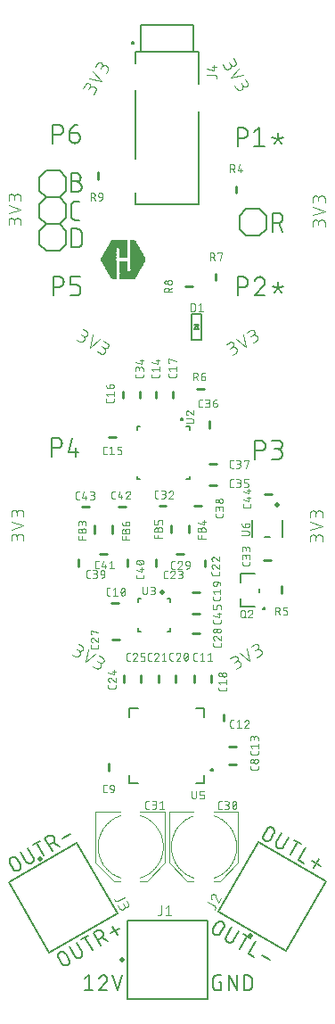
<source format=gbr>
G04 EAGLE Gerber RS-274X export*
G75*
%MOMM*%
%FSLAX34Y34*%
%LPD*%
%INSilkscreen Top*%
%IPPOS*%
%AMOC8*
5,1,8,0,0,1.08239X$1,22.5*%
G01*
%ADD10C,0.152400*%
%ADD11C,0.101600*%
%ADD12C,0.127000*%
%ADD13C,0.076200*%
%ADD14C,0.200000*%
%ADD15C,0.254000*%
%ADD16C,0.150000*%
%ADD17C,0.500000*%
%ADD18C,0.180000*%
%ADD19R,0.259075X0.015238*%
%ADD20R,1.310638X0.015238*%
%ADD21R,0.015238X0.015238*%
%ADD22R,0.304800X0.015238*%
%ADD23R,1.356356X0.015238*%
%ADD24R,0.335275X0.015238*%
%ADD25R,1.402075X0.015238*%
%ADD26R,0.365756X0.015238*%
%ADD27R,1.417319X0.015238*%
%ADD28R,0.381000X0.015238*%
%ADD29R,1.447800X0.015238*%
%ADD30R,0.396238X0.015238*%
%ADD31R,1.463037X0.015238*%
%ADD32R,0.411475X0.015238*%
%ADD33R,1.478275X0.015238*%
%ADD34R,0.426719X0.015238*%
%ADD35R,1.493519X0.015238*%
%ADD36R,0.441956X0.015238*%
%ADD37R,1.508756X0.015238*%
%ADD38R,0.457200X0.015238*%
%ADD39R,1.524000X0.015238*%
%ADD40R,0.472438X0.015238*%
%ADD41R,1.539238X0.015238*%
%ADD42R,0.487675X0.015238*%
%ADD43R,1.554475X0.015238*%
%ADD44R,0.502919X0.015238*%
%ADD45R,1.569719X0.015238*%
%ADD46R,0.518156X0.015238*%
%ADD47R,1.584956X0.015238*%
%ADD48R,0.533400X0.015238*%
%ADD49R,1.600200X0.015238*%
%ADD50R,0.548638X0.015238*%
%ADD51R,1.615438X0.015238*%
%ADD52R,0.563875X0.015238*%
%ADD53R,1.630675X0.015238*%
%ADD54R,0.579119X0.015238*%
%ADD55R,1.645919X0.015238*%
%ADD56R,0.594356X0.015238*%
%ADD57R,1.661156X0.015238*%
%ADD58R,0.609600X0.015238*%
%ADD59R,1.676400X0.015238*%
%ADD60R,0.624838X0.015238*%
%ADD61R,1.691638X0.015238*%
%ADD62R,0.640075X0.015238*%
%ADD63R,1.706875X0.015238*%
%ADD64R,0.655319X0.015238*%
%ADD65R,1.722119X0.015238*%
%ADD66R,0.670556X0.015238*%
%ADD67R,1.737356X0.015238*%
%ADD68R,0.685800X0.015238*%
%ADD69R,1.752600X0.015238*%
%ADD70R,0.701037X0.015238*%
%ADD71R,0.716275X0.015238*%
%ADD72R,0.731519X0.015238*%
%ADD73R,1.767838X0.015238*%
%ADD74R,1.783075X0.015238*%
%ADD75R,0.746756X0.015238*%
%ADD76R,1.798319X0.015238*%
%ADD77R,0.030481X0.015238*%
%ADD78R,0.762000X0.015238*%
%ADD79R,0.807719X0.015238*%
%ADD80R,0.868681X0.015238*%
%ADD81R,0.777238X0.015238*%
%ADD82R,0.853438X0.015238*%
%ADD83R,0.838200X0.015238*%
%ADD84R,0.792475X0.015238*%
%ADD85R,0.822963X0.015238*%
%ADD86R,0.822956X0.015238*%
%ADD87R,0.868675X0.015238*%
%ADD88R,0.883919X0.015238*%
%ADD89R,0.899156X0.015238*%
%ADD90R,0.914400X0.015238*%
%ADD91R,0.929638X0.015238*%
%ADD92R,0.944875X0.015238*%
%ADD93R,0.960119X0.015238*%
%ADD94R,0.975356X0.015238*%
%ADD95R,0.990600X0.015238*%
%ADD96R,1.005837X0.015238*%
%ADD97R,1.021075X0.015238*%
%ADD98R,1.036319X0.015238*%
%ADD99R,1.051556X0.015238*%
%ADD100R,1.066800X0.015238*%
%ADD101R,1.082037X0.015238*%
%ADD102R,1.097275X0.015238*%
%ADD103R,1.112519X0.015238*%
%ADD104R,1.127756X0.015238*%
%ADD105R,1.143000X0.015238*%
%ADD106R,1.158238X0.015238*%
%ADD107R,1.173475X0.015238*%
%ADD108R,1.188719X0.015238*%
%ADD109R,1.203956X0.015238*%
%ADD110R,1.219200X0.015238*%
%ADD111R,1.234438X0.015238*%
%ADD112R,1.249675X0.015238*%
%ADD113R,1.264919X0.015238*%
%ADD114R,1.280156X0.015238*%
%ADD115R,1.295400X0.015238*%
%ADD116R,1.325875X0.015238*%
%ADD117R,0.670563X0.015238*%
%ADD118R,1.341119X0.015238*%
%ADD119R,1.371600X0.015238*%
%ADD120R,1.386838X0.015238*%
%ADD121R,0.045719X0.015238*%
%ADD122R,0.060956X0.015238*%
%ADD123R,1.432556X0.015238*%
%ADD124R,0.106681X0.015238*%
%ADD125R,0.121919X0.015238*%
%ADD126R,0.152400X0.015238*%
%ADD127R,0.182875X0.015238*%
%ADD128R,0.030475X0.015238*%
%ADD129R,0.213363X0.015238*%
%ADD130R,0.076200X0.015238*%
%ADD131R,0.320038X0.015238*%
%ADD132R,0.243838X0.015238*%
%ADD133R,0.106675X0.015238*%
%ADD134R,0.274319X0.015238*%
%ADD135R,0.259081X0.015238*%
%ADD136R,0.198119X0.015238*%
%ADD137R,0.228600X0.015238*%


D10*
X66645Y360651D02*
X66645Y378431D01*
X71584Y378431D01*
X71724Y378429D01*
X71863Y378423D01*
X72003Y378413D01*
X72142Y378399D01*
X72281Y378382D01*
X72419Y378360D01*
X72556Y378334D01*
X72693Y378305D01*
X72829Y378272D01*
X72963Y378235D01*
X73097Y378194D01*
X73229Y378149D01*
X73361Y378100D01*
X73490Y378048D01*
X73618Y377993D01*
X73745Y377933D01*
X73870Y377870D01*
X73993Y377804D01*
X74114Y377734D01*
X74233Y377661D01*
X74350Y377584D01*
X74464Y377504D01*
X74577Y377421D01*
X74687Y377335D01*
X74794Y377245D01*
X74899Y377153D01*
X75001Y377058D01*
X75101Y376960D01*
X75198Y376859D01*
X75292Y376755D01*
X75382Y376649D01*
X75470Y376540D01*
X75555Y376429D01*
X75636Y376315D01*
X75715Y376200D01*
X75790Y376082D01*
X75861Y375962D01*
X75929Y375839D01*
X75994Y375716D01*
X76055Y375590D01*
X76113Y375462D01*
X76167Y375334D01*
X76217Y375203D01*
X76264Y375071D01*
X76307Y374938D01*
X76346Y374804D01*
X76381Y374669D01*
X76412Y374533D01*
X76440Y374395D01*
X76463Y374258D01*
X76483Y374119D01*
X76499Y373980D01*
X76511Y373841D01*
X76519Y373702D01*
X76523Y373562D01*
X76523Y373422D01*
X76519Y373282D01*
X76511Y373143D01*
X76499Y373004D01*
X76483Y372865D01*
X76463Y372726D01*
X76440Y372589D01*
X76412Y372451D01*
X76381Y372315D01*
X76346Y372180D01*
X76307Y372046D01*
X76264Y371913D01*
X76217Y371781D01*
X76167Y371650D01*
X76113Y371522D01*
X76055Y371394D01*
X75994Y371268D01*
X75929Y371145D01*
X75861Y371023D01*
X75790Y370902D01*
X75715Y370784D01*
X75636Y370669D01*
X75555Y370555D01*
X75470Y370444D01*
X75382Y370335D01*
X75292Y370229D01*
X75198Y370125D01*
X75101Y370024D01*
X75001Y369926D01*
X74899Y369831D01*
X74794Y369739D01*
X74687Y369649D01*
X74577Y369563D01*
X74464Y369480D01*
X74350Y369400D01*
X74233Y369323D01*
X74114Y369250D01*
X73993Y369180D01*
X73870Y369114D01*
X73745Y369051D01*
X73618Y368991D01*
X73490Y368936D01*
X73361Y368884D01*
X73229Y368835D01*
X73097Y368790D01*
X72963Y368749D01*
X72829Y368712D01*
X72693Y368679D01*
X72556Y368650D01*
X72419Y368624D01*
X72281Y368602D01*
X72142Y368585D01*
X72003Y368571D01*
X71863Y368561D01*
X71724Y368555D01*
X71584Y368553D01*
X66645Y368553D01*
X82640Y374480D02*
X87579Y378431D01*
X87579Y360651D01*
X82640Y360651D02*
X92518Y360651D01*
X104887Y367565D02*
X104887Y373492D01*
X104887Y367565D02*
X108345Y363120D01*
X104887Y367565D02*
X101430Y363120D01*
X104887Y367565D02*
X110320Y369541D01*
X104887Y367565D02*
X99455Y369541D01*
X-110062Y84069D02*
X-110062Y66289D01*
X-110062Y84069D02*
X-105124Y84069D01*
X-104984Y84067D01*
X-104845Y84061D01*
X-104705Y84051D01*
X-104566Y84037D01*
X-104427Y84020D01*
X-104289Y83998D01*
X-104152Y83972D01*
X-104015Y83943D01*
X-103879Y83910D01*
X-103745Y83873D01*
X-103611Y83832D01*
X-103479Y83787D01*
X-103347Y83738D01*
X-103218Y83686D01*
X-103090Y83631D01*
X-102963Y83571D01*
X-102838Y83508D01*
X-102715Y83442D01*
X-102594Y83372D01*
X-102475Y83299D01*
X-102358Y83222D01*
X-102244Y83142D01*
X-102131Y83059D01*
X-102021Y82973D01*
X-101914Y82883D01*
X-101809Y82791D01*
X-101707Y82696D01*
X-101607Y82598D01*
X-101510Y82497D01*
X-101416Y82393D01*
X-101326Y82287D01*
X-101238Y82178D01*
X-101153Y82067D01*
X-101072Y81953D01*
X-100993Y81838D01*
X-100918Y81720D01*
X-100847Y81600D01*
X-100779Y81477D01*
X-100714Y81354D01*
X-100653Y81228D01*
X-100595Y81100D01*
X-100541Y80972D01*
X-100491Y80841D01*
X-100444Y80709D01*
X-100401Y80576D01*
X-100362Y80442D01*
X-100327Y80307D01*
X-100296Y80171D01*
X-100268Y80033D01*
X-100245Y79896D01*
X-100225Y79757D01*
X-100209Y79618D01*
X-100197Y79479D01*
X-100189Y79340D01*
X-100185Y79200D01*
X-100185Y79060D01*
X-100189Y78920D01*
X-100197Y78781D01*
X-100209Y78642D01*
X-100225Y78503D01*
X-100245Y78364D01*
X-100268Y78227D01*
X-100296Y78089D01*
X-100327Y77953D01*
X-100362Y77818D01*
X-100401Y77684D01*
X-100444Y77551D01*
X-100491Y77419D01*
X-100541Y77288D01*
X-100595Y77160D01*
X-100653Y77032D01*
X-100714Y76906D01*
X-100779Y76783D01*
X-100847Y76661D01*
X-100918Y76540D01*
X-100993Y76422D01*
X-101072Y76307D01*
X-101153Y76193D01*
X-101238Y76082D01*
X-101326Y75973D01*
X-101416Y75867D01*
X-101510Y75763D01*
X-101607Y75662D01*
X-101707Y75564D01*
X-101809Y75469D01*
X-101914Y75377D01*
X-102021Y75287D01*
X-102131Y75201D01*
X-102244Y75118D01*
X-102358Y75038D01*
X-102475Y74961D01*
X-102594Y74888D01*
X-102715Y74818D01*
X-102838Y74752D01*
X-102963Y74689D01*
X-103090Y74629D01*
X-103218Y74574D01*
X-103347Y74522D01*
X-103479Y74473D01*
X-103611Y74428D01*
X-103745Y74387D01*
X-103879Y74350D01*
X-104015Y74317D01*
X-104152Y74288D01*
X-104289Y74262D01*
X-104427Y74240D01*
X-104566Y74223D01*
X-104705Y74209D01*
X-104845Y74199D01*
X-104984Y74193D01*
X-105124Y74191D01*
X-110062Y74191D01*
X-94067Y70240D02*
X-90116Y84069D01*
X-94067Y70240D02*
X-84190Y70240D01*
X-87153Y74191D02*
X-87153Y66289D01*
X66867Y219046D02*
X66867Y236826D01*
X71806Y236826D01*
X71946Y236824D01*
X72085Y236818D01*
X72225Y236808D01*
X72364Y236794D01*
X72503Y236777D01*
X72641Y236755D01*
X72778Y236729D01*
X72915Y236700D01*
X73051Y236667D01*
X73185Y236630D01*
X73319Y236589D01*
X73451Y236544D01*
X73583Y236495D01*
X73712Y236443D01*
X73840Y236388D01*
X73967Y236328D01*
X74092Y236265D01*
X74215Y236199D01*
X74336Y236129D01*
X74455Y236056D01*
X74572Y235979D01*
X74686Y235899D01*
X74799Y235816D01*
X74909Y235730D01*
X75016Y235640D01*
X75121Y235548D01*
X75223Y235453D01*
X75323Y235355D01*
X75420Y235254D01*
X75514Y235150D01*
X75604Y235044D01*
X75692Y234935D01*
X75777Y234824D01*
X75858Y234710D01*
X75937Y234595D01*
X76012Y234477D01*
X76083Y234357D01*
X76151Y234234D01*
X76216Y234111D01*
X76277Y233985D01*
X76335Y233857D01*
X76389Y233729D01*
X76439Y233598D01*
X76486Y233466D01*
X76529Y233333D01*
X76568Y233199D01*
X76603Y233064D01*
X76634Y232928D01*
X76662Y232790D01*
X76685Y232653D01*
X76705Y232514D01*
X76721Y232375D01*
X76733Y232236D01*
X76741Y232097D01*
X76745Y231957D01*
X76745Y231817D01*
X76741Y231677D01*
X76733Y231538D01*
X76721Y231399D01*
X76705Y231260D01*
X76685Y231121D01*
X76662Y230984D01*
X76634Y230846D01*
X76603Y230710D01*
X76568Y230575D01*
X76529Y230441D01*
X76486Y230308D01*
X76439Y230176D01*
X76389Y230045D01*
X76335Y229917D01*
X76277Y229789D01*
X76216Y229663D01*
X76151Y229540D01*
X76083Y229418D01*
X76012Y229297D01*
X75937Y229179D01*
X75858Y229064D01*
X75777Y228950D01*
X75692Y228839D01*
X75604Y228730D01*
X75514Y228624D01*
X75420Y228520D01*
X75323Y228419D01*
X75223Y228321D01*
X75121Y228226D01*
X75016Y228134D01*
X74909Y228044D01*
X74799Y227958D01*
X74686Y227875D01*
X74572Y227795D01*
X74455Y227718D01*
X74336Y227645D01*
X74215Y227575D01*
X74092Y227509D01*
X73967Y227446D01*
X73840Y227386D01*
X73712Y227331D01*
X73583Y227279D01*
X73451Y227230D01*
X73319Y227185D01*
X73185Y227144D01*
X73051Y227107D01*
X72915Y227074D01*
X72778Y227045D01*
X72641Y227019D01*
X72503Y226997D01*
X72364Y226980D01*
X72225Y226966D01*
X72085Y226956D01*
X71946Y226950D01*
X71806Y226948D01*
X66867Y226948D01*
X88295Y236826D02*
X88427Y236824D01*
X88558Y236818D01*
X88690Y236808D01*
X88821Y236795D01*
X88951Y236777D01*
X89081Y236756D01*
X89211Y236731D01*
X89339Y236702D01*
X89467Y236669D01*
X89593Y236632D01*
X89719Y236592D01*
X89843Y236548D01*
X89966Y236500D01*
X90087Y236449D01*
X90207Y236394D01*
X90325Y236336D01*
X90441Y236274D01*
X90555Y236208D01*
X90668Y236140D01*
X90778Y236068D01*
X90886Y235993D01*
X90992Y235914D01*
X91096Y235833D01*
X91197Y235748D01*
X91295Y235661D01*
X91391Y235570D01*
X91484Y235477D01*
X91575Y235381D01*
X91662Y235283D01*
X91747Y235182D01*
X91828Y235078D01*
X91907Y234972D01*
X91982Y234864D01*
X92054Y234754D01*
X92122Y234641D01*
X92188Y234527D01*
X92250Y234411D01*
X92308Y234293D01*
X92363Y234173D01*
X92414Y234052D01*
X92462Y233929D01*
X92506Y233805D01*
X92546Y233679D01*
X92583Y233553D01*
X92616Y233425D01*
X92645Y233297D01*
X92670Y233167D01*
X92691Y233037D01*
X92709Y232907D01*
X92722Y232776D01*
X92732Y232644D01*
X92738Y232513D01*
X92740Y232381D01*
X88295Y236826D02*
X88145Y236824D01*
X87996Y236818D01*
X87847Y236808D01*
X87698Y236795D01*
X87549Y236777D01*
X87401Y236756D01*
X87253Y236730D01*
X87107Y236701D01*
X86961Y236668D01*
X86816Y236631D01*
X86672Y236590D01*
X86529Y236546D01*
X86387Y236498D01*
X86247Y236446D01*
X86108Y236391D01*
X85970Y236332D01*
X85835Y236269D01*
X85700Y236203D01*
X85568Y236133D01*
X85438Y236060D01*
X85309Y235983D01*
X85182Y235903D01*
X85058Y235820D01*
X84936Y235734D01*
X84816Y235644D01*
X84699Y235551D01*
X84584Y235456D01*
X84471Y235357D01*
X84361Y235255D01*
X84254Y235151D01*
X84150Y235044D01*
X84048Y234934D01*
X83950Y234821D01*
X83854Y234706D01*
X83762Y234588D01*
X83672Y234468D01*
X83586Y234346D01*
X83503Y234222D01*
X83423Y234095D01*
X83347Y233967D01*
X83274Y233836D01*
X83204Y233703D01*
X83138Y233569D01*
X83076Y233433D01*
X83017Y233296D01*
X82961Y233157D01*
X82910Y233016D01*
X82862Y232875D01*
X91257Y228924D02*
X91353Y229017D01*
X91445Y229113D01*
X91535Y229212D01*
X91622Y229313D01*
X91707Y229416D01*
X91788Y229521D01*
X91866Y229629D01*
X91941Y229739D01*
X92014Y229851D01*
X92083Y229965D01*
X92149Y230081D01*
X92211Y230199D01*
X92270Y230318D01*
X92326Y230439D01*
X92379Y230562D01*
X92428Y230686D01*
X92473Y230811D01*
X92516Y230938D01*
X92554Y231065D01*
X92589Y231194D01*
X92620Y231323D01*
X92648Y231454D01*
X92672Y231585D01*
X92693Y231717D01*
X92709Y231849D01*
X92722Y231982D01*
X92732Y232115D01*
X92737Y232248D01*
X92739Y232381D01*
X91258Y228924D02*
X82862Y219046D01*
X92740Y219046D01*
X105110Y225960D02*
X105110Y231887D01*
X105110Y225960D02*
X108567Y221515D01*
X105110Y225960D02*
X101652Y221515D01*
X105110Y225960D02*
X110542Y227936D01*
X105110Y225960D02*
X99677Y227936D01*
X83430Y81500D02*
X83430Y63720D01*
X83430Y81500D02*
X88369Y81500D01*
X88509Y81498D01*
X88648Y81492D01*
X88788Y81482D01*
X88927Y81468D01*
X89066Y81451D01*
X89204Y81429D01*
X89341Y81403D01*
X89478Y81374D01*
X89614Y81341D01*
X89748Y81304D01*
X89882Y81263D01*
X90014Y81218D01*
X90146Y81169D01*
X90275Y81117D01*
X90403Y81062D01*
X90530Y81002D01*
X90655Y80939D01*
X90778Y80873D01*
X90899Y80803D01*
X91018Y80730D01*
X91135Y80653D01*
X91249Y80573D01*
X91362Y80490D01*
X91472Y80404D01*
X91579Y80314D01*
X91684Y80222D01*
X91786Y80127D01*
X91886Y80029D01*
X91983Y79928D01*
X92077Y79824D01*
X92167Y79718D01*
X92255Y79609D01*
X92340Y79498D01*
X92421Y79384D01*
X92500Y79269D01*
X92575Y79151D01*
X92646Y79031D01*
X92714Y78908D01*
X92779Y78785D01*
X92840Y78659D01*
X92898Y78531D01*
X92952Y78403D01*
X93002Y78272D01*
X93049Y78140D01*
X93092Y78007D01*
X93131Y77873D01*
X93166Y77738D01*
X93197Y77602D01*
X93225Y77464D01*
X93248Y77327D01*
X93268Y77188D01*
X93284Y77049D01*
X93296Y76910D01*
X93304Y76771D01*
X93308Y76631D01*
X93308Y76491D01*
X93304Y76351D01*
X93296Y76212D01*
X93284Y76073D01*
X93268Y75934D01*
X93248Y75795D01*
X93225Y75658D01*
X93197Y75520D01*
X93166Y75384D01*
X93131Y75249D01*
X93092Y75115D01*
X93049Y74982D01*
X93002Y74850D01*
X92952Y74719D01*
X92898Y74591D01*
X92840Y74463D01*
X92779Y74337D01*
X92714Y74214D01*
X92646Y74092D01*
X92575Y73971D01*
X92500Y73853D01*
X92421Y73738D01*
X92340Y73624D01*
X92255Y73513D01*
X92167Y73404D01*
X92077Y73298D01*
X91983Y73194D01*
X91886Y73093D01*
X91786Y72995D01*
X91684Y72900D01*
X91579Y72808D01*
X91472Y72718D01*
X91362Y72632D01*
X91249Y72549D01*
X91135Y72469D01*
X91018Y72392D01*
X90899Y72319D01*
X90778Y72249D01*
X90655Y72183D01*
X90530Y72120D01*
X90403Y72060D01*
X90275Y72005D01*
X90146Y71953D01*
X90014Y71904D01*
X89882Y71859D01*
X89748Y71818D01*
X89614Y71781D01*
X89478Y71748D01*
X89341Y71719D01*
X89204Y71693D01*
X89066Y71671D01*
X88927Y71654D01*
X88788Y71640D01*
X88648Y71630D01*
X88509Y71624D01*
X88369Y71622D01*
X83430Y71622D01*
X99425Y63720D02*
X104364Y63720D01*
X104364Y63719D02*
X104504Y63721D01*
X104643Y63727D01*
X104783Y63737D01*
X104922Y63751D01*
X105061Y63768D01*
X105199Y63790D01*
X105336Y63816D01*
X105473Y63845D01*
X105609Y63878D01*
X105743Y63915D01*
X105877Y63956D01*
X106009Y64001D01*
X106141Y64050D01*
X106270Y64102D01*
X106398Y64157D01*
X106525Y64217D01*
X106650Y64280D01*
X106773Y64346D01*
X106894Y64416D01*
X107013Y64489D01*
X107130Y64566D01*
X107244Y64646D01*
X107357Y64729D01*
X107467Y64815D01*
X107574Y64905D01*
X107679Y64997D01*
X107781Y65092D01*
X107881Y65190D01*
X107978Y65291D01*
X108072Y65395D01*
X108162Y65501D01*
X108250Y65610D01*
X108335Y65721D01*
X108416Y65835D01*
X108495Y65950D01*
X108570Y66068D01*
X108641Y66189D01*
X108709Y66311D01*
X108774Y66434D01*
X108835Y66560D01*
X108893Y66688D01*
X108947Y66816D01*
X108997Y66947D01*
X109044Y67079D01*
X109087Y67212D01*
X109126Y67346D01*
X109161Y67481D01*
X109192Y67617D01*
X109220Y67755D01*
X109243Y67892D01*
X109263Y68031D01*
X109279Y68170D01*
X109291Y68309D01*
X109299Y68448D01*
X109303Y68588D01*
X109303Y68728D01*
X109299Y68868D01*
X109291Y69007D01*
X109279Y69146D01*
X109263Y69285D01*
X109243Y69424D01*
X109220Y69561D01*
X109192Y69699D01*
X109161Y69835D01*
X109126Y69970D01*
X109087Y70104D01*
X109044Y70237D01*
X108997Y70369D01*
X108947Y70500D01*
X108893Y70628D01*
X108835Y70756D01*
X108774Y70882D01*
X108709Y71005D01*
X108641Y71128D01*
X108570Y71248D01*
X108495Y71366D01*
X108416Y71481D01*
X108335Y71595D01*
X108250Y71706D01*
X108162Y71815D01*
X108072Y71921D01*
X107978Y72025D01*
X107881Y72126D01*
X107781Y72224D01*
X107679Y72319D01*
X107574Y72411D01*
X107467Y72501D01*
X107357Y72587D01*
X107244Y72670D01*
X107130Y72750D01*
X107013Y72827D01*
X106894Y72900D01*
X106773Y72970D01*
X106650Y73036D01*
X106525Y73099D01*
X106398Y73159D01*
X106270Y73214D01*
X106141Y73266D01*
X106009Y73315D01*
X105877Y73360D01*
X105743Y73401D01*
X105609Y73438D01*
X105473Y73471D01*
X105336Y73500D01*
X105199Y73526D01*
X105061Y73548D01*
X104922Y73565D01*
X104783Y73579D01*
X104643Y73589D01*
X104504Y73595D01*
X104364Y73597D01*
X105351Y81500D02*
X99425Y81500D01*
X105351Y81499D02*
X105475Y81497D01*
X105599Y81491D01*
X105723Y81481D01*
X105846Y81468D01*
X105969Y81450D01*
X106091Y81429D01*
X106213Y81404D01*
X106334Y81375D01*
X106453Y81342D01*
X106572Y81306D01*
X106689Y81265D01*
X106805Y81222D01*
X106920Y81174D01*
X107033Y81123D01*
X107145Y81068D01*
X107254Y81010D01*
X107362Y80949D01*
X107468Y80884D01*
X107572Y80816D01*
X107673Y80744D01*
X107773Y80670D01*
X107869Y80592D01*
X107964Y80512D01*
X108056Y80428D01*
X108145Y80342D01*
X108231Y80253D01*
X108315Y80161D01*
X108395Y80066D01*
X108473Y79970D01*
X108547Y79870D01*
X108619Y79769D01*
X108687Y79665D01*
X108752Y79559D01*
X108813Y79451D01*
X108871Y79342D01*
X108926Y79230D01*
X108977Y79117D01*
X109025Y79002D01*
X109068Y78886D01*
X109109Y78769D01*
X109145Y78650D01*
X109178Y78531D01*
X109207Y78410D01*
X109232Y78288D01*
X109253Y78166D01*
X109271Y78043D01*
X109284Y77920D01*
X109294Y77796D01*
X109300Y77672D01*
X109302Y77548D01*
X109300Y77424D01*
X109294Y77300D01*
X109284Y77176D01*
X109271Y77053D01*
X109253Y76930D01*
X109232Y76808D01*
X109207Y76686D01*
X109178Y76565D01*
X109145Y76446D01*
X109109Y76327D01*
X109068Y76210D01*
X109025Y76094D01*
X108977Y75979D01*
X108926Y75866D01*
X108871Y75754D01*
X108813Y75645D01*
X108752Y75537D01*
X108687Y75431D01*
X108619Y75327D01*
X108547Y75226D01*
X108473Y75126D01*
X108395Y75030D01*
X108315Y74935D01*
X108231Y74843D01*
X108145Y74754D01*
X108056Y74668D01*
X107964Y74584D01*
X107869Y74504D01*
X107773Y74426D01*
X107673Y74352D01*
X107572Y74280D01*
X107468Y74212D01*
X107362Y74147D01*
X107254Y74086D01*
X107145Y74028D01*
X107033Y73973D01*
X106920Y73922D01*
X106805Y73874D01*
X106689Y73831D01*
X106572Y73790D01*
X106453Y73754D01*
X106334Y73721D01*
X106213Y73692D01*
X106091Y73667D01*
X105969Y73646D01*
X105846Y73628D01*
X105723Y73615D01*
X105599Y73605D01*
X105475Y73599D01*
X105351Y73597D01*
X101400Y73597D01*
X-86324Y327375D02*
X-91262Y327375D01*
X-86324Y327375D02*
X-86184Y327373D01*
X-86045Y327367D01*
X-85905Y327357D01*
X-85766Y327343D01*
X-85627Y327326D01*
X-85489Y327304D01*
X-85352Y327278D01*
X-85215Y327249D01*
X-85079Y327216D01*
X-84945Y327179D01*
X-84811Y327138D01*
X-84679Y327093D01*
X-84547Y327044D01*
X-84418Y326992D01*
X-84290Y326937D01*
X-84163Y326877D01*
X-84038Y326814D01*
X-83915Y326748D01*
X-83794Y326678D01*
X-83675Y326605D01*
X-83558Y326528D01*
X-83444Y326448D01*
X-83331Y326365D01*
X-83221Y326279D01*
X-83114Y326189D01*
X-83009Y326097D01*
X-82907Y326002D01*
X-82807Y325904D01*
X-82710Y325803D01*
X-82616Y325699D01*
X-82526Y325593D01*
X-82438Y325484D01*
X-82353Y325373D01*
X-82272Y325259D01*
X-82193Y325144D01*
X-82118Y325026D01*
X-82047Y324906D01*
X-81979Y324783D01*
X-81914Y324660D01*
X-81853Y324534D01*
X-81795Y324406D01*
X-81741Y324278D01*
X-81691Y324147D01*
X-81644Y324015D01*
X-81601Y323882D01*
X-81562Y323748D01*
X-81527Y323613D01*
X-81496Y323477D01*
X-81468Y323339D01*
X-81445Y323202D01*
X-81425Y323063D01*
X-81409Y322924D01*
X-81397Y322785D01*
X-81389Y322646D01*
X-81385Y322506D01*
X-81385Y322366D01*
X-81389Y322226D01*
X-81397Y322087D01*
X-81409Y321948D01*
X-81425Y321809D01*
X-81445Y321670D01*
X-81468Y321533D01*
X-81496Y321395D01*
X-81527Y321259D01*
X-81562Y321124D01*
X-81601Y320990D01*
X-81644Y320857D01*
X-81691Y320725D01*
X-81741Y320594D01*
X-81795Y320466D01*
X-81853Y320338D01*
X-81914Y320212D01*
X-81979Y320089D01*
X-82047Y319967D01*
X-82118Y319846D01*
X-82193Y319728D01*
X-82272Y319613D01*
X-82353Y319499D01*
X-82438Y319388D01*
X-82526Y319279D01*
X-82616Y319173D01*
X-82710Y319069D01*
X-82807Y318968D01*
X-82907Y318870D01*
X-83009Y318775D01*
X-83114Y318683D01*
X-83221Y318593D01*
X-83331Y318507D01*
X-83444Y318424D01*
X-83558Y318344D01*
X-83675Y318267D01*
X-83794Y318194D01*
X-83915Y318124D01*
X-84038Y318058D01*
X-84163Y317995D01*
X-84290Y317935D01*
X-84418Y317880D01*
X-84547Y317828D01*
X-84679Y317779D01*
X-84811Y317734D01*
X-84945Y317693D01*
X-85079Y317656D01*
X-85215Y317623D01*
X-85352Y317594D01*
X-85489Y317568D01*
X-85627Y317546D01*
X-85766Y317529D01*
X-85905Y317515D01*
X-86045Y317505D01*
X-86184Y317499D01*
X-86324Y317497D01*
X-91262Y317497D01*
X-91262Y335277D01*
X-86324Y335277D01*
X-86200Y335275D01*
X-86076Y335269D01*
X-85952Y335259D01*
X-85829Y335246D01*
X-85706Y335228D01*
X-85584Y335207D01*
X-85462Y335182D01*
X-85341Y335153D01*
X-85222Y335120D01*
X-85103Y335084D01*
X-84986Y335043D01*
X-84870Y335000D01*
X-84755Y334952D01*
X-84642Y334901D01*
X-84530Y334846D01*
X-84421Y334788D01*
X-84313Y334727D01*
X-84207Y334662D01*
X-84103Y334594D01*
X-84002Y334522D01*
X-83902Y334448D01*
X-83806Y334370D01*
X-83711Y334290D01*
X-83619Y334206D01*
X-83530Y334120D01*
X-83444Y334031D01*
X-83360Y333939D01*
X-83280Y333844D01*
X-83202Y333748D01*
X-83128Y333648D01*
X-83056Y333547D01*
X-82988Y333443D01*
X-82923Y333337D01*
X-82862Y333229D01*
X-82804Y333120D01*
X-82749Y333008D01*
X-82698Y332895D01*
X-82650Y332780D01*
X-82607Y332664D01*
X-82566Y332547D01*
X-82530Y332428D01*
X-82497Y332309D01*
X-82468Y332188D01*
X-82443Y332066D01*
X-82422Y331944D01*
X-82404Y331821D01*
X-82391Y331698D01*
X-82381Y331574D01*
X-82375Y331450D01*
X-82373Y331326D01*
X-82375Y331202D01*
X-82381Y331078D01*
X-82391Y330954D01*
X-82404Y330831D01*
X-82422Y330708D01*
X-82443Y330586D01*
X-82468Y330464D01*
X-82497Y330343D01*
X-82530Y330224D01*
X-82566Y330105D01*
X-82607Y329988D01*
X-82650Y329872D01*
X-82698Y329757D01*
X-82749Y329644D01*
X-82804Y329532D01*
X-82862Y329423D01*
X-82923Y329315D01*
X-82988Y329209D01*
X-83056Y329105D01*
X-83128Y329004D01*
X-83202Y328904D01*
X-83280Y328808D01*
X-83360Y328713D01*
X-83444Y328621D01*
X-83530Y328532D01*
X-83619Y328446D01*
X-83711Y328362D01*
X-83806Y328282D01*
X-83902Y328204D01*
X-84002Y328130D01*
X-84103Y328058D01*
X-84207Y327990D01*
X-84313Y327925D01*
X-84421Y327864D01*
X-84530Y327806D01*
X-84642Y327751D01*
X-84755Y327700D01*
X-84870Y327652D01*
X-84986Y327609D01*
X-85103Y327568D01*
X-85222Y327532D01*
X-85341Y327499D01*
X-85462Y327470D01*
X-85584Y327445D01*
X-85706Y327424D01*
X-85829Y327406D01*
X-85952Y327393D01*
X-86076Y327383D01*
X-86200Y327377D01*
X-86324Y327375D01*
X-87308Y290827D02*
X-83357Y290827D01*
X-87308Y290827D02*
X-87432Y290829D01*
X-87556Y290835D01*
X-87680Y290845D01*
X-87803Y290858D01*
X-87926Y290876D01*
X-88048Y290897D01*
X-88170Y290922D01*
X-88291Y290951D01*
X-88410Y290984D01*
X-88529Y291020D01*
X-88646Y291061D01*
X-88762Y291104D01*
X-88877Y291152D01*
X-88990Y291203D01*
X-89102Y291258D01*
X-89211Y291316D01*
X-89319Y291377D01*
X-89425Y291442D01*
X-89529Y291510D01*
X-89630Y291582D01*
X-89730Y291656D01*
X-89826Y291734D01*
X-89921Y291814D01*
X-90013Y291898D01*
X-90102Y291984D01*
X-90188Y292073D01*
X-90272Y292165D01*
X-90352Y292260D01*
X-90430Y292356D01*
X-90504Y292456D01*
X-90576Y292557D01*
X-90644Y292661D01*
X-90709Y292767D01*
X-90770Y292875D01*
X-90828Y292984D01*
X-90883Y293096D01*
X-90934Y293209D01*
X-90982Y293324D01*
X-91025Y293440D01*
X-91066Y293557D01*
X-91102Y293676D01*
X-91135Y293795D01*
X-91164Y293916D01*
X-91189Y294038D01*
X-91210Y294160D01*
X-91228Y294283D01*
X-91241Y294406D01*
X-91251Y294530D01*
X-91257Y294654D01*
X-91259Y294778D01*
X-91259Y304656D01*
X-91257Y304780D01*
X-91251Y304904D01*
X-91241Y305028D01*
X-91228Y305151D01*
X-91210Y305274D01*
X-91189Y305396D01*
X-91164Y305518D01*
X-91135Y305639D01*
X-91102Y305758D01*
X-91066Y305877D01*
X-91025Y305994D01*
X-90982Y306110D01*
X-90934Y306225D01*
X-90883Y306338D01*
X-90828Y306450D01*
X-90770Y306559D01*
X-90709Y306667D01*
X-90644Y306773D01*
X-90576Y306877D01*
X-90504Y306978D01*
X-90430Y307078D01*
X-90352Y307174D01*
X-90272Y307269D01*
X-90188Y307361D01*
X-90102Y307450D01*
X-90013Y307536D01*
X-89921Y307620D01*
X-89826Y307700D01*
X-89730Y307778D01*
X-89630Y307852D01*
X-89529Y307924D01*
X-89425Y307992D01*
X-89319Y308057D01*
X-89211Y308118D01*
X-89102Y308176D01*
X-88990Y308231D01*
X-88877Y308282D01*
X-88763Y308330D01*
X-88646Y308373D01*
X-88529Y308414D01*
X-88410Y308450D01*
X-88291Y308483D01*
X-88170Y308512D01*
X-88048Y308537D01*
X-87926Y308558D01*
X-87803Y308576D01*
X-87680Y308589D01*
X-87556Y308599D01*
X-87432Y308605D01*
X-87308Y308607D01*
X-83357Y308607D01*
X-91008Y282445D02*
X-91008Y264665D01*
X-91008Y282445D02*
X-86070Y282445D01*
X-85931Y282443D01*
X-85793Y282437D01*
X-85655Y282428D01*
X-85517Y282414D01*
X-85380Y282397D01*
X-85243Y282375D01*
X-85106Y282350D01*
X-84971Y282321D01*
X-84836Y282288D01*
X-84703Y282252D01*
X-84570Y282212D01*
X-84439Y282168D01*
X-84309Y282120D01*
X-84180Y282069D01*
X-84053Y282014D01*
X-83927Y281956D01*
X-83803Y281894D01*
X-83681Y281829D01*
X-83561Y281760D01*
X-83442Y281688D01*
X-83326Y281613D01*
X-83212Y281534D01*
X-83100Y281452D01*
X-82991Y281367D01*
X-82883Y281280D01*
X-82779Y281189D01*
X-82677Y281095D01*
X-82578Y280998D01*
X-82481Y280899D01*
X-82387Y280797D01*
X-82296Y280693D01*
X-82209Y280585D01*
X-82124Y280476D01*
X-82042Y280364D01*
X-81963Y280250D01*
X-81888Y280134D01*
X-81816Y280015D01*
X-81747Y279895D01*
X-81682Y279773D01*
X-81620Y279649D01*
X-81562Y279523D01*
X-81507Y279396D01*
X-81456Y279267D01*
X-81408Y279137D01*
X-81364Y279006D01*
X-81324Y278873D01*
X-81288Y278740D01*
X-81255Y278605D01*
X-81226Y278470D01*
X-81201Y278333D01*
X-81179Y278196D01*
X-81162Y278059D01*
X-81148Y277921D01*
X-81139Y277783D01*
X-81133Y277645D01*
X-81131Y277506D01*
X-81131Y269604D01*
X-81133Y269465D01*
X-81139Y269327D01*
X-81148Y269189D01*
X-81162Y269051D01*
X-81179Y268914D01*
X-81201Y268777D01*
X-81226Y268640D01*
X-81255Y268505D01*
X-81288Y268370D01*
X-81324Y268237D01*
X-81364Y268104D01*
X-81408Y267973D01*
X-81456Y267843D01*
X-81507Y267714D01*
X-81562Y267587D01*
X-81620Y267461D01*
X-81682Y267337D01*
X-81747Y267215D01*
X-81816Y267095D01*
X-81888Y266976D01*
X-81963Y266860D01*
X-82042Y266746D01*
X-82124Y266634D01*
X-82209Y266525D01*
X-82296Y266417D01*
X-82387Y266313D01*
X-82481Y266211D01*
X-82578Y266112D01*
X-82677Y266015D01*
X-82779Y265921D01*
X-82883Y265830D01*
X-82991Y265743D01*
X-83100Y265658D01*
X-83212Y265576D01*
X-83326Y265497D01*
X-83442Y265422D01*
X-83561Y265350D01*
X-83681Y265281D01*
X-83803Y265216D01*
X-83927Y265154D01*
X-84053Y265096D01*
X-84180Y265041D01*
X-84309Y264990D01*
X-84439Y264942D01*
X-84570Y264898D01*
X-84703Y264858D01*
X-84836Y264822D01*
X-84971Y264789D01*
X-85106Y264760D01*
X-85243Y264735D01*
X-85380Y264713D01*
X-85517Y264696D01*
X-85655Y264682D01*
X-85793Y264673D01*
X-85931Y264667D01*
X-86070Y264665D01*
X-91008Y264665D01*
X99800Y279847D02*
X99800Y297627D01*
X104739Y297627D01*
X104879Y297625D01*
X105018Y297619D01*
X105158Y297609D01*
X105297Y297595D01*
X105436Y297578D01*
X105574Y297556D01*
X105711Y297530D01*
X105848Y297501D01*
X105984Y297468D01*
X106118Y297431D01*
X106252Y297390D01*
X106384Y297345D01*
X106516Y297296D01*
X106645Y297244D01*
X106773Y297189D01*
X106900Y297129D01*
X107025Y297066D01*
X107148Y297000D01*
X107269Y296930D01*
X107388Y296857D01*
X107505Y296780D01*
X107619Y296700D01*
X107732Y296617D01*
X107842Y296531D01*
X107949Y296441D01*
X108054Y296349D01*
X108156Y296254D01*
X108256Y296156D01*
X108353Y296055D01*
X108447Y295951D01*
X108537Y295845D01*
X108625Y295736D01*
X108710Y295625D01*
X108791Y295511D01*
X108870Y295396D01*
X108945Y295278D01*
X109016Y295158D01*
X109084Y295035D01*
X109149Y294912D01*
X109210Y294786D01*
X109268Y294658D01*
X109322Y294530D01*
X109372Y294399D01*
X109419Y294267D01*
X109462Y294134D01*
X109501Y294000D01*
X109536Y293865D01*
X109567Y293729D01*
X109595Y293591D01*
X109618Y293454D01*
X109638Y293315D01*
X109654Y293176D01*
X109666Y293037D01*
X109674Y292898D01*
X109678Y292758D01*
X109678Y292618D01*
X109674Y292478D01*
X109666Y292339D01*
X109654Y292200D01*
X109638Y292061D01*
X109618Y291922D01*
X109595Y291785D01*
X109567Y291647D01*
X109536Y291511D01*
X109501Y291376D01*
X109462Y291242D01*
X109419Y291109D01*
X109372Y290977D01*
X109322Y290846D01*
X109268Y290718D01*
X109210Y290590D01*
X109149Y290464D01*
X109084Y290341D01*
X109016Y290219D01*
X108945Y290098D01*
X108870Y289980D01*
X108791Y289865D01*
X108710Y289751D01*
X108625Y289640D01*
X108537Y289531D01*
X108447Y289425D01*
X108353Y289321D01*
X108256Y289220D01*
X108156Y289122D01*
X108054Y289027D01*
X107949Y288935D01*
X107842Y288845D01*
X107732Y288759D01*
X107619Y288676D01*
X107505Y288596D01*
X107388Y288519D01*
X107269Y288446D01*
X107148Y288376D01*
X107025Y288310D01*
X106900Y288247D01*
X106773Y288187D01*
X106645Y288132D01*
X106516Y288080D01*
X106384Y288031D01*
X106252Y287986D01*
X106118Y287945D01*
X105984Y287908D01*
X105848Y287875D01*
X105711Y287846D01*
X105574Y287820D01*
X105436Y287798D01*
X105297Y287781D01*
X105158Y287767D01*
X105018Y287757D01*
X104879Y287751D01*
X104739Y287749D01*
X99800Y287749D01*
X105726Y287749D02*
X109677Y279847D01*
D11*
X-69974Y410172D02*
X-68351Y412982D01*
X-68296Y413081D01*
X-68245Y413182D01*
X-68197Y413285D01*
X-68152Y413389D01*
X-68112Y413495D01*
X-68075Y413602D01*
X-68042Y413710D01*
X-68012Y413820D01*
X-67987Y413930D01*
X-67965Y414041D01*
X-67948Y414153D01*
X-67934Y414266D01*
X-67924Y414379D01*
X-67918Y414492D01*
X-67916Y414605D01*
X-67918Y414718D01*
X-67924Y414831D01*
X-67934Y414944D01*
X-67948Y415057D01*
X-67965Y415169D01*
X-67987Y415280D01*
X-68012Y415390D01*
X-68042Y415500D01*
X-68075Y415608D01*
X-68112Y415715D01*
X-68152Y415821D01*
X-68197Y415925D01*
X-68245Y416028D01*
X-68296Y416129D01*
X-68351Y416228D01*
X-68409Y416325D01*
X-68471Y416420D01*
X-68536Y416513D01*
X-68604Y416603D01*
X-68675Y416691D01*
X-68750Y416777D01*
X-68827Y416860D01*
X-68907Y416940D01*
X-68990Y417017D01*
X-69076Y417092D01*
X-69164Y417163D01*
X-69254Y417231D01*
X-69347Y417296D01*
X-69442Y417358D01*
X-69539Y417416D01*
X-69638Y417471D01*
X-69739Y417522D01*
X-69842Y417570D01*
X-69946Y417615D01*
X-70052Y417655D01*
X-70159Y417692D01*
X-70267Y417725D01*
X-70377Y417755D01*
X-70487Y417780D01*
X-70598Y417802D01*
X-70710Y417819D01*
X-70823Y417833D01*
X-70936Y417843D01*
X-71049Y417849D01*
X-71162Y417851D01*
X-71275Y417849D01*
X-71388Y417843D01*
X-71501Y417833D01*
X-71614Y417819D01*
X-71726Y417802D01*
X-71837Y417780D01*
X-71947Y417755D01*
X-72057Y417725D01*
X-72165Y417692D01*
X-72272Y417655D01*
X-72378Y417615D01*
X-72482Y417570D01*
X-72585Y417522D01*
X-72686Y417471D01*
X-72785Y417416D01*
X-72882Y417358D01*
X-72977Y417296D01*
X-73070Y417231D01*
X-73160Y417163D01*
X-73248Y417092D01*
X-73334Y417017D01*
X-73417Y416940D01*
X-73497Y416860D01*
X-73574Y416777D01*
X-73649Y416691D01*
X-73720Y416603D01*
X-73788Y416513D01*
X-73853Y416420D01*
X-73915Y416325D01*
X-73973Y416228D01*
X-78145Y419386D02*
X-80093Y416014D01*
X-78146Y419387D02*
X-78094Y419473D01*
X-78039Y419557D01*
X-77980Y419639D01*
X-77918Y419718D01*
X-77854Y419796D01*
X-77786Y419870D01*
X-77715Y419942D01*
X-77642Y420011D01*
X-77566Y420077D01*
X-77488Y420141D01*
X-77407Y420201D01*
X-77324Y420258D01*
X-77239Y420311D01*
X-77152Y420362D01*
X-77063Y420409D01*
X-76972Y420452D01*
X-76879Y420492D01*
X-76785Y420528D01*
X-76690Y420561D01*
X-76593Y420590D01*
X-76496Y420615D01*
X-76397Y420636D01*
X-76298Y420654D01*
X-76198Y420667D01*
X-76098Y420677D01*
X-75998Y420683D01*
X-75897Y420685D01*
X-75796Y420683D01*
X-75696Y420677D01*
X-75596Y420667D01*
X-75496Y420654D01*
X-75397Y420636D01*
X-75298Y420615D01*
X-75201Y420590D01*
X-75104Y420561D01*
X-75009Y420528D01*
X-74915Y420492D01*
X-74822Y420452D01*
X-74731Y420409D01*
X-74642Y420362D01*
X-74555Y420311D01*
X-74470Y420258D01*
X-74387Y420201D01*
X-74306Y420141D01*
X-74228Y420077D01*
X-74152Y420011D01*
X-74079Y419942D01*
X-74008Y419870D01*
X-73940Y419796D01*
X-73876Y419718D01*
X-73814Y419639D01*
X-73755Y419557D01*
X-73700Y419473D01*
X-73648Y419387D01*
X-73599Y419298D01*
X-73554Y419208D01*
X-73512Y419117D01*
X-73474Y419023D01*
X-73440Y418929D01*
X-73409Y418833D01*
X-73382Y418736D01*
X-73359Y418638D01*
X-73339Y418539D01*
X-73324Y418439D01*
X-73312Y418339D01*
X-73304Y418239D01*
X-73300Y418138D01*
X-73300Y418038D01*
X-73304Y417937D01*
X-73312Y417837D01*
X-73324Y417737D01*
X-73339Y417637D01*
X-73359Y417538D01*
X-73382Y417440D01*
X-73409Y417343D01*
X-73440Y417247D01*
X-73474Y417153D01*
X-73512Y417059D01*
X-73554Y416968D01*
X-73599Y416878D01*
X-73648Y416790D01*
X-74946Y414541D01*
X-74702Y425350D02*
X-62636Y422881D01*
X-70808Y432096D01*
X-58544Y429969D02*
X-56921Y432780D01*
X-56921Y432779D02*
X-56866Y432878D01*
X-56815Y432979D01*
X-56767Y433082D01*
X-56722Y433186D01*
X-56682Y433292D01*
X-56645Y433399D01*
X-56612Y433507D01*
X-56582Y433617D01*
X-56557Y433727D01*
X-56535Y433838D01*
X-56518Y433950D01*
X-56504Y434063D01*
X-56494Y434176D01*
X-56488Y434289D01*
X-56486Y434402D01*
X-56488Y434515D01*
X-56494Y434628D01*
X-56504Y434741D01*
X-56518Y434854D01*
X-56535Y434966D01*
X-56557Y435077D01*
X-56582Y435187D01*
X-56612Y435297D01*
X-56645Y435405D01*
X-56682Y435512D01*
X-56722Y435618D01*
X-56767Y435722D01*
X-56815Y435825D01*
X-56866Y435926D01*
X-56921Y436025D01*
X-56979Y436122D01*
X-57041Y436217D01*
X-57106Y436310D01*
X-57174Y436400D01*
X-57245Y436488D01*
X-57320Y436574D01*
X-57397Y436657D01*
X-57477Y436737D01*
X-57560Y436814D01*
X-57646Y436889D01*
X-57734Y436960D01*
X-57824Y437028D01*
X-57917Y437093D01*
X-58012Y437155D01*
X-58109Y437213D01*
X-58208Y437268D01*
X-58309Y437319D01*
X-58412Y437367D01*
X-58516Y437412D01*
X-58622Y437452D01*
X-58729Y437489D01*
X-58837Y437522D01*
X-58947Y437552D01*
X-59057Y437577D01*
X-59168Y437599D01*
X-59280Y437616D01*
X-59393Y437630D01*
X-59506Y437640D01*
X-59619Y437646D01*
X-59732Y437648D01*
X-59845Y437646D01*
X-59958Y437640D01*
X-60071Y437630D01*
X-60184Y437616D01*
X-60296Y437599D01*
X-60407Y437577D01*
X-60517Y437552D01*
X-60627Y437522D01*
X-60735Y437489D01*
X-60842Y437452D01*
X-60948Y437412D01*
X-61052Y437367D01*
X-61155Y437319D01*
X-61256Y437268D01*
X-61355Y437213D01*
X-61452Y437155D01*
X-61547Y437093D01*
X-61640Y437028D01*
X-61730Y436960D01*
X-61818Y436889D01*
X-61904Y436814D01*
X-61987Y436737D01*
X-62067Y436657D01*
X-62144Y436574D01*
X-62219Y436488D01*
X-62290Y436400D01*
X-62358Y436310D01*
X-62423Y436217D01*
X-62485Y436122D01*
X-62543Y436025D01*
X-66715Y439184D02*
X-68663Y435811D01*
X-66716Y439184D02*
X-66664Y439270D01*
X-66609Y439354D01*
X-66550Y439436D01*
X-66488Y439515D01*
X-66424Y439593D01*
X-66356Y439667D01*
X-66285Y439739D01*
X-66212Y439808D01*
X-66136Y439874D01*
X-66058Y439938D01*
X-65977Y439998D01*
X-65894Y440055D01*
X-65809Y440108D01*
X-65722Y440159D01*
X-65633Y440206D01*
X-65542Y440249D01*
X-65449Y440289D01*
X-65355Y440325D01*
X-65260Y440358D01*
X-65163Y440387D01*
X-65066Y440412D01*
X-64967Y440433D01*
X-64868Y440451D01*
X-64768Y440464D01*
X-64668Y440474D01*
X-64568Y440480D01*
X-64467Y440482D01*
X-64366Y440480D01*
X-64266Y440474D01*
X-64166Y440464D01*
X-64066Y440451D01*
X-63967Y440433D01*
X-63868Y440412D01*
X-63771Y440387D01*
X-63674Y440358D01*
X-63579Y440325D01*
X-63485Y440289D01*
X-63392Y440249D01*
X-63301Y440206D01*
X-63212Y440159D01*
X-63125Y440108D01*
X-63040Y440055D01*
X-62957Y439998D01*
X-62876Y439938D01*
X-62798Y439874D01*
X-62722Y439808D01*
X-62649Y439739D01*
X-62578Y439667D01*
X-62510Y439593D01*
X-62446Y439515D01*
X-62384Y439436D01*
X-62325Y439354D01*
X-62270Y439270D01*
X-62218Y439184D01*
X-62169Y439095D01*
X-62124Y439005D01*
X-62082Y438914D01*
X-62044Y438820D01*
X-62010Y438726D01*
X-61979Y438630D01*
X-61952Y438533D01*
X-61929Y438435D01*
X-61909Y438336D01*
X-61894Y438236D01*
X-61882Y438136D01*
X-61874Y438036D01*
X-61870Y437935D01*
X-61870Y437835D01*
X-61874Y437734D01*
X-61882Y437634D01*
X-61894Y437534D01*
X-61909Y437434D01*
X-61929Y437335D01*
X-61952Y437237D01*
X-61979Y437140D01*
X-62010Y437044D01*
X-62044Y436950D01*
X-62082Y436856D01*
X-62124Y436765D01*
X-62169Y436675D01*
X-62218Y436587D01*
X-63516Y434339D01*
X-139251Y289367D02*
X-139251Y286121D01*
X-139250Y289367D02*
X-139252Y289480D01*
X-139258Y289593D01*
X-139268Y289706D01*
X-139282Y289819D01*
X-139299Y289931D01*
X-139321Y290042D01*
X-139346Y290152D01*
X-139376Y290262D01*
X-139409Y290370D01*
X-139446Y290477D01*
X-139486Y290583D01*
X-139531Y290687D01*
X-139579Y290790D01*
X-139630Y290891D01*
X-139685Y290990D01*
X-139743Y291087D01*
X-139805Y291182D01*
X-139870Y291275D01*
X-139938Y291365D01*
X-140009Y291453D01*
X-140084Y291539D01*
X-140161Y291622D01*
X-140241Y291702D01*
X-140324Y291779D01*
X-140410Y291854D01*
X-140498Y291925D01*
X-140588Y291993D01*
X-140681Y292058D01*
X-140776Y292120D01*
X-140873Y292178D01*
X-140972Y292233D01*
X-141073Y292284D01*
X-141176Y292332D01*
X-141280Y292377D01*
X-141386Y292417D01*
X-141493Y292454D01*
X-141601Y292487D01*
X-141711Y292517D01*
X-141821Y292542D01*
X-141932Y292564D01*
X-142044Y292581D01*
X-142157Y292595D01*
X-142270Y292605D01*
X-142383Y292611D01*
X-142496Y292613D01*
X-142609Y292611D01*
X-142722Y292605D01*
X-142835Y292595D01*
X-142948Y292581D01*
X-143060Y292564D01*
X-143171Y292542D01*
X-143281Y292517D01*
X-143391Y292487D01*
X-143499Y292454D01*
X-143606Y292417D01*
X-143712Y292377D01*
X-143816Y292332D01*
X-143919Y292284D01*
X-144020Y292233D01*
X-144119Y292178D01*
X-144216Y292120D01*
X-144311Y292058D01*
X-144404Y291993D01*
X-144494Y291925D01*
X-144582Y291854D01*
X-144668Y291779D01*
X-144751Y291702D01*
X-144831Y291622D01*
X-144908Y291539D01*
X-144983Y291453D01*
X-145054Y291365D01*
X-145122Y291275D01*
X-145187Y291182D01*
X-145249Y291087D01*
X-145307Y290990D01*
X-145362Y290891D01*
X-145413Y290790D01*
X-145461Y290687D01*
X-145506Y290583D01*
X-145546Y290477D01*
X-145583Y290370D01*
X-145616Y290262D01*
X-145646Y290152D01*
X-145671Y290042D01*
X-145693Y289931D01*
X-145710Y289819D01*
X-145724Y289706D01*
X-145734Y289593D01*
X-145740Y289480D01*
X-145742Y289367D01*
X-150935Y290016D02*
X-150935Y286121D01*
X-150934Y290016D02*
X-150932Y290117D01*
X-150926Y290217D01*
X-150916Y290317D01*
X-150903Y290417D01*
X-150885Y290516D01*
X-150864Y290615D01*
X-150839Y290712D01*
X-150810Y290809D01*
X-150777Y290904D01*
X-150741Y290998D01*
X-150701Y291090D01*
X-150658Y291181D01*
X-150611Y291270D01*
X-150561Y291357D01*
X-150507Y291443D01*
X-150450Y291526D01*
X-150390Y291606D01*
X-150327Y291685D01*
X-150260Y291761D01*
X-150191Y291834D01*
X-150119Y291904D01*
X-150045Y291972D01*
X-149968Y292037D01*
X-149888Y292098D01*
X-149806Y292157D01*
X-149722Y292212D01*
X-149636Y292264D01*
X-149548Y292313D01*
X-149458Y292358D01*
X-149366Y292400D01*
X-149273Y292438D01*
X-149178Y292472D01*
X-149083Y292503D01*
X-148986Y292530D01*
X-148888Y292553D01*
X-148789Y292573D01*
X-148689Y292588D01*
X-148589Y292600D01*
X-148489Y292608D01*
X-148388Y292612D01*
X-148288Y292612D01*
X-148187Y292608D01*
X-148087Y292600D01*
X-147987Y292588D01*
X-147887Y292573D01*
X-147788Y292553D01*
X-147690Y292530D01*
X-147593Y292503D01*
X-147498Y292472D01*
X-147403Y292438D01*
X-147310Y292400D01*
X-147218Y292358D01*
X-147128Y292313D01*
X-147040Y292264D01*
X-146954Y292212D01*
X-146870Y292157D01*
X-146788Y292098D01*
X-146708Y292037D01*
X-146631Y291972D01*
X-146557Y291904D01*
X-146485Y291834D01*
X-146416Y291761D01*
X-146349Y291685D01*
X-146286Y291606D01*
X-146226Y291526D01*
X-146169Y291443D01*
X-146115Y291357D01*
X-146065Y291270D01*
X-146018Y291181D01*
X-145975Y291090D01*
X-145935Y290998D01*
X-145899Y290904D01*
X-145866Y290809D01*
X-145837Y290712D01*
X-145812Y290615D01*
X-145791Y290516D01*
X-145773Y290417D01*
X-145760Y290317D01*
X-145750Y290217D01*
X-145744Y290117D01*
X-145742Y290016D01*
X-145742Y287419D01*
X-150935Y296902D02*
X-139251Y300797D01*
X-150935Y304691D01*
X-139251Y308981D02*
X-139251Y312227D01*
X-139250Y312227D02*
X-139252Y312340D01*
X-139258Y312453D01*
X-139268Y312566D01*
X-139282Y312679D01*
X-139299Y312791D01*
X-139321Y312902D01*
X-139346Y313012D01*
X-139376Y313122D01*
X-139409Y313230D01*
X-139446Y313337D01*
X-139486Y313443D01*
X-139531Y313547D01*
X-139579Y313650D01*
X-139630Y313751D01*
X-139685Y313850D01*
X-139743Y313947D01*
X-139805Y314042D01*
X-139870Y314135D01*
X-139938Y314225D01*
X-140009Y314313D01*
X-140084Y314399D01*
X-140161Y314482D01*
X-140241Y314562D01*
X-140324Y314639D01*
X-140410Y314714D01*
X-140498Y314785D01*
X-140588Y314853D01*
X-140681Y314918D01*
X-140776Y314980D01*
X-140873Y315038D01*
X-140972Y315093D01*
X-141073Y315144D01*
X-141176Y315192D01*
X-141280Y315237D01*
X-141386Y315277D01*
X-141493Y315314D01*
X-141601Y315347D01*
X-141711Y315377D01*
X-141821Y315402D01*
X-141932Y315424D01*
X-142044Y315441D01*
X-142157Y315455D01*
X-142270Y315465D01*
X-142383Y315471D01*
X-142496Y315473D01*
X-142609Y315471D01*
X-142722Y315465D01*
X-142835Y315455D01*
X-142948Y315441D01*
X-143060Y315424D01*
X-143171Y315402D01*
X-143281Y315377D01*
X-143391Y315347D01*
X-143499Y315314D01*
X-143606Y315277D01*
X-143712Y315237D01*
X-143816Y315192D01*
X-143919Y315144D01*
X-144020Y315093D01*
X-144119Y315038D01*
X-144216Y314980D01*
X-144311Y314918D01*
X-144404Y314853D01*
X-144494Y314785D01*
X-144582Y314714D01*
X-144668Y314639D01*
X-144751Y314562D01*
X-144831Y314482D01*
X-144908Y314399D01*
X-144983Y314313D01*
X-145054Y314225D01*
X-145122Y314135D01*
X-145187Y314042D01*
X-145249Y313947D01*
X-145307Y313850D01*
X-145362Y313751D01*
X-145413Y313650D01*
X-145461Y313547D01*
X-145506Y313443D01*
X-145546Y313337D01*
X-145583Y313230D01*
X-145616Y313122D01*
X-145646Y313012D01*
X-145671Y312902D01*
X-145693Y312791D01*
X-145710Y312679D01*
X-145724Y312566D01*
X-145734Y312453D01*
X-145740Y312340D01*
X-145742Y312227D01*
X-150935Y312876D02*
X-150935Y308981D01*
X-150934Y312876D02*
X-150932Y312977D01*
X-150926Y313077D01*
X-150916Y313177D01*
X-150903Y313277D01*
X-150885Y313376D01*
X-150864Y313475D01*
X-150839Y313572D01*
X-150810Y313669D01*
X-150777Y313764D01*
X-150741Y313858D01*
X-150701Y313950D01*
X-150658Y314041D01*
X-150611Y314130D01*
X-150561Y314217D01*
X-150507Y314303D01*
X-150450Y314386D01*
X-150390Y314466D01*
X-150327Y314545D01*
X-150260Y314621D01*
X-150191Y314694D01*
X-150119Y314764D01*
X-150045Y314832D01*
X-149968Y314897D01*
X-149888Y314958D01*
X-149806Y315017D01*
X-149722Y315072D01*
X-149636Y315124D01*
X-149548Y315173D01*
X-149458Y315218D01*
X-149366Y315260D01*
X-149273Y315298D01*
X-149178Y315332D01*
X-149083Y315363D01*
X-148986Y315390D01*
X-148888Y315413D01*
X-148789Y315433D01*
X-148689Y315448D01*
X-148589Y315460D01*
X-148489Y315468D01*
X-148388Y315472D01*
X-148288Y315472D01*
X-148187Y315468D01*
X-148087Y315460D01*
X-147987Y315448D01*
X-147887Y315433D01*
X-147788Y315413D01*
X-147690Y315390D01*
X-147593Y315363D01*
X-147498Y315332D01*
X-147403Y315298D01*
X-147310Y315260D01*
X-147218Y315218D01*
X-147128Y315173D01*
X-147040Y315124D01*
X-146954Y315072D01*
X-146870Y315017D01*
X-146788Y314958D01*
X-146708Y314897D01*
X-146631Y314832D01*
X-146557Y314764D01*
X-146485Y314694D01*
X-146416Y314621D01*
X-146349Y314545D01*
X-146286Y314466D01*
X-146226Y314386D01*
X-146169Y314303D01*
X-146115Y314217D01*
X-146065Y314130D01*
X-146018Y314041D01*
X-145975Y313950D01*
X-145935Y313858D01*
X-145899Y313764D01*
X-145866Y313669D01*
X-145837Y313572D01*
X-145812Y313475D01*
X-145791Y313376D01*
X-145773Y313277D01*
X-145760Y313177D01*
X-145750Y313077D01*
X-145744Y312977D01*
X-145742Y312876D01*
X-145742Y310279D01*
X54191Y435505D02*
X52568Y438315D01*
X54191Y435504D02*
X54249Y435407D01*
X54311Y435312D01*
X54376Y435219D01*
X54444Y435129D01*
X54515Y435041D01*
X54590Y434955D01*
X54667Y434872D01*
X54747Y434792D01*
X54830Y434715D01*
X54916Y434640D01*
X55004Y434569D01*
X55094Y434501D01*
X55187Y434436D01*
X55282Y434374D01*
X55379Y434316D01*
X55478Y434261D01*
X55579Y434210D01*
X55682Y434162D01*
X55786Y434117D01*
X55892Y434077D01*
X55999Y434040D01*
X56107Y434007D01*
X56217Y433977D01*
X56327Y433952D01*
X56438Y433930D01*
X56550Y433913D01*
X56663Y433899D01*
X56776Y433889D01*
X56889Y433883D01*
X57002Y433881D01*
X57115Y433883D01*
X57228Y433889D01*
X57341Y433899D01*
X57454Y433913D01*
X57566Y433930D01*
X57677Y433952D01*
X57787Y433977D01*
X57897Y434007D01*
X58005Y434040D01*
X58112Y434077D01*
X58218Y434117D01*
X58322Y434162D01*
X58425Y434210D01*
X58526Y434261D01*
X58625Y434316D01*
X58722Y434374D01*
X58817Y434436D01*
X58910Y434501D01*
X59000Y434569D01*
X59088Y434640D01*
X59174Y434715D01*
X59257Y434792D01*
X59337Y434872D01*
X59414Y434955D01*
X59489Y435041D01*
X59560Y435129D01*
X59628Y435219D01*
X59693Y435312D01*
X59755Y435407D01*
X59813Y435504D01*
X59868Y435603D01*
X59919Y435704D01*
X59967Y435807D01*
X60012Y435911D01*
X60052Y436017D01*
X60089Y436124D01*
X60122Y436232D01*
X60152Y436342D01*
X60177Y436452D01*
X60199Y436563D01*
X60216Y436675D01*
X60230Y436788D01*
X60240Y436901D01*
X60246Y437014D01*
X60248Y437127D01*
X60246Y437240D01*
X60240Y437353D01*
X60230Y437466D01*
X60216Y437579D01*
X60199Y437691D01*
X60177Y437802D01*
X60152Y437912D01*
X60122Y438022D01*
X60089Y438130D01*
X60052Y438237D01*
X60012Y438343D01*
X59967Y438447D01*
X59919Y438550D01*
X59868Y438651D01*
X59813Y438750D01*
X64634Y440784D02*
X62687Y444157D01*
X64634Y440785D02*
X64683Y440696D01*
X64728Y440606D01*
X64770Y440515D01*
X64808Y440421D01*
X64842Y440327D01*
X64873Y440231D01*
X64900Y440134D01*
X64923Y440036D01*
X64943Y439937D01*
X64958Y439837D01*
X64970Y439737D01*
X64978Y439637D01*
X64982Y439536D01*
X64982Y439436D01*
X64978Y439335D01*
X64970Y439235D01*
X64958Y439135D01*
X64943Y439035D01*
X64923Y438936D01*
X64900Y438838D01*
X64873Y438741D01*
X64842Y438645D01*
X64808Y438551D01*
X64770Y438457D01*
X64728Y438366D01*
X64683Y438276D01*
X64634Y438188D01*
X64582Y438101D01*
X64527Y438017D01*
X64468Y437935D01*
X64406Y437856D01*
X64342Y437778D01*
X64274Y437704D01*
X64203Y437632D01*
X64130Y437563D01*
X64054Y437497D01*
X63976Y437433D01*
X63895Y437373D01*
X63812Y437316D01*
X63727Y437263D01*
X63640Y437212D01*
X63551Y437165D01*
X63460Y437122D01*
X63367Y437082D01*
X63273Y437046D01*
X63178Y437013D01*
X63081Y436984D01*
X62984Y436959D01*
X62885Y436938D01*
X62786Y436920D01*
X62686Y436907D01*
X62586Y436897D01*
X62486Y436891D01*
X62385Y436889D01*
X62284Y436891D01*
X62184Y436897D01*
X62084Y436907D01*
X61984Y436920D01*
X61885Y436938D01*
X61786Y436959D01*
X61689Y436984D01*
X61592Y437013D01*
X61497Y437046D01*
X61403Y437082D01*
X61310Y437122D01*
X61219Y437165D01*
X61130Y437212D01*
X61043Y437263D01*
X60958Y437316D01*
X60875Y437373D01*
X60794Y437433D01*
X60716Y437497D01*
X60640Y437563D01*
X60567Y437632D01*
X60496Y437704D01*
X60428Y437778D01*
X60364Y437856D01*
X60302Y437935D01*
X60243Y438017D01*
X60188Y438101D01*
X60136Y438188D01*
X60137Y438188D02*
X58839Y440437D01*
X68077Y434821D02*
X59906Y425606D01*
X71972Y428075D01*
X63998Y418518D02*
X65621Y415707D01*
X65679Y415610D01*
X65741Y415515D01*
X65806Y415422D01*
X65874Y415332D01*
X65945Y415244D01*
X66020Y415158D01*
X66097Y415075D01*
X66177Y414995D01*
X66260Y414918D01*
X66346Y414843D01*
X66434Y414772D01*
X66524Y414704D01*
X66617Y414639D01*
X66712Y414577D01*
X66809Y414519D01*
X66908Y414464D01*
X67009Y414413D01*
X67112Y414365D01*
X67216Y414320D01*
X67322Y414280D01*
X67429Y414243D01*
X67537Y414210D01*
X67647Y414180D01*
X67757Y414155D01*
X67868Y414133D01*
X67980Y414116D01*
X68093Y414102D01*
X68206Y414092D01*
X68319Y414086D01*
X68432Y414084D01*
X68545Y414086D01*
X68658Y414092D01*
X68771Y414102D01*
X68884Y414116D01*
X68996Y414133D01*
X69107Y414155D01*
X69217Y414180D01*
X69327Y414210D01*
X69435Y414243D01*
X69542Y414280D01*
X69648Y414320D01*
X69752Y414365D01*
X69855Y414413D01*
X69956Y414464D01*
X70055Y414519D01*
X70152Y414577D01*
X70247Y414639D01*
X70340Y414704D01*
X70430Y414772D01*
X70518Y414843D01*
X70604Y414918D01*
X70687Y414995D01*
X70767Y415075D01*
X70844Y415158D01*
X70919Y415244D01*
X70990Y415332D01*
X71058Y415422D01*
X71123Y415515D01*
X71185Y415610D01*
X71243Y415707D01*
X71298Y415806D01*
X71349Y415907D01*
X71397Y416010D01*
X71442Y416114D01*
X71482Y416220D01*
X71519Y416327D01*
X71552Y416435D01*
X71582Y416545D01*
X71607Y416655D01*
X71629Y416766D01*
X71646Y416878D01*
X71660Y416991D01*
X71670Y417104D01*
X71676Y417217D01*
X71678Y417330D01*
X71676Y417443D01*
X71670Y417556D01*
X71660Y417669D01*
X71646Y417782D01*
X71629Y417894D01*
X71607Y418005D01*
X71582Y418115D01*
X71552Y418225D01*
X71519Y418333D01*
X71482Y418440D01*
X71442Y418546D01*
X71397Y418650D01*
X71349Y418753D01*
X71298Y418854D01*
X71243Y418953D01*
X76064Y420987D02*
X74117Y424360D01*
X76064Y420988D02*
X76113Y420899D01*
X76158Y420809D01*
X76200Y420718D01*
X76238Y420624D01*
X76272Y420530D01*
X76303Y420434D01*
X76330Y420337D01*
X76353Y420239D01*
X76373Y420140D01*
X76388Y420040D01*
X76400Y419940D01*
X76408Y419840D01*
X76412Y419739D01*
X76412Y419639D01*
X76408Y419538D01*
X76400Y419438D01*
X76388Y419338D01*
X76373Y419238D01*
X76353Y419139D01*
X76330Y419041D01*
X76303Y418944D01*
X76272Y418848D01*
X76238Y418754D01*
X76200Y418660D01*
X76158Y418569D01*
X76113Y418479D01*
X76064Y418391D01*
X76012Y418304D01*
X75957Y418220D01*
X75898Y418138D01*
X75836Y418059D01*
X75772Y417981D01*
X75704Y417907D01*
X75633Y417835D01*
X75560Y417766D01*
X75484Y417700D01*
X75406Y417636D01*
X75325Y417576D01*
X75242Y417519D01*
X75157Y417466D01*
X75070Y417415D01*
X74981Y417368D01*
X74890Y417325D01*
X74797Y417285D01*
X74703Y417249D01*
X74608Y417216D01*
X74511Y417187D01*
X74414Y417162D01*
X74315Y417141D01*
X74216Y417123D01*
X74116Y417110D01*
X74016Y417100D01*
X73916Y417094D01*
X73815Y417092D01*
X73714Y417094D01*
X73614Y417100D01*
X73514Y417110D01*
X73414Y417123D01*
X73315Y417141D01*
X73216Y417162D01*
X73119Y417187D01*
X73022Y417216D01*
X72927Y417249D01*
X72833Y417285D01*
X72740Y417325D01*
X72649Y417368D01*
X72560Y417415D01*
X72473Y417466D01*
X72388Y417519D01*
X72305Y417576D01*
X72224Y417636D01*
X72146Y417700D01*
X72070Y417766D01*
X71997Y417835D01*
X71926Y417907D01*
X71858Y417981D01*
X71794Y418059D01*
X71732Y418138D01*
X71673Y418220D01*
X71618Y418304D01*
X71566Y418391D01*
X71567Y418391D02*
X70269Y420639D01*
X64425Y164290D02*
X61615Y162668D01*
X64426Y164290D02*
X64523Y164348D01*
X64618Y164410D01*
X64711Y164475D01*
X64801Y164543D01*
X64889Y164614D01*
X64975Y164689D01*
X65058Y164766D01*
X65138Y164846D01*
X65215Y164929D01*
X65290Y165015D01*
X65361Y165103D01*
X65429Y165193D01*
X65494Y165286D01*
X65556Y165381D01*
X65614Y165478D01*
X65669Y165577D01*
X65720Y165678D01*
X65768Y165781D01*
X65813Y165885D01*
X65853Y165991D01*
X65890Y166098D01*
X65923Y166206D01*
X65953Y166316D01*
X65978Y166426D01*
X66000Y166537D01*
X66017Y166649D01*
X66031Y166762D01*
X66041Y166875D01*
X66047Y166988D01*
X66049Y167101D01*
X66047Y167214D01*
X66041Y167327D01*
X66031Y167440D01*
X66017Y167553D01*
X66000Y167665D01*
X65978Y167776D01*
X65953Y167886D01*
X65923Y167996D01*
X65890Y168104D01*
X65853Y168211D01*
X65813Y168317D01*
X65768Y168421D01*
X65720Y168524D01*
X65669Y168625D01*
X65614Y168724D01*
X65556Y168821D01*
X65494Y168916D01*
X65429Y169009D01*
X65361Y169099D01*
X65290Y169187D01*
X65215Y169273D01*
X65138Y169356D01*
X65058Y169436D01*
X64975Y169513D01*
X64889Y169588D01*
X64801Y169659D01*
X64711Y169727D01*
X64618Y169792D01*
X64523Y169854D01*
X64426Y169912D01*
X64327Y169967D01*
X64226Y170018D01*
X64123Y170066D01*
X64019Y170111D01*
X63913Y170151D01*
X63806Y170188D01*
X63698Y170221D01*
X63588Y170251D01*
X63478Y170276D01*
X63367Y170298D01*
X63255Y170315D01*
X63142Y170329D01*
X63029Y170339D01*
X62916Y170345D01*
X62803Y170347D01*
X62690Y170345D01*
X62577Y170339D01*
X62464Y170329D01*
X62351Y170315D01*
X62239Y170298D01*
X62128Y170276D01*
X62018Y170251D01*
X61908Y170221D01*
X61800Y170188D01*
X61693Y170151D01*
X61587Y170111D01*
X61483Y170066D01*
X61380Y170018D01*
X61279Y169967D01*
X61180Y169912D01*
X59145Y174734D02*
X55773Y172786D01*
X59146Y174733D02*
X59234Y174782D01*
X59324Y174827D01*
X59416Y174869D01*
X59509Y174907D01*
X59604Y174941D01*
X59699Y174972D01*
X59796Y174999D01*
X59894Y175022D01*
X59993Y175042D01*
X60093Y175057D01*
X60193Y175069D01*
X60293Y175077D01*
X60394Y175081D01*
X60494Y175081D01*
X60595Y175077D01*
X60695Y175069D01*
X60795Y175057D01*
X60895Y175042D01*
X60994Y175022D01*
X61092Y174999D01*
X61189Y174972D01*
X61284Y174941D01*
X61379Y174907D01*
X61472Y174869D01*
X61564Y174827D01*
X61654Y174782D01*
X61742Y174733D01*
X61828Y174681D01*
X61912Y174626D01*
X61994Y174567D01*
X62074Y174506D01*
X62151Y174441D01*
X62225Y174373D01*
X62297Y174303D01*
X62366Y174230D01*
X62433Y174154D01*
X62496Y174075D01*
X62556Y173995D01*
X62613Y173912D01*
X62667Y173826D01*
X62717Y173739D01*
X62764Y173650D01*
X62807Y173559D01*
X62847Y173467D01*
X62883Y173373D01*
X62916Y173278D01*
X62945Y173181D01*
X62970Y173084D01*
X62991Y172985D01*
X63009Y172886D01*
X63022Y172786D01*
X63032Y172686D01*
X63038Y172586D01*
X63040Y172485D01*
X63038Y172384D01*
X63032Y172284D01*
X63022Y172184D01*
X63009Y172084D01*
X62991Y171985D01*
X62970Y171886D01*
X62945Y171789D01*
X62916Y171692D01*
X62883Y171597D01*
X62847Y171503D01*
X62807Y171411D01*
X62764Y171320D01*
X62717Y171231D01*
X62667Y171144D01*
X62613Y171058D01*
X62556Y170975D01*
X62496Y170895D01*
X62433Y170816D01*
X62366Y170740D01*
X62297Y170667D01*
X62225Y170597D01*
X62151Y170529D01*
X62074Y170464D01*
X61994Y170403D01*
X61912Y170344D01*
X61828Y170289D01*
X61742Y170237D01*
X61742Y170236D02*
X59493Y168938D01*
X65109Y178177D02*
X74324Y170005D01*
X71855Y182071D01*
X81412Y174098D02*
X84223Y175720D01*
X84320Y175778D01*
X84415Y175840D01*
X84508Y175905D01*
X84598Y175973D01*
X84686Y176044D01*
X84772Y176119D01*
X84855Y176196D01*
X84935Y176276D01*
X85012Y176359D01*
X85087Y176445D01*
X85158Y176533D01*
X85226Y176623D01*
X85291Y176716D01*
X85353Y176811D01*
X85411Y176908D01*
X85466Y177007D01*
X85517Y177108D01*
X85565Y177211D01*
X85610Y177315D01*
X85650Y177421D01*
X85687Y177528D01*
X85720Y177636D01*
X85750Y177746D01*
X85775Y177856D01*
X85797Y177967D01*
X85814Y178079D01*
X85828Y178192D01*
X85838Y178305D01*
X85844Y178418D01*
X85846Y178531D01*
X85844Y178644D01*
X85838Y178757D01*
X85828Y178870D01*
X85814Y178983D01*
X85797Y179095D01*
X85775Y179206D01*
X85750Y179316D01*
X85720Y179426D01*
X85687Y179534D01*
X85650Y179641D01*
X85610Y179747D01*
X85565Y179851D01*
X85517Y179954D01*
X85466Y180055D01*
X85411Y180154D01*
X85353Y180251D01*
X85291Y180346D01*
X85226Y180439D01*
X85158Y180529D01*
X85087Y180617D01*
X85012Y180703D01*
X84935Y180786D01*
X84855Y180866D01*
X84772Y180943D01*
X84686Y181018D01*
X84598Y181089D01*
X84508Y181157D01*
X84415Y181222D01*
X84320Y181284D01*
X84223Y181342D01*
X84124Y181397D01*
X84023Y181448D01*
X83920Y181496D01*
X83816Y181541D01*
X83710Y181581D01*
X83603Y181618D01*
X83495Y181651D01*
X83385Y181681D01*
X83275Y181706D01*
X83164Y181728D01*
X83052Y181745D01*
X82939Y181759D01*
X82826Y181769D01*
X82713Y181775D01*
X82600Y181777D01*
X82487Y181775D01*
X82374Y181769D01*
X82261Y181759D01*
X82148Y181745D01*
X82036Y181728D01*
X81925Y181706D01*
X81815Y181681D01*
X81705Y181651D01*
X81597Y181618D01*
X81490Y181581D01*
X81384Y181541D01*
X81280Y181496D01*
X81177Y181448D01*
X81076Y181397D01*
X80977Y181342D01*
X78943Y186164D02*
X75570Y184216D01*
X78943Y186163D02*
X79031Y186212D01*
X79121Y186257D01*
X79213Y186299D01*
X79306Y186337D01*
X79401Y186371D01*
X79496Y186402D01*
X79593Y186429D01*
X79691Y186452D01*
X79790Y186472D01*
X79890Y186487D01*
X79990Y186499D01*
X80090Y186507D01*
X80191Y186511D01*
X80291Y186511D01*
X80392Y186507D01*
X80492Y186499D01*
X80592Y186487D01*
X80692Y186472D01*
X80791Y186452D01*
X80889Y186429D01*
X80986Y186402D01*
X81081Y186371D01*
X81176Y186337D01*
X81269Y186299D01*
X81361Y186257D01*
X81451Y186212D01*
X81539Y186163D01*
X81625Y186111D01*
X81709Y186056D01*
X81791Y185997D01*
X81871Y185936D01*
X81948Y185871D01*
X82022Y185803D01*
X82094Y185733D01*
X82163Y185660D01*
X82230Y185584D01*
X82293Y185505D01*
X82353Y185425D01*
X82410Y185342D01*
X82464Y185256D01*
X82514Y185169D01*
X82561Y185080D01*
X82604Y184989D01*
X82644Y184897D01*
X82680Y184803D01*
X82713Y184708D01*
X82742Y184611D01*
X82767Y184514D01*
X82788Y184415D01*
X82806Y184316D01*
X82819Y184216D01*
X82829Y184116D01*
X82835Y184016D01*
X82837Y183915D01*
X82835Y183814D01*
X82829Y183714D01*
X82819Y183614D01*
X82806Y183514D01*
X82788Y183415D01*
X82767Y183316D01*
X82742Y183219D01*
X82713Y183122D01*
X82680Y183027D01*
X82644Y182933D01*
X82604Y182841D01*
X82561Y182750D01*
X82514Y182661D01*
X82464Y182574D01*
X82410Y182488D01*
X82353Y182405D01*
X82293Y182325D01*
X82230Y182246D01*
X82163Y182170D01*
X82094Y182097D01*
X82022Y182027D01*
X81948Y181959D01*
X81871Y181894D01*
X81791Y181833D01*
X81709Y181774D01*
X81625Y181719D01*
X81539Y181667D01*
X81539Y181666D02*
X79291Y180368D01*
X149801Y284597D02*
X149801Y287843D01*
X149802Y287843D02*
X149800Y287956D01*
X149794Y288069D01*
X149784Y288182D01*
X149770Y288295D01*
X149753Y288407D01*
X149731Y288518D01*
X149706Y288628D01*
X149676Y288738D01*
X149643Y288846D01*
X149606Y288953D01*
X149566Y289059D01*
X149521Y289163D01*
X149473Y289266D01*
X149422Y289367D01*
X149367Y289466D01*
X149309Y289563D01*
X149247Y289658D01*
X149182Y289751D01*
X149114Y289841D01*
X149043Y289929D01*
X148968Y290015D01*
X148891Y290098D01*
X148811Y290178D01*
X148728Y290255D01*
X148642Y290330D01*
X148554Y290401D01*
X148464Y290469D01*
X148371Y290534D01*
X148276Y290596D01*
X148179Y290654D01*
X148080Y290709D01*
X147979Y290760D01*
X147876Y290808D01*
X147772Y290853D01*
X147666Y290893D01*
X147559Y290930D01*
X147451Y290963D01*
X147341Y290993D01*
X147231Y291018D01*
X147120Y291040D01*
X147008Y291057D01*
X146895Y291071D01*
X146782Y291081D01*
X146669Y291087D01*
X146556Y291089D01*
X146443Y291087D01*
X146330Y291081D01*
X146217Y291071D01*
X146104Y291057D01*
X145992Y291040D01*
X145881Y291018D01*
X145771Y290993D01*
X145661Y290963D01*
X145553Y290930D01*
X145446Y290893D01*
X145340Y290853D01*
X145236Y290808D01*
X145133Y290760D01*
X145032Y290709D01*
X144933Y290654D01*
X144836Y290596D01*
X144741Y290534D01*
X144648Y290469D01*
X144558Y290401D01*
X144470Y290330D01*
X144384Y290255D01*
X144301Y290178D01*
X144221Y290098D01*
X144144Y290015D01*
X144069Y289929D01*
X143998Y289841D01*
X143930Y289751D01*
X143865Y289658D01*
X143803Y289563D01*
X143745Y289466D01*
X143690Y289367D01*
X143639Y289266D01*
X143591Y289163D01*
X143546Y289059D01*
X143506Y288953D01*
X143469Y288846D01*
X143436Y288738D01*
X143406Y288628D01*
X143381Y288518D01*
X143359Y288407D01*
X143342Y288295D01*
X143328Y288182D01*
X143318Y288069D01*
X143312Y287956D01*
X143310Y287843D01*
X138117Y288492D02*
X138117Y284597D01*
X138118Y288492D02*
X138120Y288593D01*
X138126Y288693D01*
X138136Y288793D01*
X138149Y288893D01*
X138167Y288992D01*
X138188Y289091D01*
X138213Y289188D01*
X138242Y289285D01*
X138275Y289380D01*
X138311Y289474D01*
X138351Y289566D01*
X138394Y289657D01*
X138441Y289746D01*
X138491Y289833D01*
X138545Y289919D01*
X138602Y290002D01*
X138662Y290082D01*
X138725Y290161D01*
X138792Y290237D01*
X138861Y290310D01*
X138933Y290380D01*
X139007Y290448D01*
X139084Y290513D01*
X139164Y290574D01*
X139246Y290633D01*
X139330Y290688D01*
X139416Y290740D01*
X139504Y290789D01*
X139594Y290834D01*
X139686Y290876D01*
X139779Y290914D01*
X139874Y290948D01*
X139969Y290979D01*
X140066Y291006D01*
X140164Y291029D01*
X140263Y291049D01*
X140363Y291064D01*
X140463Y291076D01*
X140563Y291084D01*
X140664Y291088D01*
X140764Y291088D01*
X140865Y291084D01*
X140965Y291076D01*
X141065Y291064D01*
X141165Y291049D01*
X141264Y291029D01*
X141362Y291006D01*
X141459Y290979D01*
X141554Y290948D01*
X141649Y290914D01*
X141742Y290876D01*
X141834Y290834D01*
X141924Y290789D01*
X142012Y290740D01*
X142098Y290688D01*
X142182Y290633D01*
X142264Y290574D01*
X142344Y290513D01*
X142421Y290448D01*
X142495Y290380D01*
X142567Y290310D01*
X142636Y290237D01*
X142703Y290161D01*
X142766Y290082D01*
X142826Y290002D01*
X142883Y289919D01*
X142937Y289833D01*
X142987Y289746D01*
X143034Y289657D01*
X143077Y289566D01*
X143117Y289474D01*
X143153Y289380D01*
X143186Y289285D01*
X143215Y289188D01*
X143240Y289091D01*
X143261Y288992D01*
X143279Y288893D01*
X143292Y288793D01*
X143302Y288693D01*
X143308Y288593D01*
X143310Y288492D01*
X143310Y285895D01*
X138117Y295378D02*
X149801Y299273D01*
X138117Y303167D01*
X149801Y307457D02*
X149801Y310703D01*
X149802Y310703D02*
X149800Y310816D01*
X149794Y310929D01*
X149784Y311042D01*
X149770Y311155D01*
X149753Y311267D01*
X149731Y311378D01*
X149706Y311488D01*
X149676Y311598D01*
X149643Y311706D01*
X149606Y311813D01*
X149566Y311919D01*
X149521Y312023D01*
X149473Y312126D01*
X149422Y312227D01*
X149367Y312326D01*
X149309Y312423D01*
X149247Y312518D01*
X149182Y312611D01*
X149114Y312701D01*
X149043Y312789D01*
X148968Y312875D01*
X148891Y312958D01*
X148811Y313038D01*
X148728Y313115D01*
X148642Y313190D01*
X148554Y313261D01*
X148464Y313329D01*
X148371Y313394D01*
X148276Y313456D01*
X148179Y313514D01*
X148080Y313569D01*
X147979Y313620D01*
X147876Y313668D01*
X147772Y313713D01*
X147666Y313753D01*
X147559Y313790D01*
X147451Y313823D01*
X147341Y313853D01*
X147231Y313878D01*
X147120Y313900D01*
X147008Y313917D01*
X146895Y313931D01*
X146782Y313941D01*
X146669Y313947D01*
X146556Y313949D01*
X146443Y313947D01*
X146330Y313941D01*
X146217Y313931D01*
X146104Y313917D01*
X145992Y313900D01*
X145881Y313878D01*
X145771Y313853D01*
X145661Y313823D01*
X145553Y313790D01*
X145446Y313753D01*
X145340Y313713D01*
X145236Y313668D01*
X145133Y313620D01*
X145032Y313569D01*
X144933Y313514D01*
X144836Y313456D01*
X144741Y313394D01*
X144648Y313329D01*
X144558Y313261D01*
X144470Y313190D01*
X144384Y313115D01*
X144301Y313038D01*
X144221Y312958D01*
X144144Y312875D01*
X144069Y312789D01*
X143998Y312701D01*
X143930Y312611D01*
X143865Y312518D01*
X143803Y312423D01*
X143745Y312326D01*
X143690Y312227D01*
X143639Y312126D01*
X143591Y312023D01*
X143546Y311919D01*
X143506Y311813D01*
X143469Y311706D01*
X143436Y311598D01*
X143406Y311488D01*
X143381Y311378D01*
X143359Y311267D01*
X143342Y311155D01*
X143328Y311042D01*
X143318Y310929D01*
X143312Y310816D01*
X143310Y310703D01*
X138117Y311352D02*
X138117Y307457D01*
X138118Y311352D02*
X138120Y311453D01*
X138126Y311553D01*
X138136Y311653D01*
X138149Y311753D01*
X138167Y311852D01*
X138188Y311951D01*
X138213Y312048D01*
X138242Y312145D01*
X138275Y312240D01*
X138311Y312334D01*
X138351Y312426D01*
X138394Y312517D01*
X138441Y312606D01*
X138491Y312693D01*
X138545Y312779D01*
X138602Y312862D01*
X138662Y312942D01*
X138725Y313021D01*
X138792Y313097D01*
X138861Y313170D01*
X138933Y313240D01*
X139007Y313308D01*
X139084Y313373D01*
X139164Y313434D01*
X139246Y313493D01*
X139330Y313548D01*
X139416Y313600D01*
X139504Y313649D01*
X139594Y313694D01*
X139686Y313736D01*
X139779Y313774D01*
X139874Y313808D01*
X139969Y313839D01*
X140066Y313866D01*
X140164Y313889D01*
X140263Y313909D01*
X140363Y313924D01*
X140463Y313936D01*
X140563Y313944D01*
X140664Y313948D01*
X140764Y313948D01*
X140865Y313944D01*
X140965Y313936D01*
X141065Y313924D01*
X141165Y313909D01*
X141264Y313889D01*
X141362Y313866D01*
X141459Y313839D01*
X141554Y313808D01*
X141649Y313774D01*
X141742Y313736D01*
X141834Y313694D01*
X141924Y313649D01*
X142012Y313600D01*
X142098Y313548D01*
X142182Y313493D01*
X142264Y313434D01*
X142344Y313373D01*
X142421Y313308D01*
X142495Y313240D01*
X142567Y313170D01*
X142636Y313097D01*
X142703Y313021D01*
X142766Y312942D01*
X142826Y312862D01*
X142883Y312779D01*
X142937Y312693D01*
X142987Y312606D01*
X143034Y312517D01*
X143077Y312426D01*
X143117Y312334D01*
X143153Y312240D01*
X143186Y312145D01*
X143215Y312048D01*
X143240Y311951D01*
X143261Y311852D01*
X143279Y311753D01*
X143292Y311653D01*
X143302Y311553D01*
X143308Y311453D01*
X143310Y311352D01*
X143310Y308755D01*
X-136711Y-10607D02*
X-136711Y-13853D01*
X-136710Y-10607D02*
X-136712Y-10494D01*
X-136718Y-10381D01*
X-136728Y-10268D01*
X-136742Y-10155D01*
X-136759Y-10043D01*
X-136781Y-9932D01*
X-136806Y-9822D01*
X-136836Y-9712D01*
X-136869Y-9604D01*
X-136906Y-9497D01*
X-136946Y-9391D01*
X-136991Y-9287D01*
X-137039Y-9184D01*
X-137090Y-9083D01*
X-137145Y-8984D01*
X-137203Y-8887D01*
X-137265Y-8792D01*
X-137330Y-8699D01*
X-137398Y-8609D01*
X-137469Y-8521D01*
X-137544Y-8435D01*
X-137621Y-8352D01*
X-137701Y-8272D01*
X-137784Y-8195D01*
X-137870Y-8120D01*
X-137958Y-8049D01*
X-138048Y-7981D01*
X-138141Y-7916D01*
X-138236Y-7854D01*
X-138333Y-7796D01*
X-138432Y-7741D01*
X-138533Y-7690D01*
X-138636Y-7642D01*
X-138740Y-7597D01*
X-138846Y-7557D01*
X-138953Y-7520D01*
X-139061Y-7487D01*
X-139171Y-7457D01*
X-139281Y-7432D01*
X-139392Y-7410D01*
X-139504Y-7393D01*
X-139617Y-7379D01*
X-139730Y-7369D01*
X-139843Y-7363D01*
X-139956Y-7361D01*
X-140069Y-7363D01*
X-140182Y-7369D01*
X-140295Y-7379D01*
X-140408Y-7393D01*
X-140520Y-7410D01*
X-140631Y-7432D01*
X-140741Y-7457D01*
X-140851Y-7487D01*
X-140959Y-7520D01*
X-141066Y-7557D01*
X-141172Y-7597D01*
X-141276Y-7642D01*
X-141379Y-7690D01*
X-141480Y-7741D01*
X-141579Y-7796D01*
X-141676Y-7854D01*
X-141771Y-7916D01*
X-141864Y-7981D01*
X-141954Y-8049D01*
X-142042Y-8120D01*
X-142128Y-8195D01*
X-142211Y-8272D01*
X-142291Y-8352D01*
X-142368Y-8435D01*
X-142443Y-8521D01*
X-142514Y-8609D01*
X-142582Y-8699D01*
X-142647Y-8792D01*
X-142709Y-8887D01*
X-142767Y-8984D01*
X-142822Y-9083D01*
X-142873Y-9184D01*
X-142921Y-9287D01*
X-142966Y-9391D01*
X-143006Y-9497D01*
X-143043Y-9604D01*
X-143076Y-9712D01*
X-143106Y-9822D01*
X-143131Y-9932D01*
X-143153Y-10043D01*
X-143170Y-10155D01*
X-143184Y-10268D01*
X-143194Y-10381D01*
X-143200Y-10494D01*
X-143202Y-10607D01*
X-148395Y-9958D02*
X-148395Y-13853D01*
X-148394Y-9958D02*
X-148392Y-9857D01*
X-148386Y-9757D01*
X-148376Y-9657D01*
X-148363Y-9557D01*
X-148345Y-9458D01*
X-148324Y-9359D01*
X-148299Y-9262D01*
X-148270Y-9165D01*
X-148237Y-9070D01*
X-148201Y-8976D01*
X-148161Y-8884D01*
X-148118Y-8793D01*
X-148071Y-8704D01*
X-148021Y-8617D01*
X-147967Y-8531D01*
X-147910Y-8448D01*
X-147850Y-8368D01*
X-147787Y-8289D01*
X-147720Y-8213D01*
X-147651Y-8140D01*
X-147579Y-8070D01*
X-147505Y-8002D01*
X-147428Y-7937D01*
X-147348Y-7876D01*
X-147266Y-7817D01*
X-147182Y-7762D01*
X-147096Y-7710D01*
X-147008Y-7661D01*
X-146918Y-7616D01*
X-146826Y-7574D01*
X-146733Y-7536D01*
X-146638Y-7502D01*
X-146543Y-7471D01*
X-146446Y-7444D01*
X-146348Y-7421D01*
X-146249Y-7401D01*
X-146149Y-7386D01*
X-146049Y-7374D01*
X-145949Y-7366D01*
X-145848Y-7362D01*
X-145748Y-7362D01*
X-145647Y-7366D01*
X-145547Y-7374D01*
X-145447Y-7386D01*
X-145347Y-7401D01*
X-145248Y-7421D01*
X-145150Y-7444D01*
X-145053Y-7471D01*
X-144958Y-7502D01*
X-144863Y-7536D01*
X-144770Y-7574D01*
X-144678Y-7616D01*
X-144588Y-7661D01*
X-144500Y-7710D01*
X-144414Y-7762D01*
X-144330Y-7817D01*
X-144248Y-7876D01*
X-144168Y-7937D01*
X-144091Y-8002D01*
X-144017Y-8070D01*
X-143945Y-8140D01*
X-143876Y-8213D01*
X-143809Y-8289D01*
X-143746Y-8368D01*
X-143686Y-8448D01*
X-143629Y-8531D01*
X-143575Y-8617D01*
X-143525Y-8704D01*
X-143478Y-8793D01*
X-143435Y-8884D01*
X-143395Y-8976D01*
X-143359Y-9070D01*
X-143326Y-9165D01*
X-143297Y-9262D01*
X-143272Y-9359D01*
X-143251Y-9458D01*
X-143233Y-9557D01*
X-143220Y-9657D01*
X-143210Y-9757D01*
X-143204Y-9857D01*
X-143202Y-9958D01*
X-143202Y-12555D01*
X-148395Y-3072D02*
X-136711Y823D01*
X-148395Y4717D01*
X-136711Y9007D02*
X-136711Y12253D01*
X-136710Y12253D02*
X-136712Y12366D01*
X-136718Y12479D01*
X-136728Y12592D01*
X-136742Y12705D01*
X-136759Y12817D01*
X-136781Y12928D01*
X-136806Y13038D01*
X-136836Y13148D01*
X-136869Y13256D01*
X-136906Y13363D01*
X-136946Y13469D01*
X-136991Y13573D01*
X-137039Y13676D01*
X-137090Y13777D01*
X-137145Y13876D01*
X-137203Y13973D01*
X-137265Y14068D01*
X-137330Y14161D01*
X-137398Y14251D01*
X-137469Y14339D01*
X-137544Y14425D01*
X-137621Y14508D01*
X-137701Y14588D01*
X-137784Y14665D01*
X-137870Y14740D01*
X-137958Y14811D01*
X-138048Y14879D01*
X-138141Y14944D01*
X-138236Y15006D01*
X-138333Y15064D01*
X-138432Y15119D01*
X-138533Y15170D01*
X-138636Y15218D01*
X-138740Y15263D01*
X-138846Y15303D01*
X-138953Y15340D01*
X-139061Y15373D01*
X-139171Y15403D01*
X-139281Y15428D01*
X-139392Y15450D01*
X-139504Y15467D01*
X-139617Y15481D01*
X-139730Y15491D01*
X-139843Y15497D01*
X-139956Y15499D01*
X-140069Y15497D01*
X-140182Y15491D01*
X-140295Y15481D01*
X-140408Y15467D01*
X-140520Y15450D01*
X-140631Y15428D01*
X-140741Y15403D01*
X-140851Y15373D01*
X-140959Y15340D01*
X-141066Y15303D01*
X-141172Y15263D01*
X-141276Y15218D01*
X-141379Y15170D01*
X-141480Y15119D01*
X-141579Y15064D01*
X-141676Y15006D01*
X-141771Y14944D01*
X-141864Y14879D01*
X-141954Y14811D01*
X-142042Y14740D01*
X-142128Y14665D01*
X-142211Y14588D01*
X-142291Y14508D01*
X-142368Y14425D01*
X-142443Y14339D01*
X-142514Y14251D01*
X-142582Y14161D01*
X-142647Y14068D01*
X-142709Y13973D01*
X-142767Y13876D01*
X-142822Y13777D01*
X-142873Y13676D01*
X-142921Y13573D01*
X-142966Y13469D01*
X-143006Y13363D01*
X-143043Y13256D01*
X-143076Y13148D01*
X-143106Y13038D01*
X-143131Y12928D01*
X-143153Y12817D01*
X-143170Y12705D01*
X-143184Y12592D01*
X-143194Y12479D01*
X-143200Y12366D01*
X-143202Y12253D01*
X-148395Y12902D02*
X-148395Y9007D01*
X-148394Y12902D02*
X-148392Y13003D01*
X-148386Y13103D01*
X-148376Y13203D01*
X-148363Y13303D01*
X-148345Y13402D01*
X-148324Y13501D01*
X-148299Y13598D01*
X-148270Y13695D01*
X-148237Y13790D01*
X-148201Y13884D01*
X-148161Y13976D01*
X-148118Y14067D01*
X-148071Y14156D01*
X-148021Y14243D01*
X-147967Y14329D01*
X-147910Y14412D01*
X-147850Y14492D01*
X-147787Y14571D01*
X-147720Y14647D01*
X-147651Y14720D01*
X-147579Y14790D01*
X-147505Y14858D01*
X-147428Y14923D01*
X-147348Y14984D01*
X-147266Y15043D01*
X-147182Y15098D01*
X-147096Y15150D01*
X-147008Y15199D01*
X-146918Y15244D01*
X-146826Y15286D01*
X-146733Y15324D01*
X-146638Y15358D01*
X-146543Y15389D01*
X-146446Y15416D01*
X-146348Y15439D01*
X-146249Y15459D01*
X-146149Y15474D01*
X-146049Y15486D01*
X-145949Y15494D01*
X-145848Y15498D01*
X-145748Y15498D01*
X-145647Y15494D01*
X-145547Y15486D01*
X-145447Y15474D01*
X-145347Y15459D01*
X-145248Y15439D01*
X-145150Y15416D01*
X-145053Y15389D01*
X-144958Y15358D01*
X-144863Y15324D01*
X-144770Y15286D01*
X-144678Y15244D01*
X-144588Y15199D01*
X-144500Y15150D01*
X-144414Y15098D01*
X-144330Y15043D01*
X-144248Y14984D01*
X-144168Y14923D01*
X-144091Y14858D01*
X-144017Y14790D01*
X-143945Y14720D01*
X-143876Y14647D01*
X-143809Y14571D01*
X-143746Y14492D01*
X-143686Y14412D01*
X-143629Y14329D01*
X-143575Y14243D01*
X-143525Y14156D01*
X-143478Y14067D01*
X-143435Y13976D01*
X-143395Y13884D01*
X-143359Y13790D01*
X-143326Y13695D01*
X-143297Y13598D01*
X-143272Y13501D01*
X-143251Y13402D01*
X-143233Y13303D01*
X-143220Y13203D01*
X-143210Y13103D01*
X-143204Y13003D01*
X-143202Y12902D01*
X-143202Y10305D01*
X147515Y-11115D02*
X147515Y-14361D01*
X147516Y-11115D02*
X147514Y-11002D01*
X147508Y-10889D01*
X147498Y-10776D01*
X147484Y-10663D01*
X147467Y-10551D01*
X147445Y-10440D01*
X147420Y-10330D01*
X147390Y-10220D01*
X147357Y-10112D01*
X147320Y-10005D01*
X147280Y-9899D01*
X147235Y-9795D01*
X147187Y-9692D01*
X147136Y-9591D01*
X147081Y-9492D01*
X147023Y-9395D01*
X146961Y-9300D01*
X146896Y-9207D01*
X146828Y-9117D01*
X146757Y-9029D01*
X146682Y-8943D01*
X146605Y-8860D01*
X146525Y-8780D01*
X146442Y-8703D01*
X146356Y-8628D01*
X146268Y-8557D01*
X146178Y-8489D01*
X146085Y-8424D01*
X145990Y-8362D01*
X145893Y-8304D01*
X145794Y-8249D01*
X145693Y-8198D01*
X145590Y-8150D01*
X145486Y-8105D01*
X145380Y-8065D01*
X145273Y-8028D01*
X145165Y-7995D01*
X145055Y-7965D01*
X144945Y-7940D01*
X144834Y-7918D01*
X144722Y-7901D01*
X144609Y-7887D01*
X144496Y-7877D01*
X144383Y-7871D01*
X144270Y-7869D01*
X144157Y-7871D01*
X144044Y-7877D01*
X143931Y-7887D01*
X143818Y-7901D01*
X143706Y-7918D01*
X143595Y-7940D01*
X143485Y-7965D01*
X143375Y-7995D01*
X143267Y-8028D01*
X143160Y-8065D01*
X143054Y-8105D01*
X142950Y-8150D01*
X142847Y-8198D01*
X142746Y-8249D01*
X142647Y-8304D01*
X142550Y-8362D01*
X142455Y-8424D01*
X142362Y-8489D01*
X142272Y-8557D01*
X142184Y-8628D01*
X142098Y-8703D01*
X142015Y-8780D01*
X141935Y-8860D01*
X141858Y-8943D01*
X141783Y-9029D01*
X141712Y-9117D01*
X141644Y-9207D01*
X141579Y-9300D01*
X141517Y-9395D01*
X141459Y-9492D01*
X141404Y-9591D01*
X141353Y-9692D01*
X141305Y-9795D01*
X141260Y-9899D01*
X141220Y-10005D01*
X141183Y-10112D01*
X141150Y-10220D01*
X141120Y-10330D01*
X141095Y-10440D01*
X141073Y-10551D01*
X141056Y-10663D01*
X141042Y-10776D01*
X141032Y-10889D01*
X141026Y-11002D01*
X141024Y-11115D01*
X135831Y-10466D02*
X135831Y-14361D01*
X135832Y-10466D02*
X135834Y-10365D01*
X135840Y-10265D01*
X135850Y-10165D01*
X135863Y-10065D01*
X135881Y-9966D01*
X135902Y-9867D01*
X135927Y-9770D01*
X135956Y-9673D01*
X135989Y-9578D01*
X136025Y-9484D01*
X136065Y-9392D01*
X136108Y-9301D01*
X136155Y-9212D01*
X136205Y-9125D01*
X136259Y-9039D01*
X136316Y-8956D01*
X136376Y-8876D01*
X136439Y-8797D01*
X136506Y-8721D01*
X136575Y-8648D01*
X136647Y-8578D01*
X136721Y-8510D01*
X136798Y-8445D01*
X136878Y-8384D01*
X136960Y-8325D01*
X137044Y-8270D01*
X137130Y-8218D01*
X137218Y-8169D01*
X137308Y-8124D01*
X137400Y-8082D01*
X137493Y-8044D01*
X137588Y-8010D01*
X137683Y-7979D01*
X137780Y-7952D01*
X137878Y-7929D01*
X137977Y-7909D01*
X138077Y-7894D01*
X138177Y-7882D01*
X138277Y-7874D01*
X138378Y-7870D01*
X138478Y-7870D01*
X138579Y-7874D01*
X138679Y-7882D01*
X138779Y-7894D01*
X138879Y-7909D01*
X138978Y-7929D01*
X139076Y-7952D01*
X139173Y-7979D01*
X139268Y-8010D01*
X139363Y-8044D01*
X139456Y-8082D01*
X139548Y-8124D01*
X139638Y-8169D01*
X139726Y-8218D01*
X139812Y-8270D01*
X139896Y-8325D01*
X139978Y-8384D01*
X140058Y-8445D01*
X140135Y-8510D01*
X140209Y-8578D01*
X140281Y-8648D01*
X140350Y-8721D01*
X140417Y-8797D01*
X140480Y-8876D01*
X140540Y-8956D01*
X140597Y-9039D01*
X140651Y-9125D01*
X140701Y-9212D01*
X140748Y-9301D01*
X140791Y-9392D01*
X140831Y-9484D01*
X140867Y-9578D01*
X140900Y-9673D01*
X140929Y-9770D01*
X140954Y-9867D01*
X140975Y-9966D01*
X140993Y-10065D01*
X141006Y-10165D01*
X141016Y-10265D01*
X141022Y-10365D01*
X141024Y-10466D01*
X141024Y-13063D01*
X135831Y-3580D02*
X147515Y315D01*
X135831Y4209D01*
X147515Y8499D02*
X147515Y11745D01*
X147516Y11745D02*
X147514Y11858D01*
X147508Y11971D01*
X147498Y12084D01*
X147484Y12197D01*
X147467Y12309D01*
X147445Y12420D01*
X147420Y12530D01*
X147390Y12640D01*
X147357Y12748D01*
X147320Y12855D01*
X147280Y12961D01*
X147235Y13065D01*
X147187Y13168D01*
X147136Y13269D01*
X147081Y13368D01*
X147023Y13465D01*
X146961Y13560D01*
X146896Y13653D01*
X146828Y13743D01*
X146757Y13831D01*
X146682Y13917D01*
X146605Y14000D01*
X146525Y14080D01*
X146442Y14157D01*
X146356Y14232D01*
X146268Y14303D01*
X146178Y14371D01*
X146085Y14436D01*
X145990Y14498D01*
X145893Y14556D01*
X145794Y14611D01*
X145693Y14662D01*
X145590Y14710D01*
X145486Y14755D01*
X145380Y14795D01*
X145273Y14832D01*
X145165Y14865D01*
X145055Y14895D01*
X144945Y14920D01*
X144834Y14942D01*
X144722Y14959D01*
X144609Y14973D01*
X144496Y14983D01*
X144383Y14989D01*
X144270Y14991D01*
X144157Y14989D01*
X144044Y14983D01*
X143931Y14973D01*
X143818Y14959D01*
X143706Y14942D01*
X143595Y14920D01*
X143485Y14895D01*
X143375Y14865D01*
X143267Y14832D01*
X143160Y14795D01*
X143054Y14755D01*
X142950Y14710D01*
X142847Y14662D01*
X142746Y14611D01*
X142647Y14556D01*
X142550Y14498D01*
X142455Y14436D01*
X142362Y14371D01*
X142272Y14303D01*
X142184Y14232D01*
X142098Y14157D01*
X142015Y14080D01*
X141935Y14000D01*
X141858Y13917D01*
X141783Y13831D01*
X141712Y13743D01*
X141644Y13653D01*
X141579Y13560D01*
X141517Y13465D01*
X141459Y13368D01*
X141404Y13269D01*
X141353Y13168D01*
X141305Y13065D01*
X141260Y12961D01*
X141220Y12855D01*
X141183Y12748D01*
X141150Y12640D01*
X141120Y12530D01*
X141095Y12420D01*
X141073Y12309D01*
X141056Y12197D01*
X141042Y12084D01*
X141032Y11971D01*
X141026Y11858D01*
X141024Y11745D01*
X135831Y12394D02*
X135831Y8499D01*
X135832Y12394D02*
X135834Y12495D01*
X135840Y12595D01*
X135850Y12695D01*
X135863Y12795D01*
X135881Y12894D01*
X135902Y12993D01*
X135927Y13090D01*
X135956Y13187D01*
X135989Y13282D01*
X136025Y13376D01*
X136065Y13468D01*
X136108Y13559D01*
X136155Y13648D01*
X136205Y13735D01*
X136259Y13821D01*
X136316Y13904D01*
X136376Y13984D01*
X136439Y14063D01*
X136506Y14139D01*
X136575Y14212D01*
X136647Y14282D01*
X136721Y14350D01*
X136798Y14415D01*
X136878Y14476D01*
X136960Y14535D01*
X137044Y14590D01*
X137130Y14642D01*
X137218Y14691D01*
X137308Y14736D01*
X137400Y14778D01*
X137493Y14816D01*
X137588Y14850D01*
X137683Y14881D01*
X137780Y14908D01*
X137878Y14931D01*
X137977Y14951D01*
X138077Y14966D01*
X138177Y14978D01*
X138277Y14986D01*
X138378Y14990D01*
X138478Y14990D01*
X138579Y14986D01*
X138679Y14978D01*
X138779Y14966D01*
X138879Y14951D01*
X138978Y14931D01*
X139076Y14908D01*
X139173Y14881D01*
X139268Y14850D01*
X139363Y14816D01*
X139456Y14778D01*
X139548Y14736D01*
X139638Y14691D01*
X139726Y14642D01*
X139812Y14590D01*
X139896Y14535D01*
X139978Y14476D01*
X140058Y14415D01*
X140135Y14350D01*
X140209Y14282D01*
X140281Y14212D01*
X140350Y14139D01*
X140417Y14063D01*
X140480Y13984D01*
X140540Y13904D01*
X140597Y13821D01*
X140651Y13735D01*
X140701Y13648D01*
X140748Y13559D01*
X140791Y13468D01*
X140831Y13376D01*
X140867Y13282D01*
X140900Y13187D01*
X140929Y13090D01*
X140954Y12993D01*
X140975Y12894D01*
X140993Y12795D01*
X141006Y12695D01*
X141016Y12595D01*
X141022Y12495D01*
X141024Y12394D01*
X141024Y9797D01*
X-83530Y175530D02*
X-86340Y177153D01*
X-83530Y175530D02*
X-83431Y175475D01*
X-83330Y175424D01*
X-83227Y175376D01*
X-83123Y175331D01*
X-83017Y175291D01*
X-82910Y175254D01*
X-82802Y175221D01*
X-82692Y175191D01*
X-82582Y175166D01*
X-82471Y175144D01*
X-82359Y175127D01*
X-82246Y175113D01*
X-82133Y175103D01*
X-82020Y175097D01*
X-81907Y175095D01*
X-81794Y175097D01*
X-81681Y175103D01*
X-81568Y175113D01*
X-81455Y175127D01*
X-81343Y175144D01*
X-81232Y175166D01*
X-81122Y175191D01*
X-81012Y175221D01*
X-80904Y175254D01*
X-80797Y175291D01*
X-80691Y175331D01*
X-80587Y175376D01*
X-80484Y175424D01*
X-80383Y175475D01*
X-80284Y175530D01*
X-80187Y175588D01*
X-80092Y175650D01*
X-79999Y175715D01*
X-79909Y175783D01*
X-79821Y175854D01*
X-79735Y175929D01*
X-79652Y176006D01*
X-79572Y176086D01*
X-79495Y176169D01*
X-79420Y176255D01*
X-79349Y176343D01*
X-79281Y176433D01*
X-79216Y176526D01*
X-79154Y176621D01*
X-79096Y176718D01*
X-79041Y176817D01*
X-78990Y176918D01*
X-78942Y177021D01*
X-78897Y177125D01*
X-78857Y177231D01*
X-78820Y177338D01*
X-78787Y177446D01*
X-78757Y177556D01*
X-78732Y177666D01*
X-78710Y177777D01*
X-78693Y177889D01*
X-78679Y178002D01*
X-78669Y178115D01*
X-78663Y178228D01*
X-78661Y178341D01*
X-78663Y178454D01*
X-78669Y178567D01*
X-78679Y178680D01*
X-78693Y178793D01*
X-78710Y178905D01*
X-78732Y179016D01*
X-78757Y179126D01*
X-78787Y179236D01*
X-78820Y179344D01*
X-78857Y179451D01*
X-78897Y179557D01*
X-78942Y179661D01*
X-78990Y179764D01*
X-79041Y179865D01*
X-79096Y179964D01*
X-79154Y180061D01*
X-79216Y180156D01*
X-79281Y180249D01*
X-79349Y180339D01*
X-79420Y180427D01*
X-79495Y180513D01*
X-79572Y180596D01*
X-79652Y180676D01*
X-79735Y180753D01*
X-79821Y180828D01*
X-79909Y180899D01*
X-79999Y180967D01*
X-80092Y181032D01*
X-80187Y181094D01*
X-80284Y181152D01*
X-77125Y185324D02*
X-80498Y187271D01*
X-77126Y185323D02*
X-77040Y185271D01*
X-76956Y185216D01*
X-76874Y185157D01*
X-76794Y185096D01*
X-76717Y185031D01*
X-76643Y184963D01*
X-76571Y184893D01*
X-76502Y184820D01*
X-76435Y184744D01*
X-76372Y184665D01*
X-76312Y184585D01*
X-76255Y184502D01*
X-76201Y184416D01*
X-76151Y184329D01*
X-76104Y184240D01*
X-76061Y184149D01*
X-76021Y184057D01*
X-75985Y183963D01*
X-75952Y183868D01*
X-75923Y183771D01*
X-75898Y183674D01*
X-75877Y183575D01*
X-75859Y183476D01*
X-75846Y183376D01*
X-75836Y183276D01*
X-75830Y183176D01*
X-75828Y183075D01*
X-75830Y182974D01*
X-75836Y182874D01*
X-75846Y182774D01*
X-75859Y182674D01*
X-75877Y182575D01*
X-75898Y182476D01*
X-75923Y182379D01*
X-75952Y182282D01*
X-75985Y182187D01*
X-76021Y182093D01*
X-76061Y182001D01*
X-76104Y181910D01*
X-76151Y181821D01*
X-76201Y181734D01*
X-76255Y181648D01*
X-76312Y181565D01*
X-76372Y181485D01*
X-76435Y181406D01*
X-76502Y181330D01*
X-76571Y181257D01*
X-76643Y181187D01*
X-76717Y181119D01*
X-76794Y181054D01*
X-76874Y180993D01*
X-76956Y180934D01*
X-77040Y180879D01*
X-77126Y180827D01*
X-77214Y180778D01*
X-77304Y180733D01*
X-77396Y180691D01*
X-77489Y180653D01*
X-77584Y180619D01*
X-77679Y180588D01*
X-77776Y180561D01*
X-77874Y180538D01*
X-77973Y180518D01*
X-78073Y180503D01*
X-78173Y180491D01*
X-78273Y180483D01*
X-78374Y180479D01*
X-78474Y180479D01*
X-78575Y180483D01*
X-78675Y180491D01*
X-78775Y180503D01*
X-78875Y180518D01*
X-78974Y180538D01*
X-79072Y180561D01*
X-79169Y180588D01*
X-79264Y180619D01*
X-79359Y180653D01*
X-79452Y180691D01*
X-79544Y180733D01*
X-79634Y180778D01*
X-79722Y180827D01*
X-81971Y182125D01*
X-71162Y181881D02*
X-73631Y169815D01*
X-64416Y177986D01*
X-66543Y165723D02*
X-63732Y164100D01*
X-63633Y164045D01*
X-63532Y163994D01*
X-63429Y163946D01*
X-63325Y163901D01*
X-63219Y163861D01*
X-63112Y163824D01*
X-63004Y163791D01*
X-62894Y163761D01*
X-62784Y163736D01*
X-62673Y163714D01*
X-62561Y163697D01*
X-62448Y163683D01*
X-62335Y163673D01*
X-62222Y163667D01*
X-62109Y163665D01*
X-61996Y163667D01*
X-61883Y163673D01*
X-61770Y163683D01*
X-61657Y163697D01*
X-61545Y163714D01*
X-61434Y163736D01*
X-61324Y163761D01*
X-61214Y163791D01*
X-61106Y163824D01*
X-60999Y163861D01*
X-60893Y163901D01*
X-60789Y163946D01*
X-60686Y163994D01*
X-60585Y164045D01*
X-60486Y164100D01*
X-60389Y164158D01*
X-60294Y164220D01*
X-60201Y164285D01*
X-60111Y164353D01*
X-60023Y164424D01*
X-59937Y164499D01*
X-59854Y164576D01*
X-59774Y164656D01*
X-59697Y164739D01*
X-59622Y164825D01*
X-59551Y164913D01*
X-59483Y165003D01*
X-59418Y165096D01*
X-59356Y165191D01*
X-59298Y165288D01*
X-59243Y165387D01*
X-59192Y165488D01*
X-59144Y165591D01*
X-59099Y165695D01*
X-59059Y165801D01*
X-59022Y165908D01*
X-58989Y166016D01*
X-58959Y166126D01*
X-58934Y166236D01*
X-58912Y166347D01*
X-58895Y166459D01*
X-58881Y166572D01*
X-58871Y166685D01*
X-58865Y166798D01*
X-58863Y166911D01*
X-58865Y167024D01*
X-58871Y167137D01*
X-58881Y167250D01*
X-58895Y167363D01*
X-58912Y167475D01*
X-58934Y167586D01*
X-58959Y167696D01*
X-58989Y167806D01*
X-59022Y167914D01*
X-59059Y168021D01*
X-59099Y168127D01*
X-59144Y168231D01*
X-59192Y168334D01*
X-59243Y168435D01*
X-59298Y168534D01*
X-59356Y168631D01*
X-59418Y168726D01*
X-59483Y168819D01*
X-59551Y168909D01*
X-59622Y168997D01*
X-59697Y169083D01*
X-59774Y169166D01*
X-59854Y169246D01*
X-59937Y169323D01*
X-60023Y169398D01*
X-60111Y169469D01*
X-60201Y169537D01*
X-60294Y169602D01*
X-60389Y169664D01*
X-60486Y169722D01*
X-57328Y173894D02*
X-60701Y175841D01*
X-57327Y173894D02*
X-57241Y173842D01*
X-57157Y173787D01*
X-57075Y173728D01*
X-56996Y173666D01*
X-56918Y173602D01*
X-56844Y173534D01*
X-56772Y173463D01*
X-56703Y173390D01*
X-56637Y173314D01*
X-56573Y173236D01*
X-56513Y173155D01*
X-56456Y173072D01*
X-56403Y172987D01*
X-56352Y172900D01*
X-56305Y172811D01*
X-56262Y172720D01*
X-56222Y172627D01*
X-56186Y172533D01*
X-56153Y172438D01*
X-56124Y172341D01*
X-56099Y172244D01*
X-56078Y172145D01*
X-56060Y172046D01*
X-56047Y171946D01*
X-56037Y171846D01*
X-56031Y171746D01*
X-56029Y171645D01*
X-56031Y171544D01*
X-56037Y171444D01*
X-56047Y171344D01*
X-56060Y171244D01*
X-56078Y171145D01*
X-56099Y171046D01*
X-56124Y170949D01*
X-56153Y170852D01*
X-56186Y170757D01*
X-56222Y170663D01*
X-56262Y170570D01*
X-56305Y170479D01*
X-56352Y170390D01*
X-56403Y170303D01*
X-56456Y170218D01*
X-56513Y170135D01*
X-56573Y170054D01*
X-56637Y169976D01*
X-56703Y169900D01*
X-56772Y169827D01*
X-56844Y169756D01*
X-56918Y169688D01*
X-56996Y169624D01*
X-57075Y169562D01*
X-57157Y169503D01*
X-57241Y169448D01*
X-57327Y169396D01*
X-57416Y169347D01*
X-57506Y169302D01*
X-57597Y169260D01*
X-57691Y169222D01*
X-57785Y169188D01*
X-57881Y169157D01*
X-57978Y169130D01*
X-58076Y169107D01*
X-58175Y169087D01*
X-58275Y169072D01*
X-58375Y169060D01*
X-58475Y169052D01*
X-58576Y169048D01*
X-58676Y169048D01*
X-58777Y169052D01*
X-58877Y169060D01*
X-58977Y169072D01*
X-59077Y169087D01*
X-59176Y169107D01*
X-59274Y169130D01*
X-59371Y169157D01*
X-59467Y169188D01*
X-59561Y169222D01*
X-59655Y169260D01*
X-59746Y169302D01*
X-59836Y169347D01*
X-59924Y169396D01*
X-59925Y169397D02*
X-62173Y170695D01*
X-90658Y-121551D02*
X-87848Y-123174D01*
X-87749Y-123229D01*
X-87648Y-123280D01*
X-87545Y-123328D01*
X-87441Y-123373D01*
X-87335Y-123413D01*
X-87228Y-123450D01*
X-87120Y-123483D01*
X-87010Y-123513D01*
X-86900Y-123538D01*
X-86789Y-123560D01*
X-86677Y-123577D01*
X-86564Y-123591D01*
X-86451Y-123601D01*
X-86338Y-123607D01*
X-86225Y-123609D01*
X-86112Y-123607D01*
X-85999Y-123601D01*
X-85886Y-123591D01*
X-85773Y-123577D01*
X-85661Y-123560D01*
X-85550Y-123538D01*
X-85440Y-123513D01*
X-85330Y-123483D01*
X-85222Y-123450D01*
X-85115Y-123413D01*
X-85009Y-123373D01*
X-84905Y-123328D01*
X-84802Y-123280D01*
X-84701Y-123229D01*
X-84602Y-123174D01*
X-84505Y-123116D01*
X-84410Y-123054D01*
X-84317Y-122989D01*
X-84227Y-122921D01*
X-84139Y-122850D01*
X-84053Y-122775D01*
X-83970Y-122698D01*
X-83890Y-122618D01*
X-83813Y-122535D01*
X-83738Y-122449D01*
X-83667Y-122361D01*
X-83599Y-122271D01*
X-83534Y-122178D01*
X-83472Y-122083D01*
X-83414Y-121986D01*
X-83359Y-121887D01*
X-83308Y-121786D01*
X-83260Y-121683D01*
X-83215Y-121579D01*
X-83175Y-121473D01*
X-83138Y-121366D01*
X-83105Y-121258D01*
X-83075Y-121148D01*
X-83050Y-121038D01*
X-83028Y-120927D01*
X-83011Y-120815D01*
X-82997Y-120702D01*
X-82987Y-120589D01*
X-82981Y-120476D01*
X-82979Y-120363D01*
X-82981Y-120250D01*
X-82987Y-120137D01*
X-82997Y-120024D01*
X-83011Y-119911D01*
X-83028Y-119799D01*
X-83050Y-119688D01*
X-83075Y-119578D01*
X-83105Y-119468D01*
X-83138Y-119360D01*
X-83175Y-119253D01*
X-83215Y-119147D01*
X-83260Y-119043D01*
X-83308Y-118940D01*
X-83359Y-118839D01*
X-83414Y-118740D01*
X-83472Y-118643D01*
X-83534Y-118548D01*
X-83599Y-118455D01*
X-83667Y-118365D01*
X-83738Y-118277D01*
X-83813Y-118191D01*
X-83890Y-118108D01*
X-83970Y-118028D01*
X-84053Y-117951D01*
X-84138Y-117876D01*
X-84227Y-117805D01*
X-84317Y-117737D01*
X-84410Y-117672D01*
X-84505Y-117610D01*
X-84602Y-117552D01*
X-81443Y-113380D02*
X-84816Y-111433D01*
X-81444Y-113381D02*
X-81358Y-113433D01*
X-81274Y-113488D01*
X-81192Y-113547D01*
X-81112Y-113608D01*
X-81035Y-113673D01*
X-80961Y-113741D01*
X-80889Y-113811D01*
X-80820Y-113884D01*
X-80753Y-113960D01*
X-80690Y-114039D01*
X-80630Y-114119D01*
X-80573Y-114202D01*
X-80519Y-114288D01*
X-80469Y-114375D01*
X-80422Y-114464D01*
X-80379Y-114555D01*
X-80339Y-114647D01*
X-80303Y-114741D01*
X-80270Y-114836D01*
X-80241Y-114933D01*
X-80216Y-115030D01*
X-80195Y-115129D01*
X-80177Y-115228D01*
X-80164Y-115328D01*
X-80154Y-115428D01*
X-80148Y-115528D01*
X-80146Y-115629D01*
X-80148Y-115730D01*
X-80154Y-115830D01*
X-80164Y-115930D01*
X-80177Y-116030D01*
X-80195Y-116129D01*
X-80216Y-116228D01*
X-80241Y-116325D01*
X-80270Y-116422D01*
X-80303Y-116517D01*
X-80339Y-116611D01*
X-80379Y-116703D01*
X-80422Y-116794D01*
X-80469Y-116883D01*
X-80519Y-116970D01*
X-80573Y-117056D01*
X-80630Y-117139D01*
X-80690Y-117219D01*
X-80753Y-117298D01*
X-80820Y-117374D01*
X-80889Y-117447D01*
X-80961Y-117517D01*
X-81035Y-117585D01*
X-81112Y-117650D01*
X-81192Y-117711D01*
X-81274Y-117770D01*
X-81358Y-117825D01*
X-81444Y-117877D01*
X-81532Y-117926D01*
X-81622Y-117971D01*
X-81714Y-118013D01*
X-81807Y-118051D01*
X-81902Y-118085D01*
X-81997Y-118116D01*
X-82094Y-118143D01*
X-82192Y-118166D01*
X-82291Y-118186D01*
X-82391Y-118201D01*
X-82491Y-118213D01*
X-82591Y-118221D01*
X-82692Y-118225D01*
X-82792Y-118225D01*
X-82893Y-118221D01*
X-82993Y-118213D01*
X-83093Y-118201D01*
X-83193Y-118186D01*
X-83292Y-118166D01*
X-83390Y-118143D01*
X-83487Y-118116D01*
X-83582Y-118085D01*
X-83677Y-118051D01*
X-83770Y-118013D01*
X-83862Y-117971D01*
X-83952Y-117926D01*
X-84040Y-117877D01*
X-86289Y-116579D01*
X-75480Y-116823D02*
X-77949Y-128889D01*
X-68734Y-120718D01*
X-70861Y-132981D02*
X-68050Y-134604D01*
X-68051Y-134604D02*
X-67952Y-134659D01*
X-67851Y-134710D01*
X-67748Y-134758D01*
X-67644Y-134803D01*
X-67538Y-134843D01*
X-67431Y-134880D01*
X-67323Y-134913D01*
X-67213Y-134943D01*
X-67103Y-134968D01*
X-66992Y-134990D01*
X-66880Y-135007D01*
X-66767Y-135021D01*
X-66654Y-135031D01*
X-66541Y-135037D01*
X-66428Y-135039D01*
X-66315Y-135037D01*
X-66202Y-135031D01*
X-66089Y-135021D01*
X-65976Y-135007D01*
X-65864Y-134990D01*
X-65753Y-134968D01*
X-65643Y-134943D01*
X-65533Y-134913D01*
X-65425Y-134880D01*
X-65318Y-134843D01*
X-65212Y-134803D01*
X-65108Y-134758D01*
X-65005Y-134710D01*
X-64904Y-134659D01*
X-64805Y-134604D01*
X-64708Y-134546D01*
X-64613Y-134484D01*
X-64520Y-134419D01*
X-64430Y-134351D01*
X-64342Y-134280D01*
X-64256Y-134205D01*
X-64173Y-134128D01*
X-64093Y-134048D01*
X-64016Y-133965D01*
X-63941Y-133879D01*
X-63870Y-133791D01*
X-63802Y-133701D01*
X-63737Y-133608D01*
X-63675Y-133513D01*
X-63617Y-133416D01*
X-63562Y-133317D01*
X-63511Y-133216D01*
X-63463Y-133113D01*
X-63418Y-133009D01*
X-63378Y-132903D01*
X-63341Y-132796D01*
X-63308Y-132688D01*
X-63278Y-132578D01*
X-63253Y-132468D01*
X-63231Y-132357D01*
X-63214Y-132245D01*
X-63200Y-132132D01*
X-63190Y-132019D01*
X-63184Y-131906D01*
X-63182Y-131793D01*
X-63184Y-131680D01*
X-63190Y-131567D01*
X-63200Y-131454D01*
X-63214Y-131341D01*
X-63231Y-131229D01*
X-63253Y-131118D01*
X-63278Y-131008D01*
X-63308Y-130898D01*
X-63341Y-130790D01*
X-63378Y-130683D01*
X-63418Y-130577D01*
X-63463Y-130473D01*
X-63511Y-130370D01*
X-63562Y-130269D01*
X-63617Y-130170D01*
X-63675Y-130073D01*
X-63737Y-129978D01*
X-63802Y-129885D01*
X-63870Y-129795D01*
X-63941Y-129707D01*
X-64016Y-129621D01*
X-64093Y-129538D01*
X-64173Y-129458D01*
X-64256Y-129381D01*
X-64341Y-129306D01*
X-64430Y-129235D01*
X-64520Y-129167D01*
X-64613Y-129102D01*
X-64708Y-129040D01*
X-64805Y-128982D01*
X-61646Y-124810D02*
X-65019Y-122863D01*
X-61646Y-124810D02*
X-61560Y-124862D01*
X-61476Y-124917D01*
X-61394Y-124976D01*
X-61314Y-125037D01*
X-61237Y-125102D01*
X-61163Y-125170D01*
X-61091Y-125240D01*
X-61022Y-125313D01*
X-60955Y-125389D01*
X-60892Y-125468D01*
X-60832Y-125548D01*
X-60775Y-125631D01*
X-60721Y-125717D01*
X-60671Y-125804D01*
X-60624Y-125893D01*
X-60581Y-125984D01*
X-60541Y-126076D01*
X-60505Y-126170D01*
X-60472Y-126265D01*
X-60443Y-126362D01*
X-60418Y-126459D01*
X-60397Y-126558D01*
X-60379Y-126657D01*
X-60366Y-126757D01*
X-60356Y-126857D01*
X-60350Y-126957D01*
X-60348Y-127058D01*
X-60350Y-127159D01*
X-60356Y-127259D01*
X-60366Y-127359D01*
X-60379Y-127459D01*
X-60397Y-127558D01*
X-60418Y-127657D01*
X-60443Y-127754D01*
X-60472Y-127851D01*
X-60505Y-127946D01*
X-60541Y-128040D01*
X-60581Y-128132D01*
X-60624Y-128223D01*
X-60671Y-128312D01*
X-60721Y-128399D01*
X-60775Y-128485D01*
X-60832Y-128568D01*
X-60892Y-128648D01*
X-60955Y-128727D01*
X-61022Y-128803D01*
X-61091Y-128876D01*
X-61163Y-128946D01*
X-61237Y-129014D01*
X-61314Y-129079D01*
X-61394Y-129140D01*
X-61476Y-129199D01*
X-61560Y-129254D01*
X-61646Y-129306D01*
X-61734Y-129355D01*
X-61824Y-129400D01*
X-61916Y-129442D01*
X-62009Y-129480D01*
X-62104Y-129514D01*
X-62199Y-129545D01*
X-62296Y-129572D01*
X-62394Y-129595D01*
X-62493Y-129615D01*
X-62593Y-129630D01*
X-62693Y-129642D01*
X-62793Y-129650D01*
X-62894Y-129654D01*
X-62994Y-129654D01*
X-63095Y-129650D01*
X-63195Y-129642D01*
X-63295Y-129630D01*
X-63395Y-129615D01*
X-63494Y-129595D01*
X-63592Y-129572D01*
X-63689Y-129545D01*
X-63784Y-129514D01*
X-63879Y-129480D01*
X-63972Y-129442D01*
X-64064Y-129400D01*
X-64154Y-129355D01*
X-64242Y-129306D01*
X-64243Y-129307D02*
X-66491Y-128009D01*
X65425Y-135528D02*
X68235Y-133906D01*
X68236Y-133906D02*
X68333Y-133848D01*
X68428Y-133786D01*
X68521Y-133721D01*
X68611Y-133653D01*
X68699Y-133582D01*
X68785Y-133507D01*
X68868Y-133430D01*
X68948Y-133350D01*
X69025Y-133267D01*
X69100Y-133181D01*
X69171Y-133093D01*
X69239Y-133003D01*
X69304Y-132910D01*
X69366Y-132815D01*
X69424Y-132718D01*
X69479Y-132619D01*
X69530Y-132518D01*
X69578Y-132415D01*
X69623Y-132311D01*
X69663Y-132205D01*
X69700Y-132098D01*
X69733Y-131990D01*
X69763Y-131880D01*
X69788Y-131770D01*
X69810Y-131659D01*
X69827Y-131547D01*
X69841Y-131434D01*
X69851Y-131321D01*
X69857Y-131208D01*
X69859Y-131095D01*
X69857Y-130982D01*
X69851Y-130869D01*
X69841Y-130756D01*
X69827Y-130643D01*
X69810Y-130531D01*
X69788Y-130420D01*
X69763Y-130310D01*
X69733Y-130200D01*
X69700Y-130092D01*
X69663Y-129985D01*
X69623Y-129879D01*
X69578Y-129775D01*
X69530Y-129672D01*
X69479Y-129571D01*
X69424Y-129472D01*
X69366Y-129375D01*
X69304Y-129280D01*
X69239Y-129187D01*
X69171Y-129097D01*
X69100Y-129009D01*
X69025Y-128923D01*
X68948Y-128840D01*
X68868Y-128760D01*
X68785Y-128683D01*
X68699Y-128608D01*
X68611Y-128537D01*
X68521Y-128469D01*
X68428Y-128404D01*
X68333Y-128342D01*
X68236Y-128284D01*
X68137Y-128229D01*
X68036Y-128178D01*
X67933Y-128130D01*
X67829Y-128085D01*
X67723Y-128045D01*
X67616Y-128008D01*
X67508Y-127975D01*
X67398Y-127945D01*
X67288Y-127920D01*
X67177Y-127898D01*
X67065Y-127881D01*
X66952Y-127867D01*
X66839Y-127857D01*
X66726Y-127851D01*
X66613Y-127849D01*
X66500Y-127851D01*
X66387Y-127857D01*
X66274Y-127867D01*
X66161Y-127881D01*
X66049Y-127898D01*
X65938Y-127920D01*
X65828Y-127945D01*
X65718Y-127975D01*
X65610Y-128008D01*
X65503Y-128045D01*
X65397Y-128085D01*
X65293Y-128130D01*
X65190Y-128178D01*
X65089Y-128229D01*
X64990Y-128284D01*
X62955Y-123462D02*
X59583Y-125410D01*
X62956Y-123463D02*
X63044Y-123414D01*
X63134Y-123369D01*
X63226Y-123327D01*
X63319Y-123289D01*
X63414Y-123255D01*
X63509Y-123224D01*
X63606Y-123197D01*
X63704Y-123174D01*
X63803Y-123154D01*
X63903Y-123139D01*
X64003Y-123127D01*
X64103Y-123119D01*
X64204Y-123115D01*
X64304Y-123115D01*
X64405Y-123119D01*
X64505Y-123127D01*
X64605Y-123139D01*
X64705Y-123154D01*
X64804Y-123174D01*
X64902Y-123197D01*
X64999Y-123224D01*
X65094Y-123255D01*
X65189Y-123289D01*
X65282Y-123327D01*
X65374Y-123369D01*
X65464Y-123414D01*
X65552Y-123463D01*
X65638Y-123515D01*
X65722Y-123570D01*
X65804Y-123629D01*
X65884Y-123690D01*
X65961Y-123755D01*
X66035Y-123823D01*
X66107Y-123893D01*
X66176Y-123966D01*
X66243Y-124042D01*
X66306Y-124121D01*
X66366Y-124201D01*
X66423Y-124284D01*
X66477Y-124370D01*
X66527Y-124457D01*
X66574Y-124546D01*
X66617Y-124637D01*
X66657Y-124729D01*
X66693Y-124823D01*
X66726Y-124918D01*
X66755Y-125015D01*
X66780Y-125112D01*
X66801Y-125211D01*
X66819Y-125310D01*
X66832Y-125410D01*
X66842Y-125510D01*
X66848Y-125610D01*
X66850Y-125711D01*
X66848Y-125812D01*
X66842Y-125912D01*
X66832Y-126012D01*
X66819Y-126112D01*
X66801Y-126211D01*
X66780Y-126310D01*
X66755Y-126407D01*
X66726Y-126504D01*
X66693Y-126599D01*
X66657Y-126693D01*
X66617Y-126785D01*
X66574Y-126876D01*
X66527Y-126965D01*
X66477Y-127052D01*
X66423Y-127138D01*
X66366Y-127221D01*
X66306Y-127301D01*
X66243Y-127380D01*
X66176Y-127456D01*
X66107Y-127529D01*
X66035Y-127599D01*
X65961Y-127667D01*
X65884Y-127732D01*
X65804Y-127793D01*
X65722Y-127852D01*
X65638Y-127907D01*
X65552Y-127959D01*
X65552Y-127960D02*
X63303Y-129258D01*
X68919Y-120019D02*
X78134Y-128190D01*
X75665Y-116125D01*
X85222Y-124098D02*
X88033Y-122475D01*
X88033Y-122476D02*
X88130Y-122418D01*
X88225Y-122356D01*
X88318Y-122291D01*
X88408Y-122223D01*
X88496Y-122152D01*
X88582Y-122077D01*
X88665Y-122000D01*
X88745Y-121920D01*
X88822Y-121837D01*
X88897Y-121751D01*
X88968Y-121663D01*
X89036Y-121573D01*
X89101Y-121480D01*
X89163Y-121385D01*
X89221Y-121288D01*
X89276Y-121189D01*
X89327Y-121088D01*
X89375Y-120985D01*
X89420Y-120881D01*
X89460Y-120775D01*
X89497Y-120668D01*
X89530Y-120560D01*
X89560Y-120450D01*
X89585Y-120340D01*
X89607Y-120229D01*
X89624Y-120117D01*
X89638Y-120004D01*
X89648Y-119891D01*
X89654Y-119778D01*
X89656Y-119665D01*
X89654Y-119552D01*
X89648Y-119439D01*
X89638Y-119326D01*
X89624Y-119213D01*
X89607Y-119101D01*
X89585Y-118990D01*
X89560Y-118880D01*
X89530Y-118770D01*
X89497Y-118662D01*
X89460Y-118555D01*
X89420Y-118449D01*
X89375Y-118345D01*
X89327Y-118242D01*
X89276Y-118141D01*
X89221Y-118042D01*
X89163Y-117945D01*
X89101Y-117850D01*
X89036Y-117757D01*
X88968Y-117667D01*
X88897Y-117579D01*
X88822Y-117493D01*
X88745Y-117410D01*
X88665Y-117330D01*
X88582Y-117253D01*
X88496Y-117178D01*
X88408Y-117107D01*
X88318Y-117039D01*
X88225Y-116974D01*
X88130Y-116912D01*
X88033Y-116854D01*
X87934Y-116799D01*
X87833Y-116748D01*
X87730Y-116700D01*
X87626Y-116655D01*
X87520Y-116615D01*
X87413Y-116578D01*
X87305Y-116545D01*
X87195Y-116515D01*
X87085Y-116490D01*
X86974Y-116468D01*
X86862Y-116451D01*
X86749Y-116437D01*
X86636Y-116427D01*
X86523Y-116421D01*
X86410Y-116419D01*
X86297Y-116421D01*
X86184Y-116427D01*
X86071Y-116437D01*
X85958Y-116451D01*
X85846Y-116468D01*
X85735Y-116490D01*
X85625Y-116515D01*
X85515Y-116545D01*
X85407Y-116578D01*
X85300Y-116615D01*
X85194Y-116655D01*
X85090Y-116700D01*
X84987Y-116748D01*
X84886Y-116799D01*
X84787Y-116854D01*
X82753Y-112032D02*
X79380Y-113980D01*
X82753Y-112033D02*
X82841Y-111984D01*
X82931Y-111939D01*
X83023Y-111897D01*
X83116Y-111859D01*
X83211Y-111825D01*
X83306Y-111794D01*
X83403Y-111767D01*
X83501Y-111744D01*
X83600Y-111724D01*
X83700Y-111709D01*
X83800Y-111697D01*
X83900Y-111689D01*
X84001Y-111685D01*
X84101Y-111685D01*
X84202Y-111689D01*
X84302Y-111697D01*
X84402Y-111709D01*
X84502Y-111724D01*
X84601Y-111744D01*
X84699Y-111767D01*
X84796Y-111794D01*
X84891Y-111825D01*
X84986Y-111859D01*
X85079Y-111897D01*
X85171Y-111939D01*
X85261Y-111984D01*
X85349Y-112033D01*
X85435Y-112085D01*
X85519Y-112140D01*
X85601Y-112199D01*
X85681Y-112260D01*
X85758Y-112325D01*
X85832Y-112393D01*
X85904Y-112463D01*
X85973Y-112536D01*
X86040Y-112612D01*
X86103Y-112691D01*
X86163Y-112771D01*
X86220Y-112854D01*
X86274Y-112940D01*
X86324Y-113027D01*
X86371Y-113116D01*
X86414Y-113207D01*
X86454Y-113299D01*
X86490Y-113393D01*
X86523Y-113488D01*
X86552Y-113585D01*
X86577Y-113682D01*
X86598Y-113781D01*
X86616Y-113880D01*
X86629Y-113980D01*
X86639Y-114080D01*
X86645Y-114180D01*
X86647Y-114281D01*
X86645Y-114382D01*
X86639Y-114482D01*
X86629Y-114582D01*
X86616Y-114682D01*
X86598Y-114781D01*
X86577Y-114880D01*
X86552Y-114977D01*
X86523Y-115074D01*
X86490Y-115169D01*
X86454Y-115263D01*
X86414Y-115355D01*
X86371Y-115446D01*
X86324Y-115535D01*
X86274Y-115622D01*
X86220Y-115708D01*
X86163Y-115791D01*
X86103Y-115871D01*
X86040Y-115950D01*
X85973Y-116026D01*
X85904Y-116099D01*
X85832Y-116169D01*
X85758Y-116237D01*
X85681Y-116302D01*
X85601Y-116363D01*
X85519Y-116422D01*
X85435Y-116477D01*
X85349Y-116529D01*
X83101Y-117828D01*
D10*
X-108340Y219422D02*
X-108340Y237202D01*
X-103402Y237202D01*
X-103262Y237200D01*
X-103123Y237194D01*
X-102983Y237184D01*
X-102844Y237170D01*
X-102705Y237153D01*
X-102567Y237131D01*
X-102430Y237105D01*
X-102293Y237076D01*
X-102157Y237043D01*
X-102023Y237006D01*
X-101889Y236965D01*
X-101757Y236920D01*
X-101625Y236871D01*
X-101496Y236819D01*
X-101368Y236764D01*
X-101241Y236704D01*
X-101116Y236641D01*
X-100993Y236575D01*
X-100872Y236505D01*
X-100753Y236432D01*
X-100636Y236355D01*
X-100522Y236275D01*
X-100409Y236192D01*
X-100299Y236106D01*
X-100192Y236016D01*
X-100087Y235924D01*
X-99985Y235829D01*
X-99885Y235731D01*
X-99788Y235630D01*
X-99694Y235526D01*
X-99604Y235420D01*
X-99516Y235311D01*
X-99431Y235200D01*
X-99350Y235086D01*
X-99271Y234971D01*
X-99196Y234853D01*
X-99125Y234733D01*
X-99057Y234610D01*
X-98992Y234487D01*
X-98931Y234361D01*
X-98873Y234233D01*
X-98819Y234105D01*
X-98769Y233974D01*
X-98722Y233842D01*
X-98679Y233709D01*
X-98640Y233575D01*
X-98605Y233440D01*
X-98574Y233304D01*
X-98546Y233166D01*
X-98523Y233029D01*
X-98503Y232890D01*
X-98487Y232751D01*
X-98475Y232612D01*
X-98467Y232473D01*
X-98463Y232333D01*
X-98463Y232193D01*
X-98467Y232053D01*
X-98475Y231914D01*
X-98487Y231775D01*
X-98503Y231636D01*
X-98523Y231497D01*
X-98546Y231360D01*
X-98574Y231222D01*
X-98605Y231086D01*
X-98640Y230951D01*
X-98679Y230817D01*
X-98722Y230684D01*
X-98769Y230552D01*
X-98819Y230421D01*
X-98873Y230293D01*
X-98931Y230165D01*
X-98992Y230039D01*
X-99057Y229916D01*
X-99125Y229794D01*
X-99196Y229673D01*
X-99271Y229555D01*
X-99350Y229440D01*
X-99431Y229326D01*
X-99516Y229215D01*
X-99604Y229106D01*
X-99694Y229000D01*
X-99788Y228896D01*
X-99885Y228795D01*
X-99985Y228697D01*
X-100087Y228602D01*
X-100192Y228510D01*
X-100299Y228420D01*
X-100409Y228334D01*
X-100522Y228251D01*
X-100636Y228171D01*
X-100753Y228094D01*
X-100872Y228021D01*
X-100993Y227951D01*
X-101116Y227885D01*
X-101241Y227822D01*
X-101368Y227762D01*
X-101496Y227707D01*
X-101625Y227655D01*
X-101757Y227606D01*
X-101889Y227561D01*
X-102023Y227520D01*
X-102157Y227483D01*
X-102293Y227450D01*
X-102430Y227421D01*
X-102567Y227395D01*
X-102705Y227373D01*
X-102844Y227356D01*
X-102983Y227342D01*
X-103123Y227332D01*
X-103262Y227326D01*
X-103402Y227324D01*
X-108340Y227324D01*
X-92345Y219422D02*
X-86419Y219422D01*
X-86295Y219424D01*
X-86171Y219430D01*
X-86047Y219440D01*
X-85924Y219453D01*
X-85801Y219471D01*
X-85679Y219492D01*
X-85557Y219517D01*
X-85436Y219546D01*
X-85317Y219579D01*
X-85198Y219615D01*
X-85081Y219656D01*
X-84965Y219699D01*
X-84850Y219747D01*
X-84737Y219798D01*
X-84625Y219853D01*
X-84516Y219911D01*
X-84408Y219972D01*
X-84302Y220037D01*
X-84198Y220105D01*
X-84097Y220177D01*
X-83997Y220251D01*
X-83901Y220329D01*
X-83806Y220409D01*
X-83714Y220493D01*
X-83625Y220579D01*
X-83539Y220668D01*
X-83455Y220760D01*
X-83375Y220855D01*
X-83297Y220951D01*
X-83223Y221051D01*
X-83151Y221152D01*
X-83083Y221256D01*
X-83018Y221362D01*
X-82957Y221470D01*
X-82899Y221579D01*
X-82844Y221691D01*
X-82793Y221804D01*
X-82745Y221919D01*
X-82702Y222035D01*
X-82661Y222152D01*
X-82625Y222271D01*
X-82592Y222390D01*
X-82563Y222511D01*
X-82538Y222633D01*
X-82517Y222755D01*
X-82499Y222878D01*
X-82486Y223001D01*
X-82476Y223125D01*
X-82470Y223249D01*
X-82468Y223373D01*
X-82468Y225348D01*
X-82470Y225472D01*
X-82476Y225596D01*
X-82486Y225720D01*
X-82499Y225843D01*
X-82517Y225966D01*
X-82538Y226088D01*
X-82563Y226210D01*
X-82592Y226331D01*
X-82625Y226450D01*
X-82661Y226569D01*
X-82702Y226686D01*
X-82745Y226802D01*
X-82793Y226917D01*
X-82844Y227030D01*
X-82899Y227142D01*
X-82957Y227251D01*
X-83018Y227359D01*
X-83083Y227465D01*
X-83151Y227569D01*
X-83223Y227670D01*
X-83297Y227770D01*
X-83375Y227866D01*
X-83455Y227961D01*
X-83539Y228053D01*
X-83625Y228142D01*
X-83714Y228228D01*
X-83806Y228312D01*
X-83901Y228392D01*
X-83997Y228470D01*
X-84097Y228544D01*
X-84198Y228616D01*
X-84302Y228684D01*
X-84408Y228749D01*
X-84516Y228810D01*
X-84625Y228868D01*
X-84737Y228923D01*
X-84850Y228974D01*
X-84965Y229022D01*
X-85081Y229065D01*
X-85198Y229106D01*
X-85317Y229142D01*
X-85436Y229175D01*
X-85557Y229204D01*
X-85679Y229229D01*
X-85801Y229250D01*
X-85924Y229268D01*
X-86047Y229281D01*
X-86171Y229291D01*
X-86295Y229297D01*
X-86419Y229299D01*
X-92345Y229299D01*
X-92345Y237202D01*
X-82468Y237202D01*
X-108858Y363699D02*
X-108858Y381479D01*
X-103919Y381479D01*
X-103779Y381477D01*
X-103640Y381471D01*
X-103500Y381461D01*
X-103361Y381447D01*
X-103222Y381430D01*
X-103084Y381408D01*
X-102947Y381382D01*
X-102810Y381353D01*
X-102674Y381320D01*
X-102540Y381283D01*
X-102406Y381242D01*
X-102274Y381197D01*
X-102142Y381148D01*
X-102013Y381096D01*
X-101885Y381041D01*
X-101758Y380981D01*
X-101633Y380918D01*
X-101510Y380852D01*
X-101389Y380782D01*
X-101270Y380709D01*
X-101153Y380632D01*
X-101039Y380552D01*
X-100926Y380469D01*
X-100816Y380383D01*
X-100709Y380293D01*
X-100604Y380201D01*
X-100502Y380106D01*
X-100402Y380008D01*
X-100305Y379907D01*
X-100211Y379803D01*
X-100121Y379697D01*
X-100033Y379588D01*
X-99948Y379477D01*
X-99867Y379363D01*
X-99788Y379248D01*
X-99713Y379130D01*
X-99642Y379010D01*
X-99574Y378887D01*
X-99509Y378764D01*
X-99448Y378638D01*
X-99390Y378510D01*
X-99336Y378382D01*
X-99286Y378251D01*
X-99239Y378119D01*
X-99196Y377986D01*
X-99157Y377852D01*
X-99122Y377717D01*
X-99091Y377581D01*
X-99063Y377443D01*
X-99040Y377306D01*
X-99020Y377167D01*
X-99004Y377028D01*
X-98992Y376889D01*
X-98984Y376750D01*
X-98980Y376610D01*
X-98980Y376470D01*
X-98984Y376330D01*
X-98992Y376191D01*
X-99004Y376052D01*
X-99020Y375913D01*
X-99040Y375774D01*
X-99063Y375637D01*
X-99091Y375499D01*
X-99122Y375363D01*
X-99157Y375228D01*
X-99196Y375094D01*
X-99239Y374961D01*
X-99286Y374829D01*
X-99336Y374698D01*
X-99390Y374570D01*
X-99448Y374442D01*
X-99509Y374316D01*
X-99574Y374193D01*
X-99642Y374071D01*
X-99713Y373950D01*
X-99788Y373832D01*
X-99867Y373717D01*
X-99948Y373603D01*
X-100033Y373492D01*
X-100121Y373383D01*
X-100211Y373277D01*
X-100305Y373173D01*
X-100402Y373072D01*
X-100502Y372974D01*
X-100604Y372879D01*
X-100709Y372787D01*
X-100816Y372697D01*
X-100926Y372611D01*
X-101039Y372528D01*
X-101153Y372448D01*
X-101270Y372371D01*
X-101389Y372298D01*
X-101510Y372228D01*
X-101633Y372162D01*
X-101758Y372099D01*
X-101885Y372039D01*
X-102013Y371984D01*
X-102142Y371932D01*
X-102274Y371883D01*
X-102406Y371838D01*
X-102540Y371797D01*
X-102674Y371760D01*
X-102810Y371727D01*
X-102947Y371698D01*
X-103084Y371672D01*
X-103222Y371650D01*
X-103361Y371633D01*
X-103500Y371619D01*
X-103640Y371609D01*
X-103779Y371603D01*
X-103919Y371601D01*
X-108858Y371601D01*
X-92863Y373577D02*
X-86936Y373577D01*
X-86812Y373575D01*
X-86688Y373569D01*
X-86564Y373559D01*
X-86441Y373546D01*
X-86318Y373528D01*
X-86196Y373507D01*
X-86074Y373482D01*
X-85953Y373453D01*
X-85834Y373420D01*
X-85715Y373384D01*
X-85598Y373343D01*
X-85482Y373300D01*
X-85367Y373252D01*
X-85254Y373201D01*
X-85142Y373146D01*
X-85033Y373088D01*
X-84925Y373027D01*
X-84819Y372962D01*
X-84715Y372894D01*
X-84614Y372822D01*
X-84514Y372748D01*
X-84418Y372670D01*
X-84323Y372590D01*
X-84231Y372506D01*
X-84142Y372420D01*
X-84056Y372331D01*
X-83972Y372239D01*
X-83892Y372144D01*
X-83814Y372048D01*
X-83740Y371948D01*
X-83668Y371847D01*
X-83600Y371743D01*
X-83535Y371637D01*
X-83474Y371529D01*
X-83416Y371420D01*
X-83361Y371308D01*
X-83310Y371195D01*
X-83262Y371080D01*
X-83219Y370964D01*
X-83178Y370847D01*
X-83142Y370728D01*
X-83109Y370609D01*
X-83080Y370488D01*
X-83055Y370366D01*
X-83034Y370244D01*
X-83016Y370121D01*
X-83003Y369998D01*
X-82993Y369874D01*
X-82987Y369750D01*
X-82985Y369626D01*
X-82985Y368638D01*
X-82987Y368498D01*
X-82993Y368359D01*
X-83003Y368219D01*
X-83017Y368080D01*
X-83034Y367941D01*
X-83056Y367803D01*
X-83082Y367666D01*
X-83111Y367529D01*
X-83144Y367393D01*
X-83181Y367259D01*
X-83222Y367125D01*
X-83267Y366993D01*
X-83316Y366861D01*
X-83368Y366732D01*
X-83423Y366604D01*
X-83483Y366477D01*
X-83546Y366352D01*
X-83612Y366229D01*
X-83682Y366108D01*
X-83755Y365989D01*
X-83832Y365872D01*
X-83912Y365758D01*
X-83995Y365645D01*
X-84081Y365535D01*
X-84171Y365428D01*
X-84263Y365323D01*
X-84358Y365221D01*
X-84456Y365121D01*
X-84557Y365024D01*
X-84661Y364930D01*
X-84767Y364840D01*
X-84876Y364752D01*
X-84987Y364667D01*
X-85101Y364586D01*
X-85216Y364507D01*
X-85334Y364432D01*
X-85454Y364361D01*
X-85577Y364293D01*
X-85700Y364228D01*
X-85826Y364167D01*
X-85954Y364109D01*
X-86082Y364055D01*
X-86213Y364005D01*
X-86345Y363958D01*
X-86478Y363915D01*
X-86612Y363876D01*
X-86747Y363841D01*
X-86883Y363810D01*
X-87021Y363782D01*
X-87158Y363759D01*
X-87297Y363739D01*
X-87436Y363723D01*
X-87575Y363711D01*
X-87714Y363703D01*
X-87854Y363699D01*
X-87994Y363699D01*
X-88134Y363703D01*
X-88273Y363711D01*
X-88412Y363723D01*
X-88551Y363739D01*
X-88690Y363759D01*
X-88827Y363782D01*
X-88965Y363810D01*
X-89101Y363841D01*
X-89236Y363876D01*
X-89370Y363915D01*
X-89503Y363958D01*
X-89635Y364005D01*
X-89766Y364055D01*
X-89894Y364109D01*
X-90022Y364167D01*
X-90148Y364228D01*
X-90271Y364293D01*
X-90393Y364361D01*
X-90514Y364432D01*
X-90632Y364507D01*
X-90747Y364586D01*
X-90861Y364667D01*
X-90972Y364752D01*
X-91081Y364840D01*
X-91187Y364930D01*
X-91291Y365024D01*
X-91392Y365121D01*
X-91490Y365221D01*
X-91585Y365323D01*
X-91677Y365428D01*
X-91767Y365535D01*
X-91853Y365645D01*
X-91936Y365758D01*
X-92016Y365872D01*
X-92093Y365989D01*
X-92166Y366108D01*
X-92236Y366229D01*
X-92302Y366352D01*
X-92365Y366477D01*
X-92425Y366604D01*
X-92480Y366732D01*
X-92532Y366861D01*
X-92581Y366993D01*
X-92626Y367125D01*
X-92667Y367259D01*
X-92704Y367393D01*
X-92737Y367529D01*
X-92766Y367666D01*
X-92792Y367803D01*
X-92814Y367941D01*
X-92831Y368080D01*
X-92845Y368219D01*
X-92855Y368359D01*
X-92861Y368498D01*
X-92863Y368638D01*
X-92863Y373577D01*
X-92861Y373771D01*
X-92853Y373965D01*
X-92842Y374158D01*
X-92825Y374352D01*
X-92804Y374544D01*
X-92777Y374736D01*
X-92747Y374928D01*
X-92711Y375119D01*
X-92671Y375308D01*
X-92626Y375497D01*
X-92577Y375685D01*
X-92523Y375871D01*
X-92464Y376056D01*
X-92401Y376239D01*
X-92334Y376421D01*
X-92262Y376601D01*
X-92185Y376779D01*
X-92104Y376956D01*
X-92019Y377130D01*
X-91930Y377302D01*
X-91836Y377472D01*
X-91739Y377639D01*
X-91637Y377805D01*
X-91531Y377967D01*
X-91422Y378127D01*
X-91308Y378284D01*
X-91191Y378439D01*
X-91069Y378590D01*
X-90944Y378738D01*
X-90816Y378884D01*
X-90684Y379026D01*
X-90549Y379165D01*
X-90410Y379300D01*
X-90268Y379432D01*
X-90122Y379560D01*
X-89974Y379685D01*
X-89823Y379806D01*
X-89668Y379924D01*
X-89511Y380038D01*
X-89351Y380147D01*
X-89189Y380253D01*
X-89023Y380355D01*
X-88856Y380452D01*
X-88686Y380546D01*
X-88514Y380635D01*
X-88340Y380720D01*
X-88163Y380801D01*
X-87985Y380877D01*
X-87805Y380949D01*
X-87623Y381017D01*
X-87440Y381080D01*
X-87255Y381139D01*
X-87069Y381193D01*
X-86881Y381242D01*
X-86692Y381287D01*
X-86503Y381327D01*
X-86312Y381363D01*
X-86121Y381393D01*
X-85928Y381420D01*
X-85736Y381441D01*
X-85542Y381458D01*
X-85349Y381469D01*
X-85155Y381477D01*
X-84961Y381479D01*
D12*
X-149592Y-319579D02*
X-146488Y-324956D01*
X-149593Y-319580D02*
X-149653Y-319472D01*
X-149709Y-319362D01*
X-149762Y-319251D01*
X-149812Y-319138D01*
X-149857Y-319024D01*
X-149900Y-318908D01*
X-149938Y-318791D01*
X-149973Y-318673D01*
X-150004Y-318554D01*
X-150031Y-318434D01*
X-150054Y-318313D01*
X-150073Y-318191D01*
X-150089Y-318069D01*
X-150101Y-317947D01*
X-150109Y-317824D01*
X-150113Y-317701D01*
X-150113Y-317577D01*
X-150109Y-317454D01*
X-150101Y-317331D01*
X-150089Y-317209D01*
X-150073Y-317087D01*
X-150054Y-316965D01*
X-150031Y-316844D01*
X-150004Y-316724D01*
X-149973Y-316605D01*
X-149938Y-316487D01*
X-149900Y-316370D01*
X-149857Y-316254D01*
X-149812Y-316140D01*
X-149762Y-316027D01*
X-149709Y-315916D01*
X-149653Y-315806D01*
X-149593Y-315699D01*
X-149530Y-315593D01*
X-149463Y-315489D01*
X-149393Y-315388D01*
X-149320Y-315289D01*
X-149244Y-315192D01*
X-149165Y-315097D01*
X-149083Y-315006D01*
X-148998Y-314917D01*
X-148910Y-314830D01*
X-148820Y-314747D01*
X-148727Y-314666D01*
X-148631Y-314588D01*
X-148533Y-314514D01*
X-148433Y-314442D01*
X-148330Y-314374D01*
X-148226Y-314309D01*
X-148119Y-314248D01*
X-148010Y-314189D01*
X-147900Y-314135D01*
X-147788Y-314084D01*
X-147674Y-314036D01*
X-147559Y-313992D01*
X-147443Y-313952D01*
X-147325Y-313915D01*
X-147207Y-313882D01*
X-147087Y-313853D01*
X-146966Y-313828D01*
X-146845Y-313807D01*
X-146723Y-313789D01*
X-146601Y-313776D01*
X-146478Y-313766D01*
X-146355Y-313760D01*
X-146232Y-313758D01*
X-146109Y-313760D01*
X-145986Y-313766D01*
X-145863Y-313776D01*
X-145741Y-313789D01*
X-145619Y-313807D01*
X-145498Y-313828D01*
X-145377Y-313853D01*
X-145257Y-313882D01*
X-145139Y-313915D01*
X-145021Y-313952D01*
X-144905Y-313992D01*
X-144790Y-314036D01*
X-144676Y-314084D01*
X-144564Y-314135D01*
X-144454Y-314189D01*
X-144345Y-314248D01*
X-144238Y-314309D01*
X-144134Y-314374D01*
X-144031Y-314442D01*
X-143931Y-314514D01*
X-143833Y-314588D01*
X-143737Y-314666D01*
X-143644Y-314747D01*
X-143554Y-314830D01*
X-143466Y-314917D01*
X-143381Y-315006D01*
X-143299Y-315097D01*
X-143220Y-315192D01*
X-143144Y-315289D01*
X-143071Y-315388D01*
X-143001Y-315489D01*
X-142934Y-315593D01*
X-142871Y-315698D01*
X-139767Y-321075D01*
X-139766Y-321075D02*
X-139706Y-321183D01*
X-139650Y-321293D01*
X-139597Y-321404D01*
X-139547Y-321517D01*
X-139502Y-321631D01*
X-139459Y-321747D01*
X-139421Y-321864D01*
X-139386Y-321982D01*
X-139355Y-322101D01*
X-139328Y-322221D01*
X-139305Y-322342D01*
X-139286Y-322464D01*
X-139270Y-322586D01*
X-139258Y-322708D01*
X-139250Y-322831D01*
X-139246Y-322954D01*
X-139246Y-323078D01*
X-139250Y-323201D01*
X-139258Y-323324D01*
X-139270Y-323446D01*
X-139286Y-323568D01*
X-139305Y-323690D01*
X-139328Y-323811D01*
X-139355Y-323931D01*
X-139386Y-324050D01*
X-139421Y-324168D01*
X-139459Y-324285D01*
X-139502Y-324401D01*
X-139547Y-324515D01*
X-139597Y-324628D01*
X-139650Y-324739D01*
X-139706Y-324849D01*
X-139766Y-324957D01*
X-139829Y-325062D01*
X-139896Y-325166D01*
X-139966Y-325267D01*
X-140039Y-325366D01*
X-140115Y-325463D01*
X-140194Y-325558D01*
X-140276Y-325649D01*
X-140361Y-325738D01*
X-140449Y-325825D01*
X-140539Y-325908D01*
X-140632Y-325989D01*
X-140728Y-326067D01*
X-140826Y-326141D01*
X-140926Y-326213D01*
X-141029Y-326281D01*
X-141133Y-326346D01*
X-141240Y-326407D01*
X-141349Y-326466D01*
X-141459Y-326520D01*
X-141571Y-326571D01*
X-141685Y-326619D01*
X-141800Y-326663D01*
X-141916Y-326703D01*
X-142034Y-326740D01*
X-142152Y-326773D01*
X-142272Y-326802D01*
X-142393Y-326827D01*
X-142514Y-326848D01*
X-142636Y-326866D01*
X-142758Y-326879D01*
X-142881Y-326889D01*
X-143004Y-326895D01*
X-143127Y-326897D01*
X-143250Y-326895D01*
X-143373Y-326889D01*
X-143496Y-326879D01*
X-143618Y-326866D01*
X-143740Y-326848D01*
X-143861Y-326827D01*
X-143982Y-326802D01*
X-144102Y-326773D01*
X-144220Y-326740D01*
X-144338Y-326703D01*
X-144454Y-326663D01*
X-144569Y-326619D01*
X-144683Y-326571D01*
X-144795Y-326520D01*
X-144905Y-326466D01*
X-145014Y-326407D01*
X-145121Y-326346D01*
X-145225Y-326281D01*
X-145328Y-326213D01*
X-145428Y-326141D01*
X-145526Y-326067D01*
X-145622Y-325989D01*
X-145715Y-325908D01*
X-145805Y-325825D01*
X-145893Y-325738D01*
X-145978Y-325649D01*
X-146060Y-325557D01*
X-146139Y-325463D01*
X-146215Y-325366D01*
X-146288Y-325267D01*
X-146358Y-325166D01*
X-146425Y-325062D01*
X-146488Y-324956D01*
X-134238Y-317884D02*
X-139283Y-309146D01*
X-134238Y-317884D02*
X-134174Y-317990D01*
X-134107Y-318095D01*
X-134036Y-318197D01*
X-133962Y-318297D01*
X-133885Y-318395D01*
X-133805Y-318490D01*
X-133722Y-318583D01*
X-133636Y-318673D01*
X-133547Y-318760D01*
X-133455Y-318844D01*
X-133361Y-318925D01*
X-133264Y-319003D01*
X-133165Y-319078D01*
X-133063Y-319150D01*
X-132959Y-319218D01*
X-132853Y-319283D01*
X-132745Y-319345D01*
X-132635Y-319403D01*
X-132523Y-319457D01*
X-132410Y-319508D01*
X-132295Y-319556D01*
X-132178Y-319599D01*
X-132061Y-319639D01*
X-131941Y-319675D01*
X-131821Y-319707D01*
X-131700Y-319736D01*
X-131578Y-319760D01*
X-131455Y-319781D01*
X-131332Y-319797D01*
X-131208Y-319810D01*
X-131084Y-319818D01*
X-130960Y-319823D01*
X-130836Y-319824D01*
X-130711Y-319820D01*
X-130587Y-319813D01*
X-130463Y-319802D01*
X-130340Y-319787D01*
X-130217Y-319767D01*
X-130094Y-319744D01*
X-129973Y-319717D01*
X-129853Y-319686D01*
X-129733Y-319652D01*
X-129615Y-319613D01*
X-129498Y-319571D01*
X-129382Y-319525D01*
X-129268Y-319475D01*
X-129156Y-319421D01*
X-129045Y-319365D01*
X-128937Y-319304D01*
X-128830Y-319240D01*
X-128725Y-319173D01*
X-128623Y-319102D01*
X-128523Y-319028D01*
X-128425Y-318951D01*
X-128330Y-318871D01*
X-128237Y-318788D01*
X-128147Y-318702D01*
X-128060Y-318613D01*
X-127976Y-318521D01*
X-127895Y-318427D01*
X-127817Y-318330D01*
X-127742Y-318231D01*
X-127670Y-318129D01*
X-127602Y-318025D01*
X-127537Y-317919D01*
X-127475Y-317811D01*
X-127417Y-317701D01*
X-127363Y-317589D01*
X-127312Y-317476D01*
X-127264Y-317361D01*
X-127221Y-317244D01*
X-127181Y-317127D01*
X-127145Y-317007D01*
X-127113Y-316887D01*
X-127084Y-316766D01*
X-127060Y-316644D01*
X-127039Y-316521D01*
X-127023Y-316398D01*
X-127010Y-316274D01*
X-127002Y-316150D01*
X-126997Y-316026D01*
X-126996Y-315902D01*
X-127000Y-315777D01*
X-127007Y-315653D01*
X-127018Y-315529D01*
X-127033Y-315406D01*
X-127053Y-315283D01*
X-127076Y-315160D01*
X-127103Y-315039D01*
X-127134Y-314919D01*
X-127168Y-314799D01*
X-127207Y-314681D01*
X-127249Y-314564D01*
X-127295Y-314448D01*
X-127345Y-314334D01*
X-127399Y-314222D01*
X-127455Y-314111D01*
X-127516Y-314003D01*
X-127517Y-314003D02*
X-132561Y-305265D01*
X-124463Y-300589D02*
X-117478Y-312688D01*
X-127823Y-302530D02*
X-121102Y-298649D01*
X-116287Y-295869D02*
X-109302Y-307967D01*
X-116287Y-295869D02*
X-112926Y-293929D01*
X-112927Y-293928D02*
X-112819Y-293868D01*
X-112709Y-293812D01*
X-112598Y-293759D01*
X-112485Y-293709D01*
X-112371Y-293664D01*
X-112255Y-293621D01*
X-112138Y-293583D01*
X-112020Y-293548D01*
X-111901Y-293517D01*
X-111781Y-293490D01*
X-111660Y-293467D01*
X-111538Y-293448D01*
X-111416Y-293432D01*
X-111294Y-293420D01*
X-111171Y-293412D01*
X-111048Y-293408D01*
X-110924Y-293408D01*
X-110801Y-293412D01*
X-110678Y-293420D01*
X-110556Y-293432D01*
X-110434Y-293448D01*
X-110312Y-293467D01*
X-110191Y-293490D01*
X-110071Y-293517D01*
X-109952Y-293548D01*
X-109834Y-293583D01*
X-109717Y-293621D01*
X-109601Y-293664D01*
X-109487Y-293709D01*
X-109374Y-293759D01*
X-109263Y-293812D01*
X-109153Y-293868D01*
X-109045Y-293928D01*
X-108940Y-293991D01*
X-108836Y-294058D01*
X-108735Y-294128D01*
X-108636Y-294201D01*
X-108539Y-294277D01*
X-108444Y-294356D01*
X-108353Y-294438D01*
X-108264Y-294523D01*
X-108177Y-294611D01*
X-108094Y-294701D01*
X-108013Y-294794D01*
X-107935Y-294890D01*
X-107861Y-294988D01*
X-107789Y-295088D01*
X-107721Y-295191D01*
X-107656Y-295295D01*
X-107595Y-295402D01*
X-107536Y-295511D01*
X-107482Y-295621D01*
X-107431Y-295733D01*
X-107383Y-295847D01*
X-107339Y-295962D01*
X-107299Y-296078D01*
X-107262Y-296196D01*
X-107229Y-296314D01*
X-107200Y-296434D01*
X-107175Y-296555D01*
X-107154Y-296676D01*
X-107136Y-296798D01*
X-107123Y-296920D01*
X-107113Y-297043D01*
X-107107Y-297166D01*
X-107105Y-297289D01*
X-107107Y-297412D01*
X-107113Y-297535D01*
X-107123Y-297658D01*
X-107136Y-297780D01*
X-107154Y-297902D01*
X-107175Y-298023D01*
X-107200Y-298144D01*
X-107229Y-298264D01*
X-107262Y-298382D01*
X-107299Y-298500D01*
X-107339Y-298616D01*
X-107383Y-298731D01*
X-107431Y-298845D01*
X-107482Y-298957D01*
X-107536Y-299067D01*
X-107595Y-299176D01*
X-107656Y-299283D01*
X-107721Y-299387D01*
X-107789Y-299490D01*
X-107861Y-299590D01*
X-107935Y-299688D01*
X-108013Y-299784D01*
X-108094Y-299877D01*
X-108177Y-299967D01*
X-108264Y-300055D01*
X-108353Y-300140D01*
X-108444Y-300222D01*
X-108539Y-300301D01*
X-108636Y-300377D01*
X-108735Y-300450D01*
X-108836Y-300520D01*
X-108940Y-300587D01*
X-109046Y-300650D01*
X-112406Y-302590D01*
X-108373Y-300262D02*
X-102580Y-304087D01*
X-100122Y-296395D02*
X-92057Y-291738D01*
X-103364Y-409368D02*
X-100260Y-414745D01*
X-103365Y-409369D02*
X-103425Y-409261D01*
X-103481Y-409151D01*
X-103534Y-409040D01*
X-103584Y-408927D01*
X-103629Y-408813D01*
X-103672Y-408697D01*
X-103710Y-408580D01*
X-103745Y-408462D01*
X-103776Y-408343D01*
X-103803Y-408223D01*
X-103826Y-408102D01*
X-103845Y-407980D01*
X-103861Y-407858D01*
X-103873Y-407736D01*
X-103881Y-407613D01*
X-103885Y-407490D01*
X-103885Y-407366D01*
X-103881Y-407243D01*
X-103873Y-407120D01*
X-103861Y-406998D01*
X-103845Y-406876D01*
X-103826Y-406754D01*
X-103803Y-406633D01*
X-103776Y-406513D01*
X-103745Y-406394D01*
X-103710Y-406276D01*
X-103672Y-406159D01*
X-103629Y-406043D01*
X-103584Y-405929D01*
X-103534Y-405816D01*
X-103481Y-405705D01*
X-103425Y-405595D01*
X-103365Y-405488D01*
X-103302Y-405382D01*
X-103235Y-405278D01*
X-103165Y-405177D01*
X-103092Y-405078D01*
X-103016Y-404981D01*
X-102937Y-404886D01*
X-102855Y-404795D01*
X-102770Y-404706D01*
X-102682Y-404619D01*
X-102592Y-404536D01*
X-102499Y-404455D01*
X-102403Y-404377D01*
X-102305Y-404303D01*
X-102205Y-404231D01*
X-102102Y-404163D01*
X-101998Y-404098D01*
X-101891Y-404037D01*
X-101782Y-403978D01*
X-101672Y-403924D01*
X-101560Y-403873D01*
X-101446Y-403825D01*
X-101331Y-403781D01*
X-101215Y-403741D01*
X-101097Y-403704D01*
X-100979Y-403671D01*
X-100859Y-403642D01*
X-100738Y-403617D01*
X-100617Y-403596D01*
X-100495Y-403578D01*
X-100373Y-403565D01*
X-100250Y-403555D01*
X-100127Y-403549D01*
X-100004Y-403547D01*
X-99881Y-403549D01*
X-99758Y-403555D01*
X-99635Y-403565D01*
X-99513Y-403578D01*
X-99391Y-403596D01*
X-99270Y-403617D01*
X-99149Y-403642D01*
X-99029Y-403671D01*
X-98911Y-403704D01*
X-98793Y-403741D01*
X-98677Y-403781D01*
X-98562Y-403825D01*
X-98448Y-403873D01*
X-98336Y-403924D01*
X-98226Y-403978D01*
X-98117Y-404037D01*
X-98010Y-404098D01*
X-97906Y-404163D01*
X-97803Y-404231D01*
X-97703Y-404303D01*
X-97605Y-404377D01*
X-97509Y-404455D01*
X-97416Y-404536D01*
X-97326Y-404619D01*
X-97238Y-404706D01*
X-97153Y-404795D01*
X-97071Y-404886D01*
X-96992Y-404981D01*
X-96916Y-405078D01*
X-96843Y-405177D01*
X-96773Y-405278D01*
X-96706Y-405382D01*
X-96643Y-405487D01*
X-93539Y-410864D01*
X-93538Y-410864D02*
X-93478Y-410972D01*
X-93422Y-411082D01*
X-93369Y-411193D01*
X-93319Y-411306D01*
X-93274Y-411420D01*
X-93231Y-411536D01*
X-93193Y-411653D01*
X-93158Y-411771D01*
X-93127Y-411890D01*
X-93100Y-412010D01*
X-93077Y-412131D01*
X-93058Y-412253D01*
X-93042Y-412375D01*
X-93030Y-412497D01*
X-93022Y-412620D01*
X-93018Y-412743D01*
X-93018Y-412867D01*
X-93022Y-412990D01*
X-93030Y-413113D01*
X-93042Y-413235D01*
X-93058Y-413357D01*
X-93077Y-413479D01*
X-93100Y-413600D01*
X-93127Y-413720D01*
X-93158Y-413839D01*
X-93193Y-413957D01*
X-93231Y-414074D01*
X-93274Y-414190D01*
X-93319Y-414304D01*
X-93369Y-414417D01*
X-93422Y-414528D01*
X-93478Y-414638D01*
X-93538Y-414746D01*
X-93601Y-414851D01*
X-93668Y-414955D01*
X-93738Y-415056D01*
X-93811Y-415155D01*
X-93887Y-415252D01*
X-93966Y-415347D01*
X-94048Y-415438D01*
X-94133Y-415527D01*
X-94221Y-415614D01*
X-94311Y-415697D01*
X-94404Y-415778D01*
X-94500Y-415856D01*
X-94598Y-415930D01*
X-94698Y-416002D01*
X-94801Y-416070D01*
X-94905Y-416135D01*
X-95012Y-416196D01*
X-95121Y-416255D01*
X-95231Y-416309D01*
X-95343Y-416360D01*
X-95457Y-416408D01*
X-95572Y-416452D01*
X-95688Y-416492D01*
X-95806Y-416529D01*
X-95924Y-416562D01*
X-96044Y-416591D01*
X-96165Y-416616D01*
X-96286Y-416637D01*
X-96408Y-416655D01*
X-96530Y-416668D01*
X-96653Y-416678D01*
X-96776Y-416684D01*
X-96899Y-416686D01*
X-97022Y-416684D01*
X-97145Y-416678D01*
X-97268Y-416668D01*
X-97390Y-416655D01*
X-97512Y-416637D01*
X-97633Y-416616D01*
X-97754Y-416591D01*
X-97874Y-416562D01*
X-97992Y-416529D01*
X-98110Y-416492D01*
X-98226Y-416452D01*
X-98341Y-416408D01*
X-98455Y-416360D01*
X-98567Y-416309D01*
X-98677Y-416255D01*
X-98786Y-416196D01*
X-98893Y-416135D01*
X-98997Y-416070D01*
X-99100Y-416002D01*
X-99200Y-415930D01*
X-99298Y-415856D01*
X-99394Y-415778D01*
X-99487Y-415697D01*
X-99577Y-415614D01*
X-99665Y-415527D01*
X-99750Y-415438D01*
X-99832Y-415346D01*
X-99911Y-415252D01*
X-99987Y-415155D01*
X-100060Y-415056D01*
X-100130Y-414955D01*
X-100197Y-414851D01*
X-100260Y-414745D01*
X-88010Y-407673D02*
X-93055Y-398935D01*
X-88010Y-407673D02*
X-87946Y-407779D01*
X-87879Y-407884D01*
X-87808Y-407986D01*
X-87734Y-408086D01*
X-87657Y-408184D01*
X-87577Y-408279D01*
X-87494Y-408372D01*
X-87408Y-408462D01*
X-87319Y-408549D01*
X-87227Y-408633D01*
X-87133Y-408714D01*
X-87036Y-408792D01*
X-86937Y-408867D01*
X-86835Y-408939D01*
X-86731Y-409007D01*
X-86625Y-409072D01*
X-86517Y-409134D01*
X-86407Y-409192D01*
X-86295Y-409246D01*
X-86182Y-409297D01*
X-86067Y-409345D01*
X-85950Y-409388D01*
X-85833Y-409428D01*
X-85713Y-409464D01*
X-85593Y-409496D01*
X-85472Y-409525D01*
X-85350Y-409549D01*
X-85227Y-409570D01*
X-85104Y-409586D01*
X-84980Y-409599D01*
X-84856Y-409607D01*
X-84732Y-409612D01*
X-84608Y-409613D01*
X-84483Y-409609D01*
X-84359Y-409602D01*
X-84235Y-409591D01*
X-84112Y-409576D01*
X-83989Y-409556D01*
X-83866Y-409533D01*
X-83745Y-409506D01*
X-83625Y-409475D01*
X-83505Y-409441D01*
X-83387Y-409402D01*
X-83270Y-409360D01*
X-83154Y-409314D01*
X-83040Y-409264D01*
X-82928Y-409210D01*
X-82817Y-409154D01*
X-82709Y-409093D01*
X-82602Y-409029D01*
X-82497Y-408962D01*
X-82395Y-408891D01*
X-82295Y-408817D01*
X-82197Y-408740D01*
X-82102Y-408660D01*
X-82009Y-408577D01*
X-81919Y-408491D01*
X-81832Y-408402D01*
X-81748Y-408310D01*
X-81667Y-408216D01*
X-81589Y-408119D01*
X-81514Y-408020D01*
X-81442Y-407918D01*
X-81374Y-407814D01*
X-81309Y-407708D01*
X-81247Y-407600D01*
X-81189Y-407490D01*
X-81135Y-407378D01*
X-81084Y-407265D01*
X-81036Y-407150D01*
X-80993Y-407033D01*
X-80953Y-406916D01*
X-80917Y-406796D01*
X-80885Y-406676D01*
X-80856Y-406555D01*
X-80832Y-406433D01*
X-80811Y-406310D01*
X-80795Y-406187D01*
X-80782Y-406063D01*
X-80774Y-405939D01*
X-80769Y-405815D01*
X-80768Y-405691D01*
X-80772Y-405566D01*
X-80779Y-405442D01*
X-80790Y-405318D01*
X-80805Y-405195D01*
X-80825Y-405072D01*
X-80848Y-404949D01*
X-80875Y-404828D01*
X-80906Y-404708D01*
X-80940Y-404588D01*
X-80979Y-404470D01*
X-81021Y-404353D01*
X-81067Y-404237D01*
X-81117Y-404123D01*
X-81171Y-404011D01*
X-81227Y-403900D01*
X-81288Y-403792D01*
X-81289Y-403792D02*
X-86333Y-395054D01*
X-78235Y-390378D02*
X-71250Y-402477D01*
X-81595Y-392319D02*
X-74874Y-388438D01*
X-70059Y-385658D02*
X-63074Y-397756D01*
X-70059Y-385658D02*
X-66698Y-383718D01*
X-66699Y-383717D02*
X-66591Y-383657D01*
X-66481Y-383601D01*
X-66370Y-383548D01*
X-66257Y-383498D01*
X-66143Y-383453D01*
X-66027Y-383410D01*
X-65910Y-383372D01*
X-65792Y-383337D01*
X-65673Y-383306D01*
X-65553Y-383279D01*
X-65432Y-383256D01*
X-65310Y-383237D01*
X-65188Y-383221D01*
X-65066Y-383209D01*
X-64943Y-383201D01*
X-64820Y-383197D01*
X-64696Y-383197D01*
X-64573Y-383201D01*
X-64450Y-383209D01*
X-64328Y-383221D01*
X-64206Y-383237D01*
X-64084Y-383256D01*
X-63963Y-383279D01*
X-63843Y-383306D01*
X-63724Y-383337D01*
X-63606Y-383372D01*
X-63489Y-383410D01*
X-63373Y-383453D01*
X-63259Y-383498D01*
X-63146Y-383548D01*
X-63035Y-383601D01*
X-62925Y-383657D01*
X-62817Y-383717D01*
X-62712Y-383780D01*
X-62608Y-383847D01*
X-62507Y-383917D01*
X-62408Y-383990D01*
X-62311Y-384066D01*
X-62216Y-384145D01*
X-62125Y-384227D01*
X-62036Y-384312D01*
X-61949Y-384400D01*
X-61866Y-384490D01*
X-61785Y-384583D01*
X-61707Y-384679D01*
X-61633Y-384777D01*
X-61561Y-384877D01*
X-61493Y-384980D01*
X-61428Y-385084D01*
X-61367Y-385191D01*
X-61308Y-385300D01*
X-61254Y-385410D01*
X-61203Y-385522D01*
X-61155Y-385636D01*
X-61111Y-385751D01*
X-61071Y-385867D01*
X-61034Y-385985D01*
X-61001Y-386103D01*
X-60972Y-386223D01*
X-60947Y-386344D01*
X-60926Y-386465D01*
X-60908Y-386587D01*
X-60895Y-386709D01*
X-60885Y-386832D01*
X-60879Y-386955D01*
X-60877Y-387078D01*
X-60879Y-387201D01*
X-60885Y-387324D01*
X-60895Y-387447D01*
X-60908Y-387569D01*
X-60926Y-387691D01*
X-60947Y-387812D01*
X-60972Y-387933D01*
X-61001Y-388053D01*
X-61034Y-388171D01*
X-61071Y-388289D01*
X-61111Y-388405D01*
X-61155Y-388520D01*
X-61203Y-388634D01*
X-61254Y-388746D01*
X-61308Y-388856D01*
X-61367Y-388965D01*
X-61428Y-389072D01*
X-61493Y-389176D01*
X-61561Y-389279D01*
X-61633Y-389379D01*
X-61707Y-389477D01*
X-61785Y-389573D01*
X-61866Y-389666D01*
X-61949Y-389756D01*
X-62036Y-389844D01*
X-62125Y-389929D01*
X-62216Y-390011D01*
X-62311Y-390090D01*
X-62408Y-390166D01*
X-62507Y-390239D01*
X-62608Y-390309D01*
X-62712Y-390376D01*
X-62818Y-390439D01*
X-66178Y-392379D01*
X-62145Y-390051D02*
X-56352Y-393876D01*
X-53894Y-386184D02*
X-45829Y-381527D01*
X-47533Y-387888D02*
X-52190Y-379822D01*
X43727Y-382097D02*
X46831Y-376720D01*
X46894Y-376614D01*
X46961Y-376510D01*
X47031Y-376409D01*
X47104Y-376310D01*
X47180Y-376213D01*
X47259Y-376118D01*
X47341Y-376027D01*
X47426Y-375938D01*
X47514Y-375851D01*
X47604Y-375768D01*
X47697Y-375687D01*
X47793Y-375609D01*
X47891Y-375535D01*
X47991Y-375463D01*
X48094Y-375395D01*
X48198Y-375330D01*
X48305Y-375269D01*
X48414Y-375210D01*
X48524Y-375156D01*
X48636Y-375105D01*
X48750Y-375057D01*
X48865Y-375013D01*
X48981Y-374973D01*
X49099Y-374936D01*
X49217Y-374903D01*
X49337Y-374874D01*
X49458Y-374849D01*
X49579Y-374828D01*
X49701Y-374810D01*
X49823Y-374797D01*
X49946Y-374787D01*
X50069Y-374781D01*
X50192Y-374779D01*
X50315Y-374781D01*
X50438Y-374787D01*
X50561Y-374797D01*
X50683Y-374810D01*
X50805Y-374828D01*
X50926Y-374849D01*
X51047Y-374874D01*
X51167Y-374903D01*
X51285Y-374936D01*
X51403Y-374973D01*
X51519Y-375013D01*
X51634Y-375057D01*
X51748Y-375105D01*
X51860Y-375156D01*
X51970Y-375210D01*
X52079Y-375269D01*
X52186Y-375330D01*
X52290Y-375395D01*
X52393Y-375463D01*
X52493Y-375535D01*
X52591Y-375609D01*
X52687Y-375687D01*
X52780Y-375768D01*
X52870Y-375851D01*
X52958Y-375938D01*
X53043Y-376027D01*
X53125Y-376118D01*
X53204Y-376213D01*
X53280Y-376310D01*
X53353Y-376409D01*
X53423Y-376510D01*
X53490Y-376614D01*
X53553Y-376720D01*
X53613Y-376827D01*
X53669Y-376937D01*
X53722Y-377048D01*
X53772Y-377161D01*
X53817Y-377275D01*
X53860Y-377391D01*
X53898Y-377508D01*
X53933Y-377626D01*
X53964Y-377745D01*
X53991Y-377865D01*
X54014Y-377986D01*
X54033Y-378108D01*
X54049Y-378230D01*
X54061Y-378352D01*
X54069Y-378475D01*
X54073Y-378598D01*
X54073Y-378722D01*
X54069Y-378845D01*
X54061Y-378968D01*
X54049Y-379090D01*
X54033Y-379212D01*
X54014Y-379334D01*
X53991Y-379455D01*
X53964Y-379575D01*
X53933Y-379694D01*
X53898Y-379812D01*
X53860Y-379929D01*
X53817Y-380045D01*
X53772Y-380159D01*
X53722Y-380272D01*
X53669Y-380383D01*
X53613Y-380493D01*
X53553Y-380601D01*
X53552Y-380601D02*
X50448Y-385978D01*
X50448Y-385977D02*
X50385Y-386083D01*
X50318Y-386187D01*
X50248Y-386288D01*
X50175Y-386387D01*
X50099Y-386484D01*
X50020Y-386579D01*
X49938Y-386670D01*
X49853Y-386759D01*
X49765Y-386846D01*
X49675Y-386929D01*
X49582Y-387010D01*
X49486Y-387088D01*
X49388Y-387162D01*
X49288Y-387234D01*
X49185Y-387302D01*
X49081Y-387367D01*
X48974Y-387428D01*
X48865Y-387487D01*
X48755Y-387541D01*
X48643Y-387592D01*
X48529Y-387640D01*
X48414Y-387684D01*
X48298Y-387724D01*
X48180Y-387761D01*
X48062Y-387794D01*
X47942Y-387823D01*
X47821Y-387848D01*
X47700Y-387869D01*
X47578Y-387887D01*
X47456Y-387900D01*
X47333Y-387910D01*
X47210Y-387916D01*
X47087Y-387918D01*
X46964Y-387916D01*
X46841Y-387910D01*
X46718Y-387900D01*
X46596Y-387887D01*
X46474Y-387869D01*
X46353Y-387848D01*
X46232Y-387823D01*
X46112Y-387794D01*
X45994Y-387761D01*
X45876Y-387724D01*
X45760Y-387684D01*
X45645Y-387640D01*
X45531Y-387592D01*
X45419Y-387541D01*
X45309Y-387487D01*
X45200Y-387428D01*
X45093Y-387367D01*
X44989Y-387302D01*
X44886Y-387234D01*
X44786Y-387162D01*
X44688Y-387088D01*
X44592Y-387010D01*
X44499Y-386929D01*
X44409Y-386846D01*
X44321Y-386759D01*
X44236Y-386670D01*
X44154Y-386579D01*
X44075Y-386484D01*
X43999Y-386387D01*
X43926Y-386288D01*
X43856Y-386187D01*
X43789Y-386083D01*
X43726Y-385977D01*
X43666Y-385870D01*
X43610Y-385760D01*
X43557Y-385649D01*
X43507Y-385536D01*
X43462Y-385422D01*
X43419Y-385306D01*
X43381Y-385189D01*
X43346Y-385071D01*
X43315Y-384952D01*
X43288Y-384832D01*
X43265Y-384711D01*
X43246Y-384589D01*
X43230Y-384467D01*
X43218Y-384345D01*
X43210Y-384222D01*
X43206Y-384099D01*
X43206Y-383975D01*
X43210Y-383852D01*
X43218Y-383729D01*
X43230Y-383607D01*
X43246Y-383485D01*
X43265Y-383363D01*
X43288Y-383242D01*
X43315Y-383122D01*
X43346Y-383003D01*
X43381Y-382885D01*
X43419Y-382768D01*
X43462Y-382652D01*
X43507Y-382538D01*
X43557Y-382425D01*
X43610Y-382314D01*
X43666Y-382204D01*
X43726Y-382096D01*
X55976Y-389169D02*
X61021Y-380432D01*
X55976Y-389169D02*
X55916Y-389277D01*
X55860Y-389387D01*
X55807Y-389498D01*
X55757Y-389611D01*
X55712Y-389725D01*
X55669Y-389841D01*
X55631Y-389958D01*
X55596Y-390076D01*
X55565Y-390195D01*
X55538Y-390315D01*
X55515Y-390436D01*
X55496Y-390558D01*
X55480Y-390680D01*
X55468Y-390802D01*
X55460Y-390925D01*
X55456Y-391048D01*
X55456Y-391172D01*
X55460Y-391295D01*
X55468Y-391418D01*
X55480Y-391540D01*
X55496Y-391662D01*
X55515Y-391784D01*
X55538Y-391905D01*
X55565Y-392025D01*
X55596Y-392144D01*
X55631Y-392262D01*
X55669Y-392379D01*
X55712Y-392495D01*
X55757Y-392609D01*
X55807Y-392722D01*
X55860Y-392833D01*
X55916Y-392943D01*
X55976Y-393050D01*
X56039Y-393156D01*
X56106Y-393260D01*
X56176Y-393361D01*
X56249Y-393460D01*
X56325Y-393557D01*
X56404Y-393652D01*
X56486Y-393743D01*
X56571Y-393832D01*
X56659Y-393919D01*
X56749Y-394002D01*
X56842Y-394083D01*
X56938Y-394161D01*
X57036Y-394235D01*
X57136Y-394307D01*
X57239Y-394375D01*
X57343Y-394440D01*
X57450Y-394501D01*
X57559Y-394560D01*
X57669Y-394614D01*
X57781Y-394665D01*
X57895Y-394713D01*
X58010Y-394757D01*
X58126Y-394797D01*
X58244Y-394834D01*
X58362Y-394867D01*
X58482Y-394896D01*
X58603Y-394921D01*
X58724Y-394942D01*
X58846Y-394960D01*
X58968Y-394973D01*
X59091Y-394983D01*
X59214Y-394989D01*
X59337Y-394991D01*
X59460Y-394989D01*
X59583Y-394983D01*
X59706Y-394973D01*
X59828Y-394960D01*
X59950Y-394942D01*
X60071Y-394921D01*
X60192Y-394896D01*
X60312Y-394867D01*
X60430Y-394834D01*
X60548Y-394797D01*
X60664Y-394757D01*
X60779Y-394713D01*
X60893Y-394665D01*
X61005Y-394614D01*
X61115Y-394560D01*
X61224Y-394501D01*
X61331Y-394440D01*
X61435Y-394375D01*
X61538Y-394307D01*
X61638Y-394235D01*
X61736Y-394161D01*
X61832Y-394083D01*
X61925Y-394002D01*
X62015Y-393919D01*
X62103Y-393832D01*
X62188Y-393743D01*
X62270Y-393652D01*
X62349Y-393557D01*
X62425Y-393460D01*
X62498Y-393361D01*
X62568Y-393260D01*
X62635Y-393156D01*
X62698Y-393051D01*
X62698Y-393050D02*
X67742Y-384312D01*
X75841Y-388988D02*
X68856Y-401086D01*
X72480Y-387048D02*
X79202Y-390928D01*
X83964Y-393678D02*
X76979Y-405776D01*
X82356Y-408880D01*
X89668Y-406829D02*
X97734Y-411486D01*
X91454Y-292825D02*
X94558Y-287448D01*
X94621Y-287342D01*
X94688Y-287238D01*
X94758Y-287137D01*
X94831Y-287038D01*
X94907Y-286941D01*
X94986Y-286846D01*
X95068Y-286755D01*
X95153Y-286666D01*
X95241Y-286579D01*
X95331Y-286496D01*
X95424Y-286415D01*
X95520Y-286337D01*
X95618Y-286263D01*
X95718Y-286191D01*
X95821Y-286123D01*
X95925Y-286058D01*
X96032Y-285997D01*
X96141Y-285938D01*
X96251Y-285884D01*
X96363Y-285833D01*
X96477Y-285785D01*
X96592Y-285741D01*
X96708Y-285701D01*
X96826Y-285664D01*
X96944Y-285631D01*
X97064Y-285602D01*
X97185Y-285577D01*
X97306Y-285556D01*
X97428Y-285538D01*
X97550Y-285525D01*
X97673Y-285515D01*
X97796Y-285509D01*
X97919Y-285507D01*
X98042Y-285509D01*
X98165Y-285515D01*
X98288Y-285525D01*
X98410Y-285538D01*
X98532Y-285556D01*
X98653Y-285577D01*
X98774Y-285602D01*
X98894Y-285631D01*
X99012Y-285664D01*
X99130Y-285701D01*
X99246Y-285741D01*
X99361Y-285785D01*
X99475Y-285833D01*
X99587Y-285884D01*
X99697Y-285938D01*
X99806Y-285997D01*
X99913Y-286058D01*
X100017Y-286123D01*
X100120Y-286191D01*
X100220Y-286263D01*
X100318Y-286337D01*
X100414Y-286415D01*
X100507Y-286496D01*
X100597Y-286579D01*
X100685Y-286666D01*
X100770Y-286755D01*
X100852Y-286846D01*
X100931Y-286941D01*
X101007Y-287038D01*
X101080Y-287137D01*
X101150Y-287238D01*
X101217Y-287342D01*
X101280Y-287448D01*
X101340Y-287555D01*
X101396Y-287665D01*
X101449Y-287776D01*
X101499Y-287889D01*
X101544Y-288003D01*
X101587Y-288119D01*
X101625Y-288236D01*
X101660Y-288354D01*
X101691Y-288473D01*
X101718Y-288593D01*
X101741Y-288714D01*
X101760Y-288836D01*
X101776Y-288958D01*
X101788Y-289080D01*
X101796Y-289203D01*
X101800Y-289326D01*
X101800Y-289450D01*
X101796Y-289573D01*
X101788Y-289696D01*
X101776Y-289818D01*
X101760Y-289940D01*
X101741Y-290062D01*
X101718Y-290183D01*
X101691Y-290303D01*
X101660Y-290422D01*
X101625Y-290540D01*
X101587Y-290657D01*
X101544Y-290773D01*
X101499Y-290887D01*
X101449Y-291000D01*
X101396Y-291111D01*
X101340Y-291221D01*
X101280Y-291329D01*
X101279Y-291328D02*
X98175Y-296705D01*
X98112Y-296811D01*
X98045Y-296915D01*
X97975Y-297016D01*
X97902Y-297115D01*
X97826Y-297212D01*
X97747Y-297307D01*
X97665Y-297398D01*
X97580Y-297487D01*
X97492Y-297574D01*
X97402Y-297657D01*
X97309Y-297738D01*
X97213Y-297816D01*
X97115Y-297890D01*
X97015Y-297962D01*
X96912Y-298030D01*
X96808Y-298095D01*
X96701Y-298156D01*
X96592Y-298215D01*
X96482Y-298269D01*
X96370Y-298320D01*
X96256Y-298368D01*
X96141Y-298412D01*
X96025Y-298452D01*
X95907Y-298489D01*
X95789Y-298522D01*
X95669Y-298551D01*
X95548Y-298576D01*
X95427Y-298597D01*
X95305Y-298615D01*
X95183Y-298628D01*
X95060Y-298638D01*
X94937Y-298644D01*
X94814Y-298646D01*
X94691Y-298644D01*
X94568Y-298638D01*
X94445Y-298628D01*
X94323Y-298615D01*
X94201Y-298597D01*
X94080Y-298576D01*
X93959Y-298551D01*
X93839Y-298522D01*
X93721Y-298489D01*
X93603Y-298452D01*
X93487Y-298412D01*
X93372Y-298368D01*
X93258Y-298320D01*
X93146Y-298269D01*
X93036Y-298215D01*
X92927Y-298156D01*
X92820Y-298095D01*
X92716Y-298030D01*
X92613Y-297962D01*
X92513Y-297890D01*
X92415Y-297816D01*
X92319Y-297738D01*
X92226Y-297657D01*
X92136Y-297574D01*
X92048Y-297487D01*
X91963Y-297398D01*
X91881Y-297307D01*
X91802Y-297212D01*
X91726Y-297115D01*
X91653Y-297016D01*
X91583Y-296915D01*
X91516Y-296811D01*
X91453Y-296705D01*
X91393Y-296598D01*
X91337Y-296488D01*
X91284Y-296377D01*
X91234Y-296264D01*
X91189Y-296150D01*
X91146Y-296034D01*
X91108Y-295917D01*
X91073Y-295799D01*
X91042Y-295680D01*
X91015Y-295560D01*
X90992Y-295439D01*
X90973Y-295317D01*
X90957Y-295195D01*
X90945Y-295073D01*
X90937Y-294950D01*
X90933Y-294827D01*
X90933Y-294703D01*
X90937Y-294580D01*
X90945Y-294457D01*
X90957Y-294335D01*
X90973Y-294213D01*
X90992Y-294091D01*
X91015Y-293970D01*
X91042Y-293850D01*
X91073Y-293731D01*
X91108Y-293613D01*
X91146Y-293496D01*
X91189Y-293380D01*
X91234Y-293266D01*
X91284Y-293153D01*
X91337Y-293042D01*
X91393Y-292932D01*
X91453Y-292824D01*
X103703Y-299897D02*
X108748Y-291160D01*
X103703Y-299897D02*
X103643Y-300005D01*
X103587Y-300115D01*
X103534Y-300226D01*
X103484Y-300339D01*
X103439Y-300453D01*
X103396Y-300569D01*
X103358Y-300686D01*
X103323Y-300804D01*
X103292Y-300923D01*
X103265Y-301043D01*
X103242Y-301164D01*
X103223Y-301286D01*
X103207Y-301408D01*
X103195Y-301530D01*
X103187Y-301653D01*
X103183Y-301776D01*
X103183Y-301900D01*
X103187Y-302023D01*
X103195Y-302146D01*
X103207Y-302268D01*
X103223Y-302390D01*
X103242Y-302512D01*
X103265Y-302633D01*
X103292Y-302753D01*
X103323Y-302872D01*
X103358Y-302990D01*
X103396Y-303107D01*
X103439Y-303223D01*
X103484Y-303337D01*
X103534Y-303450D01*
X103587Y-303561D01*
X103643Y-303671D01*
X103703Y-303778D01*
X103766Y-303884D01*
X103833Y-303988D01*
X103903Y-304089D01*
X103976Y-304188D01*
X104052Y-304285D01*
X104131Y-304380D01*
X104213Y-304471D01*
X104298Y-304560D01*
X104386Y-304647D01*
X104476Y-304730D01*
X104569Y-304811D01*
X104665Y-304889D01*
X104763Y-304963D01*
X104863Y-305035D01*
X104966Y-305103D01*
X105070Y-305168D01*
X105177Y-305229D01*
X105286Y-305288D01*
X105396Y-305342D01*
X105508Y-305393D01*
X105622Y-305441D01*
X105737Y-305485D01*
X105853Y-305525D01*
X105971Y-305562D01*
X106089Y-305595D01*
X106209Y-305624D01*
X106330Y-305649D01*
X106451Y-305670D01*
X106573Y-305688D01*
X106695Y-305701D01*
X106818Y-305711D01*
X106941Y-305717D01*
X107064Y-305719D01*
X107187Y-305717D01*
X107310Y-305711D01*
X107433Y-305701D01*
X107555Y-305688D01*
X107677Y-305670D01*
X107798Y-305649D01*
X107919Y-305624D01*
X108039Y-305595D01*
X108157Y-305562D01*
X108275Y-305525D01*
X108391Y-305485D01*
X108506Y-305441D01*
X108620Y-305393D01*
X108732Y-305342D01*
X108842Y-305288D01*
X108951Y-305229D01*
X109058Y-305168D01*
X109162Y-305103D01*
X109265Y-305035D01*
X109365Y-304963D01*
X109463Y-304889D01*
X109559Y-304811D01*
X109652Y-304730D01*
X109742Y-304647D01*
X109830Y-304560D01*
X109915Y-304471D01*
X109997Y-304380D01*
X110076Y-304285D01*
X110152Y-304188D01*
X110225Y-304089D01*
X110295Y-303988D01*
X110362Y-303884D01*
X110425Y-303779D01*
X110425Y-303778D02*
X115469Y-295040D01*
X123568Y-299716D02*
X116583Y-311814D01*
X120208Y-297776D02*
X126929Y-301656D01*
X131691Y-304406D02*
X124706Y-316504D01*
X130083Y-319608D01*
X137395Y-317557D02*
X145461Y-322214D01*
X139100Y-323918D02*
X143756Y-315853D01*
X51322Y-432421D02*
X48994Y-432421D01*
X51322Y-432421D02*
X51322Y-440182D01*
X46665Y-440182D01*
X46554Y-440180D01*
X46444Y-440174D01*
X46333Y-440164D01*
X46223Y-440150D01*
X46114Y-440133D01*
X46005Y-440111D01*
X45897Y-440086D01*
X45791Y-440056D01*
X45685Y-440023D01*
X45580Y-439986D01*
X45477Y-439946D01*
X45376Y-439901D01*
X45276Y-439854D01*
X45177Y-439802D01*
X45081Y-439747D01*
X44987Y-439689D01*
X44895Y-439628D01*
X44805Y-439563D01*
X44717Y-439495D01*
X44632Y-439424D01*
X44550Y-439350D01*
X44470Y-439273D01*
X44393Y-439193D01*
X44319Y-439111D01*
X44248Y-439026D01*
X44180Y-438938D01*
X44115Y-438848D01*
X44054Y-438756D01*
X43996Y-438662D01*
X43941Y-438566D01*
X43889Y-438467D01*
X43842Y-438367D01*
X43797Y-438266D01*
X43757Y-438163D01*
X43720Y-438058D01*
X43687Y-437952D01*
X43657Y-437846D01*
X43632Y-437738D01*
X43610Y-437629D01*
X43593Y-437520D01*
X43579Y-437410D01*
X43569Y-437299D01*
X43563Y-437189D01*
X43561Y-437078D01*
X43561Y-429316D01*
X43563Y-429205D01*
X43569Y-429094D01*
X43579Y-428984D01*
X43593Y-428874D01*
X43610Y-428765D01*
X43632Y-428656D01*
X43657Y-428548D01*
X43687Y-428441D01*
X43720Y-428335D01*
X43757Y-428231D01*
X43797Y-428128D01*
X43842Y-428026D01*
X43889Y-427926D01*
X43941Y-427828D01*
X43996Y-427732D01*
X44054Y-427637D01*
X44115Y-427545D01*
X44180Y-427455D01*
X44248Y-427368D01*
X44319Y-427283D01*
X44393Y-427200D01*
X44470Y-427120D01*
X44550Y-427043D01*
X44633Y-426969D01*
X44718Y-426898D01*
X44805Y-426830D01*
X44895Y-426766D01*
X44987Y-426704D01*
X45082Y-426646D01*
X45178Y-426591D01*
X45276Y-426539D01*
X45376Y-426492D01*
X45478Y-426447D01*
X45581Y-426407D01*
X45685Y-426370D01*
X45791Y-426337D01*
X45898Y-426307D01*
X46006Y-426282D01*
X46115Y-426260D01*
X46224Y-426243D01*
X46334Y-426229D01*
X46444Y-426219D01*
X46555Y-426213D01*
X46666Y-426211D01*
X46665Y-426212D02*
X51322Y-426212D01*
X58162Y-426212D02*
X58162Y-440182D01*
X65923Y-440182D02*
X58162Y-426212D01*
X65923Y-426212D02*
X65923Y-440182D01*
X72763Y-440182D02*
X72763Y-426212D01*
X76644Y-426212D01*
X76766Y-426214D01*
X76888Y-426220D01*
X77009Y-426229D01*
X77130Y-426243D01*
X77251Y-426260D01*
X77371Y-426281D01*
X77491Y-426305D01*
X77609Y-426334D01*
X77727Y-426366D01*
X77843Y-426402D01*
X77959Y-426441D01*
X78073Y-426485D01*
X78185Y-426531D01*
X78296Y-426581D01*
X78406Y-426635D01*
X78514Y-426692D01*
X78620Y-426752D01*
X78724Y-426816D01*
X78825Y-426883D01*
X78925Y-426953D01*
X79023Y-427026D01*
X79118Y-427103D01*
X79211Y-427182D01*
X79301Y-427264D01*
X79388Y-427349D01*
X79473Y-427436D01*
X79555Y-427526D01*
X79634Y-427619D01*
X79711Y-427714D01*
X79784Y-427812D01*
X79854Y-427912D01*
X79921Y-428013D01*
X79985Y-428117D01*
X80045Y-428223D01*
X80102Y-428331D01*
X80156Y-428441D01*
X80206Y-428552D01*
X80252Y-428664D01*
X80296Y-428778D01*
X80335Y-428894D01*
X80371Y-429010D01*
X80403Y-429128D01*
X80432Y-429246D01*
X80456Y-429366D01*
X80477Y-429486D01*
X80494Y-429607D01*
X80508Y-429728D01*
X80517Y-429849D01*
X80523Y-429971D01*
X80525Y-430093D01*
X80524Y-430093D02*
X80524Y-436301D01*
X80525Y-436301D02*
X80523Y-436423D01*
X80517Y-436545D01*
X80508Y-436666D01*
X80494Y-436787D01*
X80477Y-436908D01*
X80456Y-437028D01*
X80432Y-437148D01*
X80403Y-437266D01*
X80371Y-437384D01*
X80335Y-437500D01*
X80296Y-437616D01*
X80252Y-437730D01*
X80206Y-437842D01*
X80156Y-437953D01*
X80102Y-438063D01*
X80045Y-438171D01*
X79985Y-438277D01*
X79921Y-438381D01*
X79854Y-438482D01*
X79784Y-438582D01*
X79711Y-438680D01*
X79634Y-438775D01*
X79555Y-438868D01*
X79473Y-438958D01*
X79388Y-439045D01*
X79301Y-439130D01*
X79211Y-439212D01*
X79118Y-439291D01*
X79023Y-439368D01*
X78925Y-439441D01*
X78825Y-439511D01*
X78724Y-439578D01*
X78620Y-439642D01*
X78514Y-439702D01*
X78406Y-439759D01*
X78296Y-439813D01*
X78185Y-439863D01*
X78073Y-439909D01*
X77959Y-439953D01*
X77843Y-439992D01*
X77727Y-440028D01*
X77609Y-440060D01*
X77491Y-440089D01*
X77371Y-440113D01*
X77251Y-440134D01*
X77130Y-440151D01*
X77009Y-440165D01*
X76888Y-440174D01*
X76766Y-440180D01*
X76644Y-440182D01*
X72763Y-440182D01*
X-74732Y-425958D02*
X-78613Y-429062D01*
X-74732Y-425958D02*
X-74732Y-439928D01*
X-70852Y-439928D02*
X-78613Y-439928D01*
X-60656Y-425958D02*
X-60539Y-425960D01*
X-60423Y-425966D01*
X-60306Y-425976D01*
X-60190Y-425989D01*
X-60075Y-426007D01*
X-59960Y-426028D01*
X-59846Y-426053D01*
X-59733Y-426082D01*
X-59621Y-426115D01*
X-59510Y-426151D01*
X-59401Y-426191D01*
X-59292Y-426235D01*
X-59186Y-426283D01*
X-59081Y-426333D01*
X-58977Y-426388D01*
X-58876Y-426446D01*
X-58776Y-426507D01*
X-58679Y-426571D01*
X-58584Y-426639D01*
X-58491Y-426710D01*
X-58401Y-426784D01*
X-58313Y-426860D01*
X-58228Y-426940D01*
X-58145Y-427023D01*
X-58065Y-427108D01*
X-57989Y-427196D01*
X-57915Y-427286D01*
X-57844Y-427379D01*
X-57776Y-427474D01*
X-57712Y-427571D01*
X-57651Y-427671D01*
X-57593Y-427772D01*
X-57538Y-427876D01*
X-57488Y-427981D01*
X-57440Y-428087D01*
X-57396Y-428196D01*
X-57356Y-428305D01*
X-57320Y-428416D01*
X-57287Y-428528D01*
X-57258Y-428641D01*
X-57233Y-428755D01*
X-57212Y-428870D01*
X-57194Y-428985D01*
X-57181Y-429101D01*
X-57171Y-429218D01*
X-57165Y-429334D01*
X-57163Y-429451D01*
X-60656Y-425958D02*
X-60787Y-425960D01*
X-60918Y-425966D01*
X-61049Y-425975D01*
X-61180Y-425989D01*
X-61310Y-426006D01*
X-61439Y-426027D01*
X-61568Y-426052D01*
X-61696Y-426080D01*
X-61823Y-426113D01*
X-61950Y-426149D01*
X-62075Y-426188D01*
X-62199Y-426232D01*
X-62321Y-426278D01*
X-62442Y-426329D01*
X-62562Y-426383D01*
X-62680Y-426440D01*
X-62796Y-426501D01*
X-62911Y-426566D01*
X-63023Y-426633D01*
X-63133Y-426704D01*
X-63242Y-426778D01*
X-63348Y-426855D01*
X-63452Y-426935D01*
X-63553Y-427019D01*
X-63652Y-427105D01*
X-63749Y-427194D01*
X-63842Y-427286D01*
X-63933Y-427380D01*
X-64022Y-427477D01*
X-64107Y-427577D01*
X-64189Y-427679D01*
X-64269Y-427784D01*
X-64345Y-427891D01*
X-64418Y-428000D01*
X-64488Y-428111D01*
X-64555Y-428224D01*
X-64618Y-428339D01*
X-64678Y-428455D01*
X-64734Y-428574D01*
X-64787Y-428694D01*
X-64837Y-428815D01*
X-64882Y-428938D01*
X-64925Y-429063D01*
X-58328Y-432167D02*
X-58241Y-432082D01*
X-58158Y-431994D01*
X-58077Y-431903D01*
X-57999Y-431810D01*
X-57924Y-431715D01*
X-57852Y-431617D01*
X-57784Y-431516D01*
X-57718Y-431414D01*
X-57657Y-431309D01*
X-57598Y-431203D01*
X-57543Y-431094D01*
X-57492Y-430984D01*
X-57444Y-430873D01*
X-57400Y-430759D01*
X-57359Y-430645D01*
X-57322Y-430529D01*
X-57289Y-430412D01*
X-57260Y-430294D01*
X-57235Y-430175D01*
X-57213Y-430056D01*
X-57195Y-429936D01*
X-57182Y-429815D01*
X-57172Y-429694D01*
X-57166Y-429572D01*
X-57164Y-429451D01*
X-58328Y-432167D02*
X-64924Y-439928D01*
X-57163Y-439928D01*
X-47355Y-439928D02*
X-52012Y-425958D01*
X-42699Y-425958D02*
X-47355Y-439928D01*
X27686Y191794D02*
X30186Y191794D01*
X27686Y191794D02*
X25186Y191794D01*
X27686Y191794D02*
X30186Y186794D01*
X25186Y186794D02*
X27686Y191794D01*
X25186Y186794D02*
X30186Y186794D01*
X32686Y176794D02*
X22686Y176794D01*
X22686Y201794D01*
X32686Y201794D01*
X32686Y176794D01*
D13*
X22164Y204198D02*
X22164Y211564D01*
X24210Y211564D01*
X24299Y211562D01*
X24388Y211556D01*
X24477Y211546D01*
X24565Y211533D01*
X24653Y211516D01*
X24740Y211494D01*
X24825Y211469D01*
X24910Y211441D01*
X24993Y211408D01*
X25075Y211372D01*
X25155Y211333D01*
X25233Y211290D01*
X25309Y211244D01*
X25384Y211194D01*
X25456Y211141D01*
X25525Y211085D01*
X25592Y211026D01*
X25657Y210965D01*
X25718Y210900D01*
X25777Y210833D01*
X25833Y210764D01*
X25886Y210692D01*
X25936Y210617D01*
X25982Y210541D01*
X26025Y210463D01*
X26064Y210383D01*
X26100Y210301D01*
X26133Y210218D01*
X26161Y210133D01*
X26186Y210048D01*
X26208Y209961D01*
X26225Y209873D01*
X26238Y209785D01*
X26248Y209696D01*
X26254Y209607D01*
X26256Y209518D01*
X26256Y206244D01*
X26254Y206155D01*
X26248Y206066D01*
X26238Y205977D01*
X26225Y205889D01*
X26208Y205801D01*
X26186Y205714D01*
X26161Y205629D01*
X26133Y205544D01*
X26100Y205461D01*
X26064Y205379D01*
X26025Y205299D01*
X25982Y205221D01*
X25936Y205145D01*
X25886Y205070D01*
X25833Y204998D01*
X25777Y204929D01*
X25718Y204862D01*
X25657Y204797D01*
X25592Y204736D01*
X25525Y204677D01*
X25456Y204621D01*
X25384Y204568D01*
X25309Y204518D01*
X25233Y204472D01*
X25155Y204429D01*
X25075Y204390D01*
X24993Y204354D01*
X24910Y204321D01*
X24825Y204293D01*
X24740Y204268D01*
X24653Y204246D01*
X24565Y204229D01*
X24477Y204216D01*
X24388Y204206D01*
X24299Y204200D01*
X24210Y204198D01*
X22164Y204198D01*
X29723Y209927D02*
X31769Y211564D01*
X31769Y204198D01*
X29723Y204198D02*
X33815Y204198D01*
D10*
X-96012Y318484D02*
X-96012Y331184D01*
X-96012Y318484D02*
X-102362Y312134D01*
X-115062Y312134D01*
X-121412Y318484D01*
X-102362Y312134D02*
X-96012Y305784D01*
X-96012Y293084D01*
X-102362Y286734D01*
X-115062Y286734D01*
X-121412Y293084D01*
X-121412Y305784D01*
X-115062Y312134D01*
X-115062Y337534D02*
X-102362Y337534D01*
X-96012Y331184D01*
X-115062Y337534D02*
X-121412Y331184D01*
X-121412Y318484D01*
X-102362Y286734D02*
X-96012Y280384D01*
X-96012Y267684D01*
X-102362Y261334D01*
X-115062Y261334D01*
X-121412Y267684D01*
X-121412Y280384D01*
X-115062Y286734D01*
X74803Y301212D02*
X87503Y301212D01*
X93853Y294862D01*
X93853Y282162D01*
X87503Y275812D01*
X68453Y282162D02*
X68453Y294862D01*
X74803Y301212D01*
X68453Y282162D02*
X74803Y275812D01*
X87503Y275812D01*
D11*
X67449Y-270943D02*
X43949Y-270943D01*
X67449Y-270943D02*
X67449Y-319443D01*
X49949Y-336943D01*
X43949Y-336943D01*
X24949Y-336943D02*
X18949Y-336943D01*
X1449Y-319443D01*
X1449Y-270943D01*
X24949Y-270943D01*
X43949Y-274443D02*
X44667Y-274684D01*
X45380Y-274943D01*
X46085Y-275219D01*
X46784Y-275512D01*
X47476Y-275822D01*
X48159Y-276149D01*
X48835Y-276492D01*
X49502Y-276852D01*
X50160Y-277228D01*
X50808Y-277620D01*
X51447Y-278028D01*
X52075Y-278451D01*
X52693Y-278890D01*
X53300Y-279343D01*
X53896Y-279812D01*
X54480Y-280294D01*
X55052Y-280791D01*
X55612Y-281302D01*
X56159Y-281826D01*
X56694Y-282363D01*
X57215Y-282914D01*
X57722Y-283477D01*
X58215Y-284052D01*
X58695Y-284639D01*
X59159Y-285237D01*
X59609Y-285847D01*
X60044Y-286468D01*
X60464Y-287099D01*
X60868Y-287740D01*
X61256Y-288390D01*
X61628Y-289051D01*
X61984Y-289719D01*
X62324Y-290397D01*
X62647Y-291083D01*
X62953Y-291776D01*
X63242Y-292476D01*
X63513Y-293184D01*
X63768Y-293897D01*
X64005Y-294617D01*
X64224Y-295343D01*
X64425Y-296073D01*
X64609Y-296808D01*
X64774Y-297548D01*
X64921Y-298291D01*
X65050Y-299038D01*
X65161Y-299788D01*
X65254Y-300540D01*
X65328Y-301294D01*
X65383Y-302050D01*
X65420Y-302807D01*
X65439Y-303564D01*
X65439Y-304322D01*
X65420Y-305079D01*
X65383Y-305836D01*
X65328Y-306592D01*
X65254Y-307346D01*
X65161Y-308098D01*
X65050Y-308848D01*
X64921Y-309595D01*
X64774Y-310338D01*
X64609Y-311078D01*
X64425Y-311813D01*
X64224Y-312543D01*
X64005Y-313269D01*
X63768Y-313989D01*
X63513Y-314702D01*
X63242Y-315410D01*
X62953Y-316110D01*
X62647Y-316803D01*
X62324Y-317489D01*
X61984Y-318167D01*
X61628Y-318835D01*
X61256Y-319496D01*
X60868Y-320146D01*
X60464Y-320787D01*
X60044Y-321418D01*
X59609Y-322039D01*
X59159Y-322649D01*
X58695Y-323247D01*
X58215Y-323834D01*
X57722Y-324409D01*
X57215Y-324972D01*
X56694Y-325523D01*
X56159Y-326060D01*
X55612Y-326584D01*
X55052Y-327095D01*
X54480Y-327592D01*
X53896Y-328074D01*
X53300Y-328543D01*
X52693Y-328996D01*
X52075Y-329435D01*
X51447Y-329858D01*
X50808Y-330266D01*
X50160Y-330658D01*
X49502Y-331034D01*
X48835Y-331394D01*
X48159Y-331737D01*
X47476Y-332064D01*
X46784Y-332374D01*
X46085Y-332667D01*
X45380Y-332943D01*
X44667Y-333202D01*
X43949Y-333443D01*
X24949Y-333443D02*
X24231Y-333202D01*
X23518Y-332943D01*
X22813Y-332667D01*
X22114Y-332374D01*
X21422Y-332064D01*
X20739Y-331737D01*
X20063Y-331394D01*
X19396Y-331034D01*
X18738Y-330658D01*
X18090Y-330266D01*
X17451Y-329858D01*
X16823Y-329435D01*
X16205Y-328996D01*
X15598Y-328543D01*
X15002Y-328074D01*
X14418Y-327592D01*
X13846Y-327095D01*
X13286Y-326584D01*
X12739Y-326060D01*
X12204Y-325523D01*
X11683Y-324972D01*
X11176Y-324409D01*
X10683Y-323834D01*
X10203Y-323247D01*
X9739Y-322649D01*
X9289Y-322039D01*
X8854Y-321418D01*
X8434Y-320787D01*
X8030Y-320146D01*
X7642Y-319496D01*
X7270Y-318835D01*
X6914Y-318167D01*
X6574Y-317489D01*
X6251Y-316803D01*
X5945Y-316110D01*
X5656Y-315410D01*
X5385Y-314702D01*
X5130Y-313989D01*
X4893Y-313269D01*
X4674Y-312543D01*
X4473Y-311813D01*
X4289Y-311078D01*
X4124Y-310338D01*
X3977Y-309595D01*
X3848Y-308848D01*
X3737Y-308098D01*
X3644Y-307346D01*
X3570Y-306592D01*
X3515Y-305836D01*
X3478Y-305079D01*
X3459Y-304322D01*
X3459Y-303564D01*
X3478Y-302807D01*
X3515Y-302050D01*
X3570Y-301294D01*
X3644Y-300540D01*
X3737Y-299788D01*
X3848Y-299038D01*
X3977Y-298291D01*
X4124Y-297548D01*
X4289Y-296808D01*
X4473Y-296073D01*
X4674Y-295343D01*
X4893Y-294617D01*
X5130Y-293897D01*
X5385Y-293184D01*
X5656Y-292476D01*
X5945Y-291776D01*
X6251Y-291083D01*
X6574Y-290397D01*
X6914Y-289719D01*
X7270Y-289051D01*
X7642Y-288390D01*
X8030Y-287740D01*
X8434Y-287099D01*
X8854Y-286468D01*
X9289Y-285847D01*
X9739Y-285237D01*
X10203Y-284639D01*
X10683Y-284052D01*
X11176Y-283477D01*
X11683Y-282914D01*
X12204Y-282363D01*
X12739Y-281826D01*
X13286Y-281302D01*
X13846Y-280791D01*
X14418Y-280294D01*
X15002Y-279812D01*
X15598Y-279343D01*
X16205Y-278890D01*
X16823Y-278451D01*
X17451Y-278028D01*
X18090Y-277620D01*
X18738Y-277228D01*
X19396Y-276852D01*
X20063Y-276492D01*
X20739Y-276149D01*
X21422Y-275822D01*
X22114Y-275512D01*
X22813Y-275219D01*
X23518Y-274943D01*
X24231Y-274684D01*
X24949Y-274443D01*
D13*
X49738Y-268383D02*
X51375Y-268383D01*
X49738Y-268383D02*
X49660Y-268381D01*
X49582Y-268376D01*
X49505Y-268366D01*
X49428Y-268353D01*
X49352Y-268337D01*
X49277Y-268317D01*
X49203Y-268293D01*
X49130Y-268266D01*
X49058Y-268235D01*
X48988Y-268201D01*
X48920Y-268164D01*
X48853Y-268123D01*
X48788Y-268079D01*
X48726Y-268033D01*
X48666Y-267983D01*
X48608Y-267931D01*
X48553Y-267876D01*
X48501Y-267818D01*
X48451Y-267758D01*
X48405Y-267696D01*
X48361Y-267631D01*
X48320Y-267565D01*
X48283Y-267496D01*
X48249Y-267426D01*
X48218Y-267354D01*
X48191Y-267281D01*
X48167Y-267207D01*
X48147Y-267132D01*
X48131Y-267056D01*
X48118Y-266979D01*
X48108Y-266902D01*
X48103Y-266824D01*
X48101Y-266746D01*
X48101Y-262654D01*
X48103Y-262574D01*
X48109Y-262494D01*
X48119Y-262414D01*
X48132Y-262335D01*
X48150Y-262256D01*
X48171Y-262179D01*
X48197Y-262103D01*
X48226Y-262028D01*
X48258Y-261954D01*
X48294Y-261882D01*
X48334Y-261812D01*
X48377Y-261745D01*
X48423Y-261679D01*
X48473Y-261616D01*
X48525Y-261555D01*
X48580Y-261496D01*
X48639Y-261441D01*
X48699Y-261389D01*
X48763Y-261339D01*
X48828Y-261293D01*
X48896Y-261250D01*
X48966Y-261210D01*
X49038Y-261174D01*
X49112Y-261142D01*
X49186Y-261113D01*
X49263Y-261088D01*
X49340Y-261066D01*
X49419Y-261048D01*
X49498Y-261035D01*
X49577Y-261025D01*
X49658Y-261019D01*
X49738Y-261017D01*
X51375Y-261017D01*
X54220Y-268383D02*
X56266Y-268383D01*
X56355Y-268381D01*
X56444Y-268375D01*
X56533Y-268365D01*
X56621Y-268352D01*
X56709Y-268335D01*
X56796Y-268313D01*
X56881Y-268288D01*
X56966Y-268260D01*
X57049Y-268227D01*
X57131Y-268191D01*
X57211Y-268152D01*
X57289Y-268109D01*
X57365Y-268063D01*
X57440Y-268013D01*
X57512Y-267960D01*
X57581Y-267904D01*
X57648Y-267845D01*
X57713Y-267784D01*
X57774Y-267719D01*
X57833Y-267652D01*
X57889Y-267583D01*
X57942Y-267511D01*
X57992Y-267436D01*
X58038Y-267360D01*
X58081Y-267282D01*
X58120Y-267202D01*
X58156Y-267120D01*
X58189Y-267037D01*
X58217Y-266952D01*
X58242Y-266867D01*
X58264Y-266780D01*
X58281Y-266692D01*
X58294Y-266604D01*
X58304Y-266515D01*
X58310Y-266426D01*
X58312Y-266337D01*
X58310Y-266248D01*
X58304Y-266159D01*
X58294Y-266070D01*
X58281Y-265982D01*
X58264Y-265894D01*
X58242Y-265807D01*
X58217Y-265722D01*
X58189Y-265637D01*
X58156Y-265554D01*
X58120Y-265472D01*
X58081Y-265392D01*
X58038Y-265314D01*
X57992Y-265238D01*
X57942Y-265163D01*
X57889Y-265091D01*
X57833Y-265022D01*
X57774Y-264955D01*
X57713Y-264890D01*
X57648Y-264829D01*
X57581Y-264770D01*
X57512Y-264714D01*
X57440Y-264661D01*
X57365Y-264611D01*
X57289Y-264565D01*
X57211Y-264522D01*
X57131Y-264483D01*
X57049Y-264447D01*
X56966Y-264414D01*
X56881Y-264386D01*
X56796Y-264361D01*
X56709Y-264339D01*
X56621Y-264322D01*
X56533Y-264309D01*
X56444Y-264299D01*
X56355Y-264293D01*
X56266Y-264291D01*
X56675Y-261017D02*
X54220Y-261017D01*
X56675Y-261017D02*
X56754Y-261019D01*
X56833Y-261025D01*
X56912Y-261034D01*
X56990Y-261047D01*
X57067Y-261065D01*
X57143Y-261085D01*
X57218Y-261110D01*
X57292Y-261138D01*
X57365Y-261169D01*
X57436Y-261205D01*
X57505Y-261243D01*
X57572Y-261285D01*
X57637Y-261330D01*
X57700Y-261378D01*
X57761Y-261429D01*
X57818Y-261483D01*
X57874Y-261539D01*
X57926Y-261598D01*
X57976Y-261660D01*
X58022Y-261724D01*
X58066Y-261790D01*
X58106Y-261858D01*
X58142Y-261928D01*
X58176Y-262000D01*
X58206Y-262074D01*
X58232Y-262148D01*
X58255Y-262224D01*
X58273Y-262301D01*
X58289Y-262378D01*
X58300Y-262457D01*
X58308Y-262535D01*
X58312Y-262614D01*
X58312Y-262694D01*
X58308Y-262773D01*
X58300Y-262851D01*
X58289Y-262930D01*
X58273Y-263007D01*
X58255Y-263084D01*
X58232Y-263160D01*
X58206Y-263234D01*
X58176Y-263308D01*
X58142Y-263380D01*
X58106Y-263450D01*
X58066Y-263518D01*
X58022Y-263584D01*
X57976Y-263648D01*
X57926Y-263710D01*
X57874Y-263769D01*
X57818Y-263825D01*
X57761Y-263879D01*
X57700Y-263930D01*
X57637Y-263978D01*
X57572Y-264023D01*
X57505Y-264065D01*
X57436Y-264103D01*
X57365Y-264139D01*
X57292Y-264170D01*
X57218Y-264198D01*
X57143Y-264223D01*
X57067Y-264243D01*
X56990Y-264261D01*
X56912Y-264274D01*
X56833Y-264283D01*
X56754Y-264289D01*
X56675Y-264291D01*
X55039Y-264291D01*
X61536Y-264700D02*
X61538Y-264547D01*
X61544Y-264394D01*
X61553Y-264242D01*
X61567Y-264089D01*
X61584Y-263937D01*
X61605Y-263786D01*
X61630Y-263635D01*
X61659Y-263485D01*
X61691Y-263335D01*
X61728Y-263187D01*
X61768Y-263039D01*
X61811Y-262892D01*
X61859Y-262747D01*
X61910Y-262603D01*
X61964Y-262460D01*
X62023Y-262318D01*
X62084Y-262179D01*
X62150Y-262040D01*
X62149Y-262040D02*
X62175Y-261970D01*
X62205Y-261900D01*
X62238Y-261833D01*
X62274Y-261767D01*
X62313Y-261703D01*
X62356Y-261641D01*
X62402Y-261582D01*
X62450Y-261524D01*
X62501Y-261470D01*
X62555Y-261417D01*
X62612Y-261368D01*
X62671Y-261321D01*
X62732Y-261278D01*
X62795Y-261237D01*
X62860Y-261200D01*
X62927Y-261165D01*
X62996Y-261135D01*
X63066Y-261107D01*
X63137Y-261084D01*
X63209Y-261063D01*
X63282Y-261047D01*
X63356Y-261034D01*
X63431Y-261024D01*
X63506Y-261019D01*
X63581Y-261017D01*
X63656Y-261019D01*
X63731Y-261024D01*
X63806Y-261034D01*
X63880Y-261047D01*
X63953Y-261063D01*
X64025Y-261084D01*
X64096Y-261107D01*
X64166Y-261135D01*
X64235Y-261165D01*
X64302Y-261200D01*
X64367Y-261237D01*
X64430Y-261278D01*
X64491Y-261321D01*
X64550Y-261368D01*
X64607Y-261417D01*
X64661Y-261470D01*
X64712Y-261524D01*
X64761Y-261582D01*
X64806Y-261641D01*
X64849Y-261703D01*
X64888Y-261767D01*
X64925Y-261833D01*
X64957Y-261901D01*
X64987Y-261970D01*
X65013Y-262040D01*
X65078Y-262178D01*
X65140Y-262318D01*
X65198Y-262460D01*
X65253Y-262603D01*
X65304Y-262747D01*
X65352Y-262892D01*
X65395Y-263039D01*
X65435Y-263186D01*
X65472Y-263335D01*
X65504Y-263485D01*
X65533Y-263635D01*
X65558Y-263786D01*
X65579Y-263937D01*
X65596Y-264089D01*
X65610Y-264242D01*
X65619Y-264394D01*
X65625Y-264547D01*
X65627Y-264700D01*
X61536Y-264700D02*
X61538Y-264853D01*
X61544Y-265006D01*
X61553Y-265158D01*
X61567Y-265311D01*
X61584Y-265463D01*
X61605Y-265614D01*
X61630Y-265765D01*
X61659Y-265915D01*
X61691Y-266065D01*
X61728Y-266213D01*
X61768Y-266361D01*
X61811Y-266508D01*
X61859Y-266653D01*
X61910Y-266797D01*
X61964Y-266940D01*
X62023Y-267082D01*
X62084Y-267221D01*
X62150Y-267360D01*
X62149Y-267360D02*
X62175Y-267431D01*
X62205Y-267500D01*
X62238Y-267567D01*
X62274Y-267633D01*
X62313Y-267697D01*
X62356Y-267759D01*
X62402Y-267818D01*
X62450Y-267876D01*
X62501Y-267930D01*
X62555Y-267983D01*
X62612Y-268032D01*
X62671Y-268079D01*
X62732Y-268122D01*
X62795Y-268163D01*
X62860Y-268200D01*
X62927Y-268235D01*
X62996Y-268265D01*
X63066Y-268293D01*
X63137Y-268316D01*
X63209Y-268337D01*
X63282Y-268353D01*
X63356Y-268366D01*
X63431Y-268376D01*
X63506Y-268381D01*
X63581Y-268383D01*
X65013Y-267360D02*
X65078Y-267222D01*
X65140Y-267082D01*
X65198Y-266940D01*
X65253Y-266797D01*
X65304Y-266653D01*
X65352Y-266508D01*
X65395Y-266361D01*
X65435Y-266214D01*
X65472Y-266065D01*
X65504Y-265915D01*
X65533Y-265765D01*
X65558Y-265614D01*
X65579Y-265463D01*
X65596Y-265311D01*
X65610Y-265158D01*
X65619Y-265006D01*
X65625Y-264853D01*
X65627Y-264700D01*
X65013Y-267360D02*
X64987Y-267430D01*
X64957Y-267500D01*
X64924Y-267567D01*
X64888Y-267633D01*
X64849Y-267697D01*
X64806Y-267759D01*
X64760Y-267818D01*
X64712Y-267876D01*
X64661Y-267930D01*
X64607Y-267983D01*
X64550Y-268032D01*
X64491Y-268079D01*
X64430Y-268122D01*
X64367Y-268163D01*
X64302Y-268200D01*
X64235Y-268235D01*
X64166Y-268265D01*
X64096Y-268293D01*
X64025Y-268316D01*
X63953Y-268337D01*
X63880Y-268353D01*
X63806Y-268366D01*
X63731Y-268376D01*
X63656Y-268381D01*
X63581Y-268383D01*
X61945Y-266746D02*
X65218Y-262654D01*
D11*
X-2243Y-270816D02*
X-25743Y-270816D01*
X-2243Y-270816D02*
X-2243Y-319316D01*
X-19743Y-336816D01*
X-25743Y-336816D01*
X-44743Y-336816D02*
X-50743Y-336816D01*
X-68243Y-319316D01*
X-68243Y-270816D01*
X-44743Y-270816D01*
X-25743Y-274316D02*
X-25025Y-274557D01*
X-24312Y-274816D01*
X-23607Y-275092D01*
X-22908Y-275385D01*
X-22216Y-275695D01*
X-21533Y-276022D01*
X-20857Y-276365D01*
X-20190Y-276725D01*
X-19532Y-277101D01*
X-18884Y-277493D01*
X-18245Y-277901D01*
X-17617Y-278324D01*
X-16999Y-278763D01*
X-16392Y-279216D01*
X-15796Y-279685D01*
X-15212Y-280167D01*
X-14640Y-280664D01*
X-14080Y-281175D01*
X-13533Y-281699D01*
X-12998Y-282236D01*
X-12477Y-282787D01*
X-11970Y-283350D01*
X-11477Y-283925D01*
X-10997Y-284512D01*
X-10533Y-285110D01*
X-10083Y-285720D01*
X-9648Y-286341D01*
X-9228Y-286972D01*
X-8824Y-287613D01*
X-8436Y-288263D01*
X-8064Y-288924D01*
X-7708Y-289592D01*
X-7368Y-290270D01*
X-7045Y-290956D01*
X-6739Y-291649D01*
X-6450Y-292349D01*
X-6179Y-293057D01*
X-5924Y-293770D01*
X-5687Y-294490D01*
X-5468Y-295216D01*
X-5267Y-295946D01*
X-5083Y-296681D01*
X-4918Y-297421D01*
X-4771Y-298164D01*
X-4642Y-298911D01*
X-4531Y-299661D01*
X-4438Y-300413D01*
X-4364Y-301167D01*
X-4309Y-301923D01*
X-4272Y-302680D01*
X-4253Y-303437D01*
X-4253Y-304195D01*
X-4272Y-304952D01*
X-4309Y-305709D01*
X-4364Y-306465D01*
X-4438Y-307219D01*
X-4531Y-307971D01*
X-4642Y-308721D01*
X-4771Y-309468D01*
X-4918Y-310211D01*
X-5083Y-310951D01*
X-5267Y-311686D01*
X-5468Y-312416D01*
X-5687Y-313142D01*
X-5924Y-313862D01*
X-6179Y-314575D01*
X-6450Y-315283D01*
X-6739Y-315983D01*
X-7045Y-316676D01*
X-7368Y-317362D01*
X-7708Y-318040D01*
X-8064Y-318708D01*
X-8436Y-319369D01*
X-8824Y-320019D01*
X-9228Y-320660D01*
X-9648Y-321291D01*
X-10083Y-321912D01*
X-10533Y-322522D01*
X-10997Y-323120D01*
X-11477Y-323707D01*
X-11970Y-324282D01*
X-12477Y-324845D01*
X-12998Y-325396D01*
X-13533Y-325933D01*
X-14080Y-326457D01*
X-14640Y-326968D01*
X-15212Y-327465D01*
X-15796Y-327947D01*
X-16392Y-328416D01*
X-16999Y-328869D01*
X-17617Y-329308D01*
X-18245Y-329731D01*
X-18884Y-330139D01*
X-19532Y-330531D01*
X-20190Y-330907D01*
X-20857Y-331267D01*
X-21533Y-331610D01*
X-22216Y-331937D01*
X-22908Y-332247D01*
X-23607Y-332540D01*
X-24312Y-332816D01*
X-25025Y-333075D01*
X-25743Y-333316D01*
X-44742Y-333316D02*
X-45460Y-333075D01*
X-46173Y-332816D01*
X-46878Y-332540D01*
X-47577Y-332247D01*
X-48269Y-331937D01*
X-48952Y-331610D01*
X-49628Y-331267D01*
X-50295Y-330907D01*
X-50953Y-330531D01*
X-51601Y-330139D01*
X-52240Y-329731D01*
X-52868Y-329308D01*
X-53486Y-328869D01*
X-54093Y-328416D01*
X-54689Y-327947D01*
X-55273Y-327465D01*
X-55845Y-326968D01*
X-56405Y-326457D01*
X-56952Y-325933D01*
X-57487Y-325396D01*
X-58008Y-324845D01*
X-58515Y-324282D01*
X-59008Y-323707D01*
X-59488Y-323120D01*
X-59952Y-322522D01*
X-60402Y-321912D01*
X-60837Y-321291D01*
X-61257Y-320660D01*
X-61661Y-320019D01*
X-62049Y-319369D01*
X-62421Y-318708D01*
X-62777Y-318040D01*
X-63117Y-317362D01*
X-63440Y-316676D01*
X-63746Y-315983D01*
X-64035Y-315283D01*
X-64306Y-314575D01*
X-64561Y-313862D01*
X-64798Y-313142D01*
X-65017Y-312416D01*
X-65218Y-311686D01*
X-65402Y-310951D01*
X-65567Y-310211D01*
X-65714Y-309468D01*
X-65843Y-308721D01*
X-65954Y-307971D01*
X-66047Y-307219D01*
X-66121Y-306465D01*
X-66176Y-305709D01*
X-66213Y-304952D01*
X-66232Y-304195D01*
X-66232Y-303437D01*
X-66213Y-302680D01*
X-66176Y-301923D01*
X-66121Y-301167D01*
X-66047Y-300413D01*
X-65954Y-299661D01*
X-65843Y-298911D01*
X-65714Y-298164D01*
X-65567Y-297421D01*
X-65402Y-296681D01*
X-65218Y-295946D01*
X-65017Y-295216D01*
X-64798Y-294490D01*
X-64561Y-293770D01*
X-64306Y-293057D01*
X-64035Y-292349D01*
X-63746Y-291649D01*
X-63440Y-290956D01*
X-63117Y-290270D01*
X-62777Y-289592D01*
X-62421Y-288924D01*
X-62049Y-288263D01*
X-61661Y-287613D01*
X-61257Y-286972D01*
X-60837Y-286341D01*
X-60402Y-285720D01*
X-59952Y-285110D01*
X-59488Y-284512D01*
X-59008Y-283925D01*
X-58515Y-283350D01*
X-58008Y-282787D01*
X-57487Y-282236D01*
X-56952Y-281699D01*
X-56405Y-281175D01*
X-55845Y-280664D01*
X-55273Y-280167D01*
X-54689Y-279685D01*
X-54093Y-279216D01*
X-53486Y-278763D01*
X-52868Y-278324D01*
X-52240Y-277901D01*
X-51601Y-277493D01*
X-50953Y-277101D01*
X-50295Y-276725D01*
X-49628Y-276365D01*
X-48952Y-276022D01*
X-48269Y-275695D01*
X-47577Y-275385D01*
X-46878Y-275092D01*
X-46173Y-274816D01*
X-45460Y-274557D01*
X-44742Y-274316D01*
D13*
X-19160Y-268034D02*
X-17523Y-268034D01*
X-19160Y-268034D02*
X-19238Y-268032D01*
X-19316Y-268027D01*
X-19393Y-268017D01*
X-19470Y-268004D01*
X-19546Y-267988D01*
X-19621Y-267968D01*
X-19695Y-267944D01*
X-19768Y-267917D01*
X-19840Y-267886D01*
X-19910Y-267852D01*
X-19979Y-267815D01*
X-20045Y-267774D01*
X-20110Y-267730D01*
X-20172Y-267684D01*
X-20232Y-267634D01*
X-20290Y-267582D01*
X-20345Y-267527D01*
X-20397Y-267469D01*
X-20447Y-267409D01*
X-20493Y-267347D01*
X-20537Y-267282D01*
X-20578Y-267216D01*
X-20615Y-267147D01*
X-20649Y-267077D01*
X-20680Y-267005D01*
X-20707Y-266932D01*
X-20731Y-266858D01*
X-20751Y-266783D01*
X-20767Y-266707D01*
X-20780Y-266630D01*
X-20790Y-266553D01*
X-20795Y-266475D01*
X-20797Y-266397D01*
X-20797Y-262304D01*
X-20795Y-262224D01*
X-20789Y-262144D01*
X-20779Y-262064D01*
X-20766Y-261985D01*
X-20748Y-261906D01*
X-20727Y-261829D01*
X-20701Y-261753D01*
X-20672Y-261678D01*
X-20640Y-261604D01*
X-20604Y-261532D01*
X-20564Y-261462D01*
X-20521Y-261395D01*
X-20475Y-261329D01*
X-20425Y-261266D01*
X-20373Y-261205D01*
X-20318Y-261146D01*
X-20259Y-261091D01*
X-20199Y-261039D01*
X-20135Y-260989D01*
X-20070Y-260943D01*
X-20002Y-260900D01*
X-19932Y-260860D01*
X-19860Y-260824D01*
X-19786Y-260792D01*
X-19712Y-260763D01*
X-19635Y-260738D01*
X-19558Y-260716D01*
X-19479Y-260698D01*
X-19400Y-260685D01*
X-19321Y-260675D01*
X-19240Y-260669D01*
X-19160Y-260667D01*
X-19160Y-260668D02*
X-17523Y-260668D01*
X-14677Y-268034D02*
X-12631Y-268034D01*
X-12631Y-268033D02*
X-12542Y-268031D01*
X-12453Y-268025D01*
X-12364Y-268015D01*
X-12276Y-268002D01*
X-12188Y-267985D01*
X-12101Y-267963D01*
X-12016Y-267938D01*
X-11931Y-267910D01*
X-11848Y-267877D01*
X-11766Y-267841D01*
X-11686Y-267802D01*
X-11608Y-267759D01*
X-11532Y-267713D01*
X-11457Y-267663D01*
X-11385Y-267610D01*
X-11316Y-267554D01*
X-11249Y-267495D01*
X-11184Y-267434D01*
X-11123Y-267369D01*
X-11064Y-267302D01*
X-11008Y-267233D01*
X-10955Y-267161D01*
X-10905Y-267086D01*
X-10859Y-267010D01*
X-10816Y-266932D01*
X-10777Y-266852D01*
X-10741Y-266770D01*
X-10708Y-266687D01*
X-10680Y-266602D01*
X-10655Y-266517D01*
X-10633Y-266430D01*
X-10616Y-266342D01*
X-10603Y-266254D01*
X-10593Y-266165D01*
X-10587Y-266076D01*
X-10585Y-265987D01*
X-10587Y-265898D01*
X-10593Y-265809D01*
X-10603Y-265720D01*
X-10616Y-265632D01*
X-10633Y-265544D01*
X-10655Y-265457D01*
X-10680Y-265372D01*
X-10708Y-265287D01*
X-10741Y-265204D01*
X-10777Y-265122D01*
X-10816Y-265042D01*
X-10859Y-264964D01*
X-10905Y-264888D01*
X-10955Y-264813D01*
X-11008Y-264741D01*
X-11064Y-264672D01*
X-11123Y-264605D01*
X-11184Y-264540D01*
X-11249Y-264479D01*
X-11316Y-264420D01*
X-11385Y-264364D01*
X-11457Y-264311D01*
X-11532Y-264261D01*
X-11608Y-264215D01*
X-11686Y-264172D01*
X-11766Y-264133D01*
X-11848Y-264097D01*
X-11931Y-264064D01*
X-12016Y-264036D01*
X-12101Y-264011D01*
X-12188Y-263989D01*
X-12276Y-263972D01*
X-12364Y-263959D01*
X-12453Y-263949D01*
X-12542Y-263943D01*
X-12631Y-263941D01*
X-12222Y-260668D02*
X-14677Y-260668D01*
X-12222Y-260667D02*
X-12143Y-260669D01*
X-12064Y-260675D01*
X-11985Y-260684D01*
X-11907Y-260697D01*
X-11830Y-260715D01*
X-11754Y-260735D01*
X-11679Y-260760D01*
X-11605Y-260788D01*
X-11532Y-260819D01*
X-11461Y-260855D01*
X-11392Y-260893D01*
X-11325Y-260935D01*
X-11260Y-260980D01*
X-11197Y-261028D01*
X-11136Y-261079D01*
X-11079Y-261133D01*
X-11023Y-261189D01*
X-10971Y-261248D01*
X-10921Y-261310D01*
X-10875Y-261374D01*
X-10831Y-261440D01*
X-10791Y-261508D01*
X-10755Y-261578D01*
X-10721Y-261650D01*
X-10691Y-261724D01*
X-10665Y-261798D01*
X-10642Y-261874D01*
X-10624Y-261951D01*
X-10608Y-262028D01*
X-10597Y-262107D01*
X-10589Y-262185D01*
X-10585Y-262264D01*
X-10585Y-262344D01*
X-10589Y-262423D01*
X-10597Y-262501D01*
X-10608Y-262580D01*
X-10624Y-262657D01*
X-10642Y-262734D01*
X-10665Y-262810D01*
X-10691Y-262884D01*
X-10721Y-262958D01*
X-10755Y-263030D01*
X-10791Y-263100D01*
X-10831Y-263168D01*
X-10875Y-263234D01*
X-10921Y-263298D01*
X-10971Y-263360D01*
X-11023Y-263419D01*
X-11079Y-263475D01*
X-11136Y-263529D01*
X-11197Y-263580D01*
X-11260Y-263628D01*
X-11325Y-263673D01*
X-11392Y-263715D01*
X-11461Y-263753D01*
X-11532Y-263789D01*
X-11605Y-263820D01*
X-11679Y-263848D01*
X-11754Y-263873D01*
X-11830Y-263893D01*
X-11907Y-263911D01*
X-11985Y-263924D01*
X-12064Y-263933D01*
X-12143Y-263939D01*
X-12222Y-263941D01*
X-13859Y-263941D01*
X-7362Y-262304D02*
X-5316Y-260668D01*
X-5316Y-268034D01*
X-7362Y-268034D02*
X-3270Y-268034D01*
D14*
X41192Y-231284D02*
X41194Y-231221D01*
X41200Y-231159D01*
X41210Y-231097D01*
X41223Y-231035D01*
X41241Y-230975D01*
X41262Y-230916D01*
X41287Y-230858D01*
X41316Y-230802D01*
X41348Y-230748D01*
X41383Y-230696D01*
X41421Y-230647D01*
X41463Y-230599D01*
X41507Y-230555D01*
X41555Y-230513D01*
X41604Y-230475D01*
X41656Y-230440D01*
X41710Y-230408D01*
X41766Y-230379D01*
X41824Y-230354D01*
X41883Y-230333D01*
X41943Y-230315D01*
X42005Y-230302D01*
X42067Y-230292D01*
X42129Y-230286D01*
X42192Y-230284D01*
X42255Y-230286D01*
X42317Y-230292D01*
X42379Y-230302D01*
X42441Y-230315D01*
X42501Y-230333D01*
X42560Y-230354D01*
X42618Y-230379D01*
X42674Y-230408D01*
X42728Y-230440D01*
X42780Y-230475D01*
X42829Y-230513D01*
X42877Y-230555D01*
X42921Y-230599D01*
X42963Y-230647D01*
X43001Y-230696D01*
X43036Y-230748D01*
X43068Y-230802D01*
X43097Y-230858D01*
X43122Y-230916D01*
X43143Y-230975D01*
X43161Y-231035D01*
X43174Y-231097D01*
X43184Y-231159D01*
X43190Y-231221D01*
X43192Y-231284D01*
X43190Y-231347D01*
X43184Y-231409D01*
X43174Y-231471D01*
X43161Y-231533D01*
X43143Y-231593D01*
X43122Y-231652D01*
X43097Y-231710D01*
X43068Y-231766D01*
X43036Y-231820D01*
X43001Y-231872D01*
X42963Y-231921D01*
X42921Y-231969D01*
X42877Y-232013D01*
X42829Y-232055D01*
X42780Y-232093D01*
X42728Y-232128D01*
X42674Y-232160D01*
X42618Y-232189D01*
X42560Y-232214D01*
X42501Y-232235D01*
X42441Y-232253D01*
X42379Y-232266D01*
X42317Y-232276D01*
X42255Y-232282D01*
X42192Y-232284D01*
X42129Y-232282D01*
X42067Y-232276D01*
X42005Y-232266D01*
X41943Y-232253D01*
X41883Y-232235D01*
X41824Y-232214D01*
X41766Y-232189D01*
X41710Y-232160D01*
X41656Y-232128D01*
X41604Y-232093D01*
X41555Y-232055D01*
X41507Y-232013D01*
X41463Y-231969D01*
X41421Y-231921D01*
X41383Y-231872D01*
X41348Y-231820D01*
X41316Y-231766D01*
X41287Y-231710D01*
X41262Y-231652D01*
X41241Y-231593D01*
X41223Y-231533D01*
X41210Y-231471D01*
X41200Y-231409D01*
X41194Y-231347D01*
X41192Y-231284D01*
D12*
X-28058Y-173034D02*
X-36008Y-173034D01*
X-36008Y-244034D02*
X-28058Y-244034D01*
X27042Y-173034D02*
X34992Y-173034D01*
X34992Y-244034D02*
X27042Y-244034D01*
X-36008Y-180984D02*
X-36008Y-173034D01*
X-36008Y-236084D02*
X-36008Y-244034D01*
X34992Y-180984D02*
X34992Y-173034D01*
X34992Y-236084D02*
X34992Y-244034D01*
D13*
X23154Y-251175D02*
X23154Y-256495D01*
X23156Y-256584D01*
X23162Y-256673D01*
X23172Y-256762D01*
X23185Y-256850D01*
X23202Y-256938D01*
X23224Y-257025D01*
X23249Y-257110D01*
X23277Y-257195D01*
X23310Y-257278D01*
X23346Y-257360D01*
X23385Y-257440D01*
X23428Y-257518D01*
X23474Y-257594D01*
X23524Y-257669D01*
X23577Y-257741D01*
X23633Y-257810D01*
X23692Y-257877D01*
X23753Y-257942D01*
X23818Y-258003D01*
X23885Y-258062D01*
X23954Y-258118D01*
X24026Y-258171D01*
X24101Y-258221D01*
X24177Y-258267D01*
X24255Y-258310D01*
X24335Y-258349D01*
X24417Y-258385D01*
X24500Y-258418D01*
X24585Y-258446D01*
X24670Y-258471D01*
X24757Y-258493D01*
X24845Y-258510D01*
X24933Y-258523D01*
X25022Y-258533D01*
X25111Y-258539D01*
X25200Y-258541D01*
X25289Y-258539D01*
X25378Y-258533D01*
X25467Y-258523D01*
X25555Y-258510D01*
X25643Y-258493D01*
X25730Y-258471D01*
X25815Y-258446D01*
X25900Y-258418D01*
X25983Y-258385D01*
X26065Y-258349D01*
X26145Y-258310D01*
X26223Y-258267D01*
X26299Y-258221D01*
X26374Y-258171D01*
X26446Y-258118D01*
X26515Y-258062D01*
X26582Y-258003D01*
X26647Y-257942D01*
X26708Y-257877D01*
X26767Y-257810D01*
X26823Y-257741D01*
X26876Y-257669D01*
X26926Y-257594D01*
X26972Y-257518D01*
X27015Y-257440D01*
X27054Y-257360D01*
X27090Y-257278D01*
X27123Y-257195D01*
X27151Y-257110D01*
X27176Y-257025D01*
X27198Y-256938D01*
X27215Y-256850D01*
X27228Y-256762D01*
X27238Y-256673D01*
X27244Y-256584D01*
X27246Y-256495D01*
X27246Y-251175D01*
X30713Y-258541D02*
X33168Y-258541D01*
X33246Y-258539D01*
X33324Y-258534D01*
X33401Y-258524D01*
X33478Y-258511D01*
X33554Y-258495D01*
X33629Y-258475D01*
X33703Y-258451D01*
X33776Y-258424D01*
X33848Y-258393D01*
X33918Y-258359D01*
X33987Y-258322D01*
X34053Y-258281D01*
X34118Y-258237D01*
X34180Y-258191D01*
X34240Y-258141D01*
X34298Y-258089D01*
X34353Y-258034D01*
X34405Y-257976D01*
X34455Y-257916D01*
X34501Y-257854D01*
X34545Y-257789D01*
X34586Y-257723D01*
X34623Y-257654D01*
X34657Y-257584D01*
X34688Y-257512D01*
X34715Y-257439D01*
X34739Y-257365D01*
X34759Y-257290D01*
X34775Y-257214D01*
X34788Y-257137D01*
X34798Y-257060D01*
X34803Y-256982D01*
X34805Y-256904D01*
X34805Y-256086D01*
X34803Y-256006D01*
X34797Y-255926D01*
X34787Y-255846D01*
X34774Y-255767D01*
X34756Y-255688D01*
X34735Y-255611D01*
X34709Y-255535D01*
X34680Y-255460D01*
X34648Y-255386D01*
X34612Y-255314D01*
X34572Y-255244D01*
X34529Y-255177D01*
X34483Y-255111D01*
X34433Y-255048D01*
X34381Y-254987D01*
X34326Y-254928D01*
X34267Y-254873D01*
X34207Y-254821D01*
X34143Y-254771D01*
X34077Y-254725D01*
X34010Y-254682D01*
X33940Y-254642D01*
X33868Y-254606D01*
X33794Y-254574D01*
X33720Y-254545D01*
X33643Y-254519D01*
X33566Y-254498D01*
X33487Y-254480D01*
X33408Y-254467D01*
X33328Y-254457D01*
X33248Y-254451D01*
X33168Y-254449D01*
X30713Y-254449D01*
X30713Y-251175D01*
X34805Y-251175D01*
D14*
X12436Y101806D02*
X12438Y101869D01*
X12444Y101931D01*
X12454Y101993D01*
X12467Y102055D01*
X12485Y102115D01*
X12506Y102174D01*
X12531Y102232D01*
X12560Y102288D01*
X12592Y102342D01*
X12627Y102394D01*
X12665Y102443D01*
X12707Y102491D01*
X12751Y102535D01*
X12799Y102577D01*
X12848Y102615D01*
X12900Y102650D01*
X12954Y102682D01*
X13010Y102711D01*
X13068Y102736D01*
X13127Y102757D01*
X13187Y102775D01*
X13249Y102788D01*
X13311Y102798D01*
X13373Y102804D01*
X13436Y102806D01*
X13499Y102804D01*
X13561Y102798D01*
X13623Y102788D01*
X13685Y102775D01*
X13745Y102757D01*
X13804Y102736D01*
X13862Y102711D01*
X13918Y102682D01*
X13972Y102650D01*
X14024Y102615D01*
X14073Y102577D01*
X14121Y102535D01*
X14165Y102491D01*
X14207Y102443D01*
X14245Y102394D01*
X14280Y102342D01*
X14312Y102288D01*
X14341Y102232D01*
X14366Y102174D01*
X14387Y102115D01*
X14405Y102055D01*
X14418Y101993D01*
X14428Y101931D01*
X14434Y101869D01*
X14436Y101806D01*
X14434Y101743D01*
X14428Y101681D01*
X14418Y101619D01*
X14405Y101557D01*
X14387Y101497D01*
X14366Y101438D01*
X14341Y101380D01*
X14312Y101324D01*
X14280Y101270D01*
X14245Y101218D01*
X14207Y101169D01*
X14165Y101121D01*
X14121Y101077D01*
X14073Y101035D01*
X14024Y100997D01*
X13972Y100962D01*
X13918Y100930D01*
X13862Y100901D01*
X13804Y100876D01*
X13745Y100855D01*
X13685Y100837D01*
X13623Y100824D01*
X13561Y100814D01*
X13499Y100808D01*
X13436Y100806D01*
X13373Y100808D01*
X13311Y100814D01*
X13249Y100824D01*
X13187Y100837D01*
X13127Y100855D01*
X13068Y100876D01*
X13010Y100901D01*
X12954Y100930D01*
X12900Y100962D01*
X12848Y100997D01*
X12799Y101035D01*
X12751Y101077D01*
X12707Y101121D01*
X12665Y101169D01*
X12627Y101218D01*
X12592Y101270D01*
X12560Y101324D01*
X12531Y101380D01*
X12506Y101438D01*
X12485Y101497D01*
X12467Y101557D01*
X12454Y101619D01*
X12444Y101681D01*
X12438Y101743D01*
X12436Y101806D01*
D12*
X-29064Y47546D02*
X-29064Y44596D01*
X20936Y44596D02*
X20936Y47546D01*
X-29064Y91646D02*
X-29064Y94596D01*
X20936Y94596D02*
X20936Y91646D01*
X-26114Y44596D02*
X-29064Y44596D01*
X17986Y44596D02*
X20936Y44596D01*
X-26114Y94596D02*
X-29064Y94596D01*
X17986Y94596D02*
X20936Y94596D01*
D13*
X22875Y98076D02*
X17555Y98076D01*
X22875Y98076D02*
X22964Y98078D01*
X23053Y98084D01*
X23142Y98094D01*
X23230Y98107D01*
X23318Y98124D01*
X23405Y98146D01*
X23490Y98171D01*
X23575Y98199D01*
X23658Y98232D01*
X23740Y98268D01*
X23820Y98307D01*
X23898Y98350D01*
X23974Y98396D01*
X24049Y98446D01*
X24121Y98499D01*
X24190Y98555D01*
X24257Y98614D01*
X24322Y98675D01*
X24383Y98740D01*
X24442Y98807D01*
X24498Y98876D01*
X24551Y98948D01*
X24601Y99023D01*
X24647Y99099D01*
X24690Y99177D01*
X24729Y99257D01*
X24765Y99339D01*
X24798Y99422D01*
X24826Y99507D01*
X24851Y99592D01*
X24873Y99679D01*
X24890Y99767D01*
X24903Y99855D01*
X24913Y99944D01*
X24919Y100033D01*
X24921Y100122D01*
X24919Y100211D01*
X24913Y100300D01*
X24903Y100389D01*
X24890Y100477D01*
X24873Y100565D01*
X24851Y100652D01*
X24826Y100737D01*
X24798Y100822D01*
X24765Y100905D01*
X24729Y100987D01*
X24690Y101067D01*
X24647Y101145D01*
X24601Y101221D01*
X24551Y101296D01*
X24498Y101368D01*
X24442Y101437D01*
X24383Y101504D01*
X24322Y101569D01*
X24257Y101630D01*
X24190Y101689D01*
X24121Y101745D01*
X24049Y101798D01*
X23974Y101848D01*
X23898Y101894D01*
X23820Y101937D01*
X23740Y101976D01*
X23658Y102012D01*
X23575Y102045D01*
X23490Y102073D01*
X23405Y102098D01*
X23318Y102120D01*
X23230Y102137D01*
X23142Y102150D01*
X23053Y102160D01*
X22964Y102166D01*
X22875Y102168D01*
X17555Y102168D01*
X17555Y107886D02*
X17557Y107971D01*
X17563Y108056D01*
X17573Y108140D01*
X17586Y108224D01*
X17604Y108308D01*
X17625Y108390D01*
X17650Y108471D01*
X17679Y108551D01*
X17712Y108630D01*
X17748Y108707D01*
X17788Y108782D01*
X17831Y108856D01*
X17877Y108927D01*
X17927Y108996D01*
X17980Y109063D01*
X18036Y109127D01*
X18095Y109188D01*
X18156Y109247D01*
X18220Y109303D01*
X18287Y109356D01*
X18356Y109406D01*
X18427Y109452D01*
X18501Y109495D01*
X18576Y109535D01*
X18653Y109571D01*
X18732Y109604D01*
X18812Y109633D01*
X18893Y109658D01*
X18975Y109679D01*
X19059Y109697D01*
X19143Y109710D01*
X19227Y109720D01*
X19312Y109726D01*
X19397Y109728D01*
X17555Y107886D02*
X17557Y107790D01*
X17563Y107694D01*
X17573Y107599D01*
X17586Y107504D01*
X17604Y107409D01*
X17625Y107316D01*
X17650Y107223D01*
X17679Y107132D01*
X17711Y107041D01*
X17747Y106952D01*
X17787Y106865D01*
X17830Y106779D01*
X17876Y106695D01*
X17926Y106613D01*
X17980Y106533D01*
X18036Y106456D01*
X18096Y106381D01*
X18158Y106308D01*
X18224Y106238D01*
X18292Y106170D01*
X18363Y106105D01*
X18436Y106044D01*
X18512Y105985D01*
X18591Y105929D01*
X18671Y105877D01*
X18754Y105828D01*
X18838Y105782D01*
X18924Y105740D01*
X19012Y105702D01*
X19101Y105667D01*
X19192Y105635D01*
X20829Y109113D02*
X20770Y109173D01*
X20708Y109230D01*
X20644Y109285D01*
X20577Y109336D01*
X20508Y109385D01*
X20438Y109431D01*
X20365Y109474D01*
X20291Y109514D01*
X20215Y109550D01*
X20137Y109583D01*
X20058Y109613D01*
X19978Y109640D01*
X19897Y109663D01*
X19815Y109682D01*
X19733Y109698D01*
X19649Y109711D01*
X19565Y109720D01*
X19481Y109725D01*
X19397Y109727D01*
X20829Y109113D02*
X24921Y105635D01*
X24921Y109727D01*
D15*
X-10668Y121666D02*
X-10668Y128270D01*
D13*
X-7747Y142734D02*
X-7747Y144371D01*
X-7747Y142734D02*
X-7749Y142656D01*
X-7754Y142578D01*
X-7764Y142501D01*
X-7777Y142424D01*
X-7793Y142348D01*
X-7813Y142273D01*
X-7837Y142199D01*
X-7864Y142126D01*
X-7895Y142054D01*
X-7929Y141984D01*
X-7966Y141916D01*
X-8007Y141849D01*
X-8051Y141784D01*
X-8097Y141722D01*
X-8147Y141662D01*
X-8199Y141604D01*
X-8254Y141549D01*
X-8312Y141497D01*
X-8372Y141447D01*
X-8434Y141401D01*
X-8499Y141357D01*
X-8565Y141316D01*
X-8634Y141279D01*
X-8704Y141245D01*
X-8776Y141214D01*
X-8849Y141187D01*
X-8923Y141163D01*
X-8998Y141143D01*
X-9074Y141127D01*
X-9151Y141114D01*
X-9228Y141104D01*
X-9306Y141099D01*
X-9384Y141097D01*
X-13476Y141097D01*
X-13554Y141099D01*
X-13632Y141104D01*
X-13709Y141114D01*
X-13786Y141127D01*
X-13862Y141143D01*
X-13937Y141163D01*
X-14011Y141187D01*
X-14084Y141214D01*
X-14156Y141245D01*
X-14226Y141279D01*
X-14295Y141316D01*
X-14361Y141357D01*
X-14426Y141401D01*
X-14488Y141447D01*
X-14548Y141497D01*
X-14606Y141549D01*
X-14661Y141604D01*
X-14713Y141662D01*
X-14763Y141722D01*
X-14809Y141784D01*
X-14853Y141849D01*
X-14894Y141916D01*
X-14931Y141984D01*
X-14965Y142054D01*
X-14996Y142126D01*
X-15023Y142199D01*
X-15047Y142273D01*
X-15067Y142348D01*
X-15083Y142424D01*
X-15096Y142501D01*
X-15106Y142578D01*
X-15111Y142656D01*
X-15113Y142734D01*
X-15113Y144371D01*
X-13476Y147216D02*
X-15113Y149262D01*
X-7747Y149262D01*
X-7747Y147216D02*
X-7747Y151308D01*
X-9384Y154531D02*
X-15113Y156168D01*
X-9384Y154531D02*
X-9384Y158624D01*
X-11021Y157396D02*
X-7747Y157396D01*
D15*
X-42164Y128270D02*
X-42164Y121666D01*
D13*
X-50927Y120749D02*
X-50927Y119112D01*
X-50929Y119034D01*
X-50934Y118956D01*
X-50944Y118879D01*
X-50957Y118802D01*
X-50973Y118726D01*
X-50993Y118651D01*
X-51017Y118577D01*
X-51044Y118504D01*
X-51075Y118432D01*
X-51109Y118362D01*
X-51146Y118294D01*
X-51187Y118227D01*
X-51231Y118162D01*
X-51277Y118100D01*
X-51327Y118040D01*
X-51379Y117982D01*
X-51434Y117927D01*
X-51492Y117875D01*
X-51552Y117825D01*
X-51614Y117779D01*
X-51679Y117735D01*
X-51745Y117694D01*
X-51814Y117657D01*
X-51884Y117623D01*
X-51956Y117592D01*
X-52029Y117565D01*
X-52103Y117541D01*
X-52178Y117521D01*
X-52254Y117505D01*
X-52331Y117492D01*
X-52408Y117482D01*
X-52486Y117477D01*
X-52564Y117475D01*
X-56656Y117475D01*
X-56734Y117477D01*
X-56812Y117482D01*
X-56889Y117492D01*
X-56966Y117505D01*
X-57042Y117521D01*
X-57117Y117541D01*
X-57191Y117565D01*
X-57264Y117592D01*
X-57336Y117623D01*
X-57406Y117657D01*
X-57475Y117694D01*
X-57541Y117735D01*
X-57606Y117779D01*
X-57668Y117825D01*
X-57728Y117875D01*
X-57786Y117927D01*
X-57841Y117982D01*
X-57893Y118040D01*
X-57943Y118100D01*
X-57989Y118162D01*
X-58033Y118227D01*
X-58074Y118294D01*
X-58111Y118362D01*
X-58145Y118432D01*
X-58176Y118504D01*
X-58203Y118577D01*
X-58227Y118651D01*
X-58247Y118726D01*
X-58263Y118802D01*
X-58276Y118879D01*
X-58286Y118956D01*
X-58291Y119034D01*
X-58293Y119112D01*
X-58293Y120749D01*
X-56656Y123594D02*
X-58293Y125640D01*
X-50927Y125640D01*
X-50927Y123594D02*
X-50927Y127686D01*
X-55019Y130909D02*
X-55019Y133365D01*
X-55017Y133443D01*
X-55012Y133521D01*
X-55002Y133598D01*
X-54989Y133675D01*
X-54973Y133751D01*
X-54953Y133826D01*
X-54929Y133900D01*
X-54902Y133973D01*
X-54871Y134045D01*
X-54837Y134115D01*
X-54800Y134184D01*
X-54759Y134250D01*
X-54715Y134315D01*
X-54669Y134377D01*
X-54619Y134437D01*
X-54567Y134495D01*
X-54512Y134550D01*
X-54454Y134602D01*
X-54394Y134652D01*
X-54332Y134698D01*
X-54267Y134742D01*
X-54201Y134783D01*
X-54132Y134820D01*
X-54062Y134854D01*
X-53990Y134885D01*
X-53917Y134912D01*
X-53843Y134936D01*
X-53768Y134956D01*
X-53692Y134972D01*
X-53615Y134985D01*
X-53538Y134995D01*
X-53460Y135000D01*
X-53382Y135002D01*
X-52973Y135002D01*
X-52973Y135001D02*
X-52884Y134999D01*
X-52795Y134993D01*
X-52706Y134983D01*
X-52618Y134970D01*
X-52530Y134953D01*
X-52443Y134931D01*
X-52358Y134906D01*
X-52273Y134878D01*
X-52190Y134845D01*
X-52108Y134809D01*
X-52028Y134770D01*
X-51950Y134727D01*
X-51874Y134681D01*
X-51799Y134631D01*
X-51727Y134578D01*
X-51658Y134522D01*
X-51591Y134463D01*
X-51526Y134402D01*
X-51465Y134337D01*
X-51406Y134270D01*
X-51350Y134201D01*
X-51297Y134129D01*
X-51247Y134054D01*
X-51201Y133978D01*
X-51158Y133900D01*
X-51119Y133820D01*
X-51083Y133738D01*
X-51050Y133655D01*
X-51022Y133570D01*
X-50997Y133485D01*
X-50975Y133398D01*
X-50958Y133310D01*
X-50945Y133222D01*
X-50935Y133133D01*
X-50929Y133044D01*
X-50927Y132955D01*
X-50929Y132866D01*
X-50935Y132777D01*
X-50945Y132688D01*
X-50958Y132600D01*
X-50975Y132512D01*
X-50997Y132425D01*
X-51022Y132340D01*
X-51050Y132255D01*
X-51083Y132172D01*
X-51119Y132090D01*
X-51158Y132010D01*
X-51201Y131932D01*
X-51247Y131856D01*
X-51297Y131781D01*
X-51350Y131709D01*
X-51406Y131640D01*
X-51465Y131573D01*
X-51526Y131508D01*
X-51591Y131447D01*
X-51658Y131388D01*
X-51727Y131332D01*
X-51799Y131279D01*
X-51874Y131229D01*
X-51950Y131183D01*
X-52028Y131140D01*
X-52108Y131101D01*
X-52190Y131065D01*
X-52273Y131032D01*
X-52358Y131004D01*
X-52443Y130979D01*
X-52530Y130957D01*
X-52618Y130940D01*
X-52706Y130927D01*
X-52795Y130917D01*
X-52884Y130911D01*
X-52973Y130909D01*
X-55019Y130909D01*
X-55133Y130911D01*
X-55247Y130917D01*
X-55361Y130927D01*
X-55475Y130941D01*
X-55588Y130959D01*
X-55700Y130981D01*
X-55811Y131006D01*
X-55921Y131036D01*
X-56031Y131069D01*
X-56139Y131106D01*
X-56245Y131147D01*
X-56351Y131192D01*
X-56454Y131240D01*
X-56556Y131292D01*
X-56656Y131348D01*
X-56754Y131406D01*
X-56850Y131469D01*
X-56943Y131534D01*
X-57035Y131603D01*
X-57123Y131675D01*
X-57210Y131750D01*
X-57293Y131828D01*
X-57374Y131909D01*
X-57452Y131992D01*
X-57527Y132079D01*
X-57599Y132167D01*
X-57668Y132259D01*
X-57733Y132352D01*
X-57795Y132448D01*
X-57854Y132546D01*
X-57910Y132646D01*
X-57962Y132748D01*
X-58010Y132851D01*
X-58055Y132957D01*
X-58096Y133063D01*
X-58133Y133171D01*
X-58166Y133281D01*
X-58196Y133391D01*
X-58221Y133502D01*
X-58243Y133614D01*
X-58261Y133727D01*
X-58275Y133841D01*
X-58285Y133955D01*
X-58291Y134069D01*
X-58293Y134183D01*
D15*
X-26416Y128270D02*
X-26416Y121666D01*
D13*
X-22987Y142733D02*
X-22987Y144370D01*
X-22987Y142733D02*
X-22989Y142655D01*
X-22994Y142577D01*
X-23004Y142500D01*
X-23017Y142423D01*
X-23033Y142347D01*
X-23053Y142272D01*
X-23077Y142198D01*
X-23104Y142125D01*
X-23135Y142053D01*
X-23169Y141983D01*
X-23206Y141915D01*
X-23247Y141848D01*
X-23291Y141783D01*
X-23337Y141721D01*
X-23387Y141661D01*
X-23439Y141603D01*
X-23494Y141548D01*
X-23552Y141496D01*
X-23612Y141446D01*
X-23674Y141400D01*
X-23739Y141356D01*
X-23805Y141315D01*
X-23874Y141278D01*
X-23944Y141244D01*
X-24016Y141213D01*
X-24089Y141186D01*
X-24163Y141162D01*
X-24238Y141142D01*
X-24314Y141126D01*
X-24391Y141113D01*
X-24468Y141103D01*
X-24546Y141098D01*
X-24624Y141096D01*
X-24624Y141097D02*
X-28716Y141097D01*
X-28716Y141096D02*
X-28794Y141098D01*
X-28872Y141103D01*
X-28949Y141113D01*
X-29026Y141126D01*
X-29102Y141142D01*
X-29177Y141162D01*
X-29251Y141186D01*
X-29324Y141213D01*
X-29396Y141244D01*
X-29466Y141278D01*
X-29535Y141315D01*
X-29601Y141356D01*
X-29666Y141400D01*
X-29728Y141446D01*
X-29788Y141496D01*
X-29846Y141548D01*
X-29901Y141603D01*
X-29953Y141661D01*
X-30003Y141721D01*
X-30049Y141783D01*
X-30093Y141848D01*
X-30134Y141915D01*
X-30171Y141983D01*
X-30205Y142053D01*
X-30236Y142125D01*
X-30263Y142198D01*
X-30287Y142272D01*
X-30307Y142347D01*
X-30323Y142423D01*
X-30336Y142500D01*
X-30346Y142577D01*
X-30351Y142655D01*
X-30353Y142733D01*
X-30353Y144370D01*
X-22987Y147216D02*
X-22987Y149262D01*
X-22989Y149351D01*
X-22995Y149440D01*
X-23005Y149529D01*
X-23018Y149617D01*
X-23035Y149705D01*
X-23057Y149792D01*
X-23082Y149877D01*
X-23110Y149962D01*
X-23143Y150045D01*
X-23179Y150127D01*
X-23218Y150207D01*
X-23261Y150285D01*
X-23307Y150361D01*
X-23357Y150436D01*
X-23410Y150508D01*
X-23466Y150577D01*
X-23525Y150644D01*
X-23586Y150709D01*
X-23651Y150770D01*
X-23718Y150829D01*
X-23787Y150885D01*
X-23859Y150938D01*
X-23934Y150988D01*
X-24010Y151034D01*
X-24088Y151077D01*
X-24168Y151116D01*
X-24250Y151152D01*
X-24333Y151185D01*
X-24418Y151213D01*
X-24503Y151238D01*
X-24590Y151260D01*
X-24678Y151277D01*
X-24766Y151290D01*
X-24855Y151300D01*
X-24944Y151306D01*
X-25033Y151308D01*
X-25122Y151306D01*
X-25211Y151300D01*
X-25300Y151290D01*
X-25388Y151277D01*
X-25476Y151260D01*
X-25563Y151238D01*
X-25648Y151213D01*
X-25733Y151185D01*
X-25816Y151152D01*
X-25898Y151116D01*
X-25978Y151077D01*
X-26056Y151034D01*
X-26132Y150988D01*
X-26207Y150938D01*
X-26279Y150885D01*
X-26348Y150829D01*
X-26415Y150770D01*
X-26480Y150709D01*
X-26541Y150644D01*
X-26600Y150577D01*
X-26656Y150508D01*
X-26709Y150436D01*
X-26759Y150361D01*
X-26805Y150285D01*
X-26848Y150207D01*
X-26887Y150127D01*
X-26923Y150045D01*
X-26956Y149962D01*
X-26984Y149877D01*
X-27009Y149792D01*
X-27031Y149705D01*
X-27048Y149617D01*
X-27061Y149529D01*
X-27071Y149440D01*
X-27077Y149351D01*
X-27079Y149262D01*
X-30353Y149671D02*
X-30353Y147216D01*
X-30353Y149671D02*
X-30351Y149750D01*
X-30345Y149829D01*
X-30336Y149908D01*
X-30323Y149986D01*
X-30305Y150063D01*
X-30285Y150139D01*
X-30260Y150214D01*
X-30232Y150288D01*
X-30201Y150361D01*
X-30165Y150432D01*
X-30127Y150501D01*
X-30085Y150568D01*
X-30040Y150633D01*
X-29992Y150696D01*
X-29941Y150757D01*
X-29887Y150814D01*
X-29831Y150870D01*
X-29772Y150922D01*
X-29710Y150972D01*
X-29646Y151018D01*
X-29580Y151062D01*
X-29512Y151102D01*
X-29442Y151138D01*
X-29370Y151172D01*
X-29296Y151202D01*
X-29222Y151228D01*
X-29146Y151251D01*
X-29069Y151269D01*
X-28992Y151285D01*
X-28913Y151296D01*
X-28835Y151304D01*
X-28756Y151308D01*
X-28676Y151308D01*
X-28597Y151304D01*
X-28519Y151296D01*
X-28440Y151285D01*
X-28363Y151269D01*
X-28286Y151251D01*
X-28210Y151228D01*
X-28136Y151202D01*
X-28062Y151172D01*
X-27990Y151138D01*
X-27920Y151102D01*
X-27852Y151062D01*
X-27786Y151018D01*
X-27722Y150972D01*
X-27660Y150922D01*
X-27601Y150870D01*
X-27545Y150814D01*
X-27491Y150757D01*
X-27440Y150696D01*
X-27392Y150633D01*
X-27347Y150568D01*
X-27305Y150501D01*
X-27267Y150432D01*
X-27231Y150361D01*
X-27200Y150288D01*
X-27172Y150214D01*
X-27147Y150139D01*
X-27127Y150063D01*
X-27109Y149986D01*
X-27096Y149908D01*
X-27087Y149829D01*
X-27081Y149750D01*
X-27079Y149671D01*
X-27079Y148034D01*
X-24624Y154531D02*
X-30353Y156168D01*
X-24624Y154531D02*
X-24624Y158623D01*
X-26261Y157395D02*
X-22987Y157395D01*
D15*
X28194Y130810D02*
X34544Y130810D01*
D13*
X24765Y138557D02*
X24765Y145923D01*
X26811Y145923D01*
X26900Y145921D01*
X26989Y145915D01*
X27078Y145905D01*
X27166Y145892D01*
X27254Y145875D01*
X27341Y145853D01*
X27426Y145828D01*
X27511Y145800D01*
X27594Y145767D01*
X27676Y145731D01*
X27756Y145692D01*
X27834Y145649D01*
X27910Y145603D01*
X27985Y145553D01*
X28057Y145500D01*
X28126Y145444D01*
X28193Y145385D01*
X28258Y145324D01*
X28319Y145259D01*
X28378Y145192D01*
X28434Y145123D01*
X28487Y145051D01*
X28537Y144976D01*
X28583Y144900D01*
X28626Y144822D01*
X28665Y144742D01*
X28701Y144660D01*
X28734Y144577D01*
X28762Y144492D01*
X28787Y144407D01*
X28809Y144320D01*
X28826Y144232D01*
X28839Y144144D01*
X28849Y144055D01*
X28855Y143966D01*
X28857Y143877D01*
X28855Y143788D01*
X28849Y143699D01*
X28839Y143610D01*
X28826Y143522D01*
X28809Y143434D01*
X28787Y143347D01*
X28762Y143262D01*
X28734Y143177D01*
X28701Y143094D01*
X28665Y143012D01*
X28626Y142932D01*
X28583Y142854D01*
X28537Y142778D01*
X28487Y142703D01*
X28434Y142631D01*
X28378Y142562D01*
X28319Y142495D01*
X28258Y142430D01*
X28193Y142369D01*
X28126Y142310D01*
X28057Y142254D01*
X27985Y142201D01*
X27910Y142151D01*
X27834Y142105D01*
X27756Y142062D01*
X27676Y142023D01*
X27594Y141987D01*
X27511Y141954D01*
X27426Y141926D01*
X27341Y141901D01*
X27254Y141879D01*
X27166Y141862D01*
X27078Y141849D01*
X26989Y141839D01*
X26900Y141833D01*
X26811Y141831D01*
X24765Y141831D01*
X27220Y141831D02*
X28857Y138557D01*
X32029Y142649D02*
X34484Y142649D01*
X34562Y142647D01*
X34640Y142642D01*
X34717Y142632D01*
X34794Y142619D01*
X34870Y142603D01*
X34945Y142583D01*
X35019Y142559D01*
X35092Y142532D01*
X35164Y142501D01*
X35234Y142467D01*
X35303Y142430D01*
X35369Y142389D01*
X35434Y142345D01*
X35496Y142299D01*
X35556Y142249D01*
X35614Y142197D01*
X35669Y142142D01*
X35721Y142084D01*
X35771Y142024D01*
X35817Y141962D01*
X35861Y141897D01*
X35902Y141831D01*
X35939Y141762D01*
X35973Y141692D01*
X36004Y141620D01*
X36031Y141547D01*
X36055Y141473D01*
X36075Y141398D01*
X36091Y141322D01*
X36104Y141245D01*
X36114Y141168D01*
X36119Y141090D01*
X36121Y141012D01*
X36121Y140603D01*
X36119Y140514D01*
X36113Y140425D01*
X36103Y140336D01*
X36090Y140248D01*
X36073Y140160D01*
X36051Y140073D01*
X36026Y139988D01*
X35998Y139903D01*
X35965Y139820D01*
X35929Y139738D01*
X35890Y139658D01*
X35847Y139580D01*
X35801Y139504D01*
X35751Y139429D01*
X35698Y139357D01*
X35642Y139288D01*
X35583Y139221D01*
X35522Y139156D01*
X35457Y139095D01*
X35390Y139036D01*
X35321Y138980D01*
X35249Y138927D01*
X35174Y138877D01*
X35098Y138831D01*
X35020Y138788D01*
X34940Y138749D01*
X34858Y138713D01*
X34775Y138680D01*
X34690Y138652D01*
X34605Y138627D01*
X34518Y138605D01*
X34430Y138588D01*
X34342Y138575D01*
X34253Y138565D01*
X34164Y138559D01*
X34075Y138557D01*
X33986Y138559D01*
X33897Y138565D01*
X33808Y138575D01*
X33720Y138588D01*
X33632Y138605D01*
X33545Y138627D01*
X33460Y138652D01*
X33375Y138680D01*
X33292Y138713D01*
X33210Y138749D01*
X33130Y138788D01*
X33052Y138831D01*
X32976Y138877D01*
X32901Y138927D01*
X32829Y138980D01*
X32760Y139036D01*
X32693Y139095D01*
X32628Y139156D01*
X32567Y139221D01*
X32508Y139288D01*
X32452Y139357D01*
X32399Y139429D01*
X32349Y139504D01*
X32303Y139580D01*
X32260Y139658D01*
X32221Y139738D01*
X32185Y139820D01*
X32152Y139903D01*
X32124Y139988D01*
X32099Y140073D01*
X32077Y140160D01*
X32060Y140248D01*
X32047Y140336D01*
X32037Y140425D01*
X32031Y140514D01*
X32029Y140603D01*
X32029Y142649D01*
X32031Y142763D01*
X32037Y142877D01*
X32047Y142991D01*
X32061Y143105D01*
X32079Y143218D01*
X32101Y143330D01*
X32126Y143441D01*
X32156Y143551D01*
X32189Y143661D01*
X32226Y143769D01*
X32267Y143875D01*
X32312Y143981D01*
X32360Y144084D01*
X32412Y144186D01*
X32468Y144286D01*
X32526Y144384D01*
X32589Y144480D01*
X32654Y144573D01*
X32723Y144665D01*
X32795Y144753D01*
X32870Y144840D01*
X32948Y144923D01*
X33029Y145004D01*
X33112Y145082D01*
X33199Y145157D01*
X33287Y145229D01*
X33379Y145298D01*
X33472Y145363D01*
X33568Y145425D01*
X33666Y145484D01*
X33766Y145540D01*
X33868Y145592D01*
X33971Y145640D01*
X34077Y145685D01*
X34183Y145726D01*
X34291Y145763D01*
X34401Y145796D01*
X34511Y145826D01*
X34622Y145851D01*
X34734Y145873D01*
X34847Y145891D01*
X34961Y145905D01*
X35075Y145915D01*
X35189Y145921D01*
X35303Y145923D01*
D15*
X-48768Y84328D02*
X-55372Y84328D01*
D13*
X-57813Y68453D02*
X-59450Y68453D01*
X-59528Y68455D01*
X-59606Y68460D01*
X-59683Y68470D01*
X-59760Y68483D01*
X-59836Y68499D01*
X-59911Y68519D01*
X-59985Y68543D01*
X-60058Y68570D01*
X-60130Y68601D01*
X-60200Y68635D01*
X-60269Y68672D01*
X-60335Y68713D01*
X-60400Y68757D01*
X-60462Y68803D01*
X-60522Y68853D01*
X-60580Y68905D01*
X-60635Y68960D01*
X-60687Y69018D01*
X-60737Y69078D01*
X-60783Y69140D01*
X-60827Y69205D01*
X-60868Y69272D01*
X-60905Y69340D01*
X-60939Y69410D01*
X-60970Y69482D01*
X-60997Y69555D01*
X-61021Y69629D01*
X-61041Y69704D01*
X-61057Y69780D01*
X-61070Y69857D01*
X-61080Y69934D01*
X-61085Y70012D01*
X-61087Y70090D01*
X-61087Y74182D01*
X-61085Y74260D01*
X-61080Y74338D01*
X-61070Y74415D01*
X-61057Y74492D01*
X-61041Y74568D01*
X-61021Y74643D01*
X-60997Y74717D01*
X-60970Y74790D01*
X-60939Y74862D01*
X-60905Y74932D01*
X-60868Y75001D01*
X-60827Y75067D01*
X-60783Y75132D01*
X-60737Y75194D01*
X-60687Y75254D01*
X-60635Y75312D01*
X-60580Y75367D01*
X-60522Y75419D01*
X-60462Y75469D01*
X-60400Y75515D01*
X-60335Y75559D01*
X-60269Y75600D01*
X-60200Y75637D01*
X-60130Y75671D01*
X-60058Y75702D01*
X-59985Y75729D01*
X-59911Y75753D01*
X-59836Y75773D01*
X-59760Y75789D01*
X-59683Y75802D01*
X-59606Y75812D01*
X-59528Y75817D01*
X-59450Y75819D01*
X-57813Y75819D01*
X-54968Y74182D02*
X-52922Y75819D01*
X-52922Y68453D01*
X-54968Y68453D02*
X-50876Y68453D01*
X-47653Y68453D02*
X-45197Y68453D01*
X-45117Y68455D01*
X-45037Y68461D01*
X-44957Y68471D01*
X-44878Y68484D01*
X-44799Y68502D01*
X-44722Y68523D01*
X-44646Y68549D01*
X-44571Y68578D01*
X-44497Y68610D01*
X-44425Y68646D01*
X-44355Y68686D01*
X-44288Y68729D01*
X-44222Y68775D01*
X-44159Y68825D01*
X-44098Y68877D01*
X-44039Y68932D01*
X-43984Y68991D01*
X-43932Y69051D01*
X-43882Y69115D01*
X-43836Y69180D01*
X-43793Y69248D01*
X-43753Y69318D01*
X-43717Y69390D01*
X-43685Y69464D01*
X-43656Y69538D01*
X-43631Y69615D01*
X-43609Y69692D01*
X-43591Y69771D01*
X-43578Y69850D01*
X-43568Y69929D01*
X-43562Y70010D01*
X-43560Y70090D01*
X-43561Y70090D02*
X-43561Y70908D01*
X-43560Y70908D02*
X-43562Y70986D01*
X-43567Y71064D01*
X-43577Y71141D01*
X-43590Y71218D01*
X-43606Y71294D01*
X-43626Y71369D01*
X-43650Y71443D01*
X-43677Y71516D01*
X-43708Y71588D01*
X-43742Y71658D01*
X-43779Y71727D01*
X-43820Y71793D01*
X-43864Y71858D01*
X-43910Y71920D01*
X-43960Y71980D01*
X-44012Y72038D01*
X-44067Y72093D01*
X-44125Y72145D01*
X-44185Y72195D01*
X-44247Y72241D01*
X-44312Y72285D01*
X-44379Y72326D01*
X-44447Y72363D01*
X-44517Y72397D01*
X-44589Y72428D01*
X-44662Y72455D01*
X-44736Y72479D01*
X-44811Y72499D01*
X-44887Y72515D01*
X-44964Y72528D01*
X-45041Y72538D01*
X-45119Y72543D01*
X-45197Y72545D01*
X-47653Y72545D01*
X-47653Y75819D01*
X-43561Y75819D01*
D15*
X5588Y121666D02*
X5588Y128270D01*
D13*
X8509Y142988D02*
X8509Y144625D01*
X8509Y142988D02*
X8507Y142910D01*
X8502Y142832D01*
X8492Y142755D01*
X8479Y142678D01*
X8463Y142602D01*
X8443Y142527D01*
X8419Y142453D01*
X8392Y142380D01*
X8361Y142308D01*
X8327Y142238D01*
X8290Y142170D01*
X8249Y142103D01*
X8205Y142038D01*
X8159Y141976D01*
X8109Y141916D01*
X8057Y141858D01*
X8002Y141803D01*
X7944Y141751D01*
X7884Y141701D01*
X7822Y141655D01*
X7757Y141611D01*
X7691Y141570D01*
X7622Y141533D01*
X7552Y141499D01*
X7480Y141468D01*
X7407Y141441D01*
X7333Y141417D01*
X7258Y141397D01*
X7182Y141381D01*
X7105Y141368D01*
X7028Y141358D01*
X6950Y141353D01*
X6872Y141351D01*
X2780Y141351D01*
X2700Y141353D01*
X2620Y141359D01*
X2540Y141369D01*
X2461Y141382D01*
X2382Y141400D01*
X2305Y141421D01*
X2229Y141447D01*
X2154Y141476D01*
X2080Y141508D01*
X2008Y141544D01*
X1938Y141584D01*
X1871Y141627D01*
X1805Y141673D01*
X1742Y141723D01*
X1681Y141775D01*
X1622Y141830D01*
X1567Y141889D01*
X1515Y141949D01*
X1465Y142013D01*
X1419Y142078D01*
X1376Y142146D01*
X1336Y142216D01*
X1300Y142288D01*
X1268Y142362D01*
X1239Y142436D01*
X1214Y142513D01*
X1192Y142590D01*
X1174Y142669D01*
X1161Y142748D01*
X1151Y142827D01*
X1145Y142908D01*
X1143Y142988D01*
X1143Y144625D01*
X2780Y147470D02*
X1143Y149516D01*
X8509Y149516D01*
X8509Y147470D02*
X8509Y151562D01*
X1961Y154785D02*
X1143Y154785D01*
X1143Y158878D01*
X8509Y156831D01*
D15*
X39878Y39370D02*
X46482Y39370D01*
D13*
X60945Y37211D02*
X62582Y37211D01*
X60945Y37211D02*
X60867Y37213D01*
X60789Y37218D01*
X60712Y37228D01*
X60635Y37241D01*
X60559Y37257D01*
X60484Y37277D01*
X60410Y37301D01*
X60337Y37328D01*
X60265Y37359D01*
X60195Y37393D01*
X60127Y37430D01*
X60060Y37471D01*
X59995Y37515D01*
X59933Y37561D01*
X59873Y37611D01*
X59815Y37663D01*
X59760Y37718D01*
X59708Y37776D01*
X59658Y37836D01*
X59612Y37898D01*
X59568Y37963D01*
X59527Y38030D01*
X59490Y38098D01*
X59456Y38168D01*
X59425Y38240D01*
X59398Y38313D01*
X59374Y38387D01*
X59354Y38462D01*
X59338Y38538D01*
X59325Y38615D01*
X59315Y38692D01*
X59310Y38770D01*
X59308Y38848D01*
X59309Y38848D02*
X59309Y42940D01*
X59308Y42940D02*
X59310Y43020D01*
X59316Y43100D01*
X59326Y43180D01*
X59339Y43259D01*
X59357Y43338D01*
X59378Y43415D01*
X59404Y43491D01*
X59433Y43566D01*
X59465Y43640D01*
X59501Y43712D01*
X59541Y43782D01*
X59584Y43849D01*
X59630Y43915D01*
X59680Y43978D01*
X59732Y44039D01*
X59787Y44098D01*
X59846Y44153D01*
X59906Y44205D01*
X59970Y44255D01*
X60036Y44301D01*
X60103Y44344D01*
X60173Y44384D01*
X60245Y44420D01*
X60319Y44452D01*
X60393Y44481D01*
X60470Y44507D01*
X60547Y44528D01*
X60626Y44546D01*
X60705Y44559D01*
X60785Y44569D01*
X60865Y44575D01*
X60945Y44577D01*
X62582Y44577D01*
X65428Y37211D02*
X67474Y37211D01*
X67563Y37213D01*
X67652Y37219D01*
X67741Y37229D01*
X67829Y37242D01*
X67917Y37259D01*
X68004Y37281D01*
X68089Y37306D01*
X68174Y37334D01*
X68257Y37367D01*
X68339Y37403D01*
X68419Y37442D01*
X68497Y37485D01*
X68573Y37531D01*
X68648Y37581D01*
X68720Y37634D01*
X68789Y37690D01*
X68856Y37749D01*
X68921Y37810D01*
X68982Y37875D01*
X69041Y37942D01*
X69097Y38011D01*
X69150Y38083D01*
X69200Y38158D01*
X69246Y38234D01*
X69289Y38312D01*
X69328Y38392D01*
X69364Y38474D01*
X69397Y38557D01*
X69425Y38642D01*
X69450Y38727D01*
X69472Y38814D01*
X69489Y38902D01*
X69502Y38990D01*
X69512Y39079D01*
X69518Y39168D01*
X69520Y39257D01*
X69518Y39346D01*
X69512Y39435D01*
X69502Y39524D01*
X69489Y39612D01*
X69472Y39700D01*
X69450Y39787D01*
X69425Y39872D01*
X69397Y39957D01*
X69364Y40040D01*
X69328Y40122D01*
X69289Y40202D01*
X69246Y40280D01*
X69200Y40356D01*
X69150Y40431D01*
X69097Y40503D01*
X69041Y40572D01*
X68982Y40639D01*
X68921Y40704D01*
X68856Y40765D01*
X68789Y40824D01*
X68720Y40880D01*
X68648Y40933D01*
X68573Y40983D01*
X68497Y41029D01*
X68419Y41072D01*
X68339Y41111D01*
X68257Y41147D01*
X68174Y41180D01*
X68089Y41208D01*
X68004Y41233D01*
X67917Y41255D01*
X67829Y41272D01*
X67741Y41285D01*
X67652Y41295D01*
X67563Y41301D01*
X67474Y41303D01*
X67883Y44577D02*
X65428Y44577D01*
X67883Y44577D02*
X67962Y44575D01*
X68041Y44569D01*
X68120Y44560D01*
X68198Y44547D01*
X68275Y44529D01*
X68351Y44509D01*
X68426Y44484D01*
X68500Y44456D01*
X68573Y44425D01*
X68644Y44389D01*
X68713Y44351D01*
X68780Y44309D01*
X68845Y44264D01*
X68908Y44216D01*
X68969Y44165D01*
X69026Y44111D01*
X69082Y44055D01*
X69134Y43996D01*
X69184Y43934D01*
X69230Y43870D01*
X69274Y43804D01*
X69314Y43736D01*
X69350Y43666D01*
X69384Y43594D01*
X69414Y43520D01*
X69440Y43446D01*
X69463Y43370D01*
X69481Y43293D01*
X69497Y43216D01*
X69508Y43137D01*
X69516Y43059D01*
X69520Y42980D01*
X69520Y42900D01*
X69516Y42821D01*
X69508Y42743D01*
X69497Y42664D01*
X69481Y42587D01*
X69463Y42510D01*
X69440Y42434D01*
X69414Y42360D01*
X69384Y42286D01*
X69350Y42214D01*
X69314Y42144D01*
X69274Y42076D01*
X69230Y42010D01*
X69184Y41946D01*
X69134Y41884D01*
X69082Y41825D01*
X69026Y41769D01*
X68969Y41715D01*
X68908Y41664D01*
X68845Y41616D01*
X68780Y41571D01*
X68713Y41529D01*
X68644Y41491D01*
X68573Y41455D01*
X68500Y41424D01*
X68426Y41396D01*
X68351Y41371D01*
X68275Y41351D01*
X68198Y41333D01*
X68120Y41320D01*
X68041Y41311D01*
X67962Y41305D01*
X67883Y41303D01*
X66246Y41303D01*
X72743Y37211D02*
X75198Y37211D01*
X75276Y37213D01*
X75354Y37218D01*
X75431Y37228D01*
X75508Y37241D01*
X75584Y37257D01*
X75659Y37277D01*
X75733Y37301D01*
X75806Y37328D01*
X75878Y37359D01*
X75948Y37393D01*
X76017Y37430D01*
X76083Y37471D01*
X76148Y37515D01*
X76210Y37561D01*
X76270Y37611D01*
X76328Y37663D01*
X76383Y37718D01*
X76435Y37776D01*
X76485Y37836D01*
X76531Y37898D01*
X76575Y37963D01*
X76616Y38030D01*
X76653Y38098D01*

... [225259 chars truncated]
</source>
